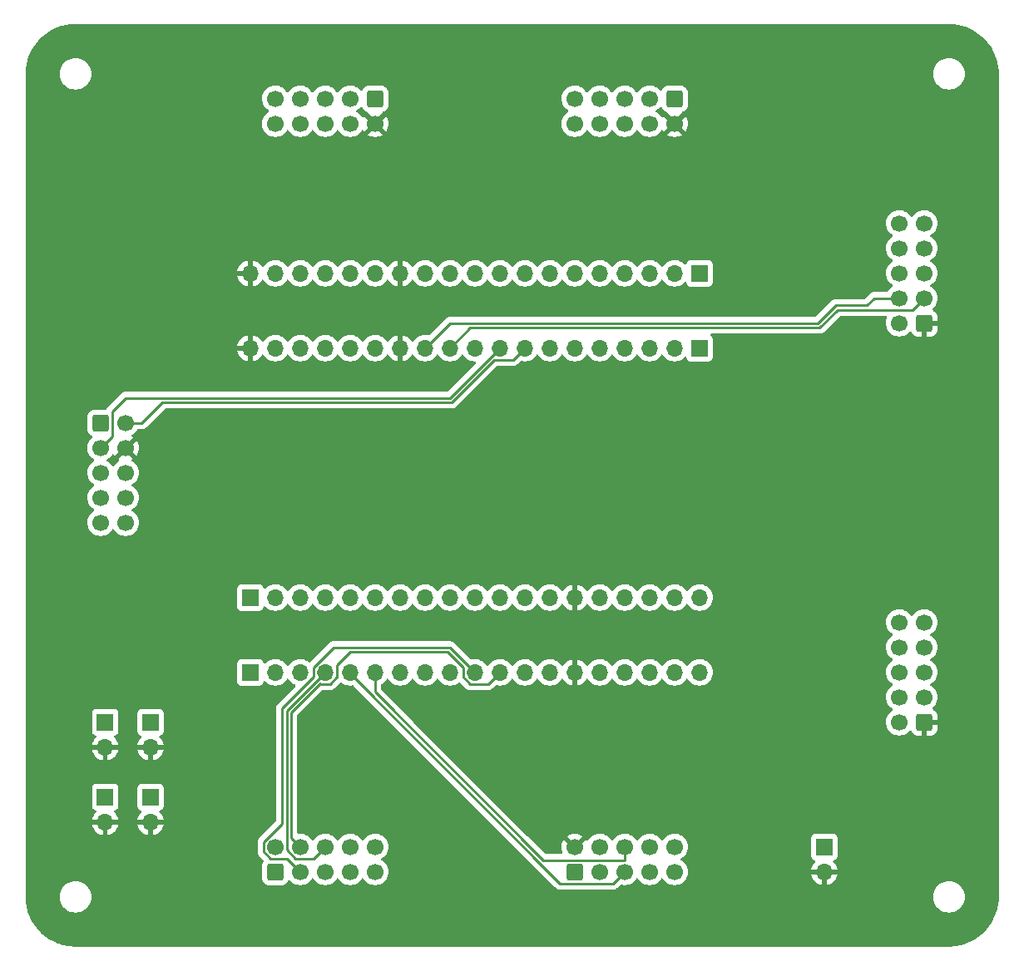
<source format=gbr>
%TF.GenerationSoftware,KiCad,Pcbnew,7.0.1*%
%TF.CreationDate,2023-04-12T13:59:21-04:00*%
%TF.ProjectId,PCB_BioGenius,5043425f-4269-46f4-9765-6e6975732e6b,rev?*%
%TF.SameCoordinates,Original*%
%TF.FileFunction,Copper,L2,Bot*%
%TF.FilePolarity,Positive*%
%FSLAX46Y46*%
G04 Gerber Fmt 4.6, Leading zero omitted, Abs format (unit mm)*
G04 Created by KiCad (PCBNEW 7.0.1) date 2023-04-12 13:59:21*
%MOMM*%
%LPD*%
G01*
G04 APERTURE LIST*
G04 Aperture macros list*
%AMRoundRect*
0 Rectangle with rounded corners*
0 $1 Rounding radius*
0 $2 $3 $4 $5 $6 $7 $8 $9 X,Y pos of 4 corners*
0 Add a 4 corners polygon primitive as box body*
4,1,4,$2,$3,$4,$5,$6,$7,$8,$9,$2,$3,0*
0 Add four circle primitives for the rounded corners*
1,1,$1+$1,$2,$3*
1,1,$1+$1,$4,$5*
1,1,$1+$1,$6,$7*
1,1,$1+$1,$8,$9*
0 Add four rect primitives between the rounded corners*
20,1,$1+$1,$2,$3,$4,$5,0*
20,1,$1+$1,$4,$5,$6,$7,0*
20,1,$1+$1,$6,$7,$8,$9,0*
20,1,$1+$1,$8,$9,$2,$3,0*%
G04 Aperture macros list end*
%TA.AperFunction,ComponentPad*%
%ADD10RoundRect,0.250000X0.600000X0.600000X-0.600000X0.600000X-0.600000X-0.600000X0.600000X-0.600000X0*%
%TD*%
%TA.AperFunction,ComponentPad*%
%ADD11C,1.700000*%
%TD*%
%TA.AperFunction,ComponentPad*%
%ADD12RoundRect,0.250000X-0.600000X0.600000X-0.600000X-0.600000X0.600000X-0.600000X0.600000X0.600000X0*%
%TD*%
%TA.AperFunction,ComponentPad*%
%ADD13R,1.700000X1.700000*%
%TD*%
%TA.AperFunction,ComponentPad*%
%ADD14O,1.700000X1.700000*%
%TD*%
%TA.AperFunction,ComponentPad*%
%ADD15RoundRect,0.250000X-0.600000X-0.600000X0.600000X-0.600000X0.600000X0.600000X-0.600000X0.600000X0*%
%TD*%
%TA.AperFunction,ComponentPad*%
%ADD16RoundRect,0.250000X0.600000X-0.600000X0.600000X0.600000X-0.600000X0.600000X-0.600000X-0.600000X0*%
%TD*%
%TA.AperFunction,Conductor*%
%ADD17C,0.250000*%
%TD*%
G04 APERTURE END LIST*
D10*
%TO.P,J4,1,Pin_1*%
%TO.N,/GND*%
X172720000Y-109220000D03*
D11*
%TO.P,J4,2,Pin_2*%
%TO.N,/G5*%
X170180000Y-109220000D03*
%TO.P,J4,3,Pin_3*%
%TO.N,/G18*%
X172720000Y-106680000D03*
%TO.P,J4,4,Pin_4*%
%TO.N,/G19*%
X170180000Y-106680000D03*
%TO.P,J4,5,Pin_5*%
%TO.N,/A11*%
X172720000Y-104140000D03*
%TO.P,J4,6,Pin_6*%
%TO.N,unconnected-(J4-Pin_6-Pad6)*%
X170180000Y-104140000D03*
%TO.P,J4,7,Pin_7*%
%TO.N,unconnected-(J4-Pin_7-Pad7)*%
X172720000Y-101600000D03*
%TO.P,J4,8,Pin_8*%
%TO.N,unconnected-(J4-Pin_8-Pad8)*%
X170180000Y-101600000D03*
%TO.P,J4,9,Pin_9*%
%TO.N,unconnected-(J4-Pin_9-Pad9)*%
X172720000Y-99060000D03*
%TO.P,J4,10,Pin_10*%
%TO.N,unconnected-(J4-Pin_10-Pad10)*%
X170180000Y-99060000D03*
%TD*%
D12*
%TO.P,J6,1,Pin_1*%
%TO.N,/5V*%
X147320000Y-86360000D03*
D11*
%TO.P,J6,2,Pin_2*%
%TO.N,/GND*%
X147320000Y-88900000D03*
%TO.P,J6,3,Pin_3*%
%TO.N,/G25*%
X144780000Y-86360000D03*
%TO.P,J6,4,Pin_4*%
%TO.N,/G14*%
X144780000Y-88900000D03*
%TO.P,J6,5,Pin_5*%
%TO.N,unconnected-(J6-Pin_5-Pad5)*%
X142240000Y-86360000D03*
%TO.P,J6,6,Pin_6*%
%TO.N,unconnected-(J6-Pin_6-Pad6)*%
X142240000Y-88900000D03*
%TO.P,J6,7,Pin_7*%
%TO.N,unconnected-(J6-Pin_7-Pad7)*%
X139700000Y-86360000D03*
%TO.P,J6,8,Pin_8*%
%TO.N,unconnected-(J6-Pin_8-Pad8)*%
X139700000Y-88900000D03*
%TO.P,J6,9,Pin_9*%
%TO.N,unconnected-(J6-Pin_9-Pad9)*%
X137160000Y-86360000D03*
%TO.P,J6,10,Pin_10*%
%TO.N,unconnected-(J6-Pin_10-Pad10)*%
X137160000Y-88900000D03*
%TD*%
D13*
%TO.P,J15,1,Pin_1*%
%TO.N,/5V*%
X89380000Y-149860000D03*
D14*
%TO.P,J15,2,Pin_2*%
%TO.N,/GND*%
X89380000Y-152400000D03*
%TD*%
D15*
%TO.P,J11,1,Pin_1*%
%TO.N,/5V*%
X88900000Y-119380000D03*
D11*
%TO.P,J11,2,Pin_2*%
%TO.N,/G16*%
X91440000Y-119380000D03*
%TO.P,J11,3,Pin_3*%
%TO.N,/G17*%
X88900000Y-121920000D03*
%TO.P,J11,4,Pin_4*%
%TO.N,/GND*%
X91440000Y-121920000D03*
%TO.P,J11,5,Pin_5*%
%TO.N,unconnected-(J11-Pin_5-Pad5)*%
X88900000Y-124460000D03*
%TO.P,J11,6,Pin_6*%
%TO.N,unconnected-(J11-Pin_6-Pad6)*%
X91440000Y-124460000D03*
%TO.P,J11,7,Pin_7*%
%TO.N,unconnected-(J11-Pin_7-Pad7)*%
X88900000Y-127000000D03*
%TO.P,J11,8,Pin_8*%
%TO.N,unconnected-(J11-Pin_8-Pad8)*%
X91440000Y-127000000D03*
%TO.P,J11,9,Pin_9*%
%TO.N,unconnected-(J11-Pin_9-Pad9)*%
X88900000Y-129540000D03*
%TO.P,J11,10,Pin_10*%
%TO.N,unconnected-(J11-Pin_10-Pad10)*%
X91440000Y-129540000D03*
%TD*%
D16*
%TO.P,J2,1,Pin_1*%
%TO.N,/5V*%
X137160000Y-165100000D03*
D11*
%TO.P,J2,2,Pin_2*%
%TO.N,/GND*%
X137160000Y-162560000D03*
%TO.P,J2,3,Pin_3*%
%TO.N,/G33*%
X139700000Y-165100000D03*
%TO.P,J2,4,Pin_4*%
%TO.N,/G32*%
X139700000Y-162560000D03*
%TO.P,J2,5,Pin_5*%
%TO.N,/G34*%
X142240000Y-165100000D03*
%TO.P,J2,6,Pin_6*%
%TO.N,/G35*%
X142240000Y-162560000D03*
%TO.P,J2,7,Pin_7*%
%TO.N,unconnected-(J2-Pin_7-Pad7)*%
X144780000Y-165100000D03*
%TO.P,J2,8,Pin_8*%
%TO.N,unconnected-(J2-Pin_8-Pad8)*%
X144780000Y-162560000D03*
%TO.P,J2,9,Pin_9*%
%TO.N,unconnected-(J2-Pin_9-Pad9)*%
X147320000Y-165100000D03*
%TO.P,J2,10,Pin_10*%
%TO.N,unconnected-(J2-Pin_10-Pad10)*%
X147320000Y-162560000D03*
%TD*%
D13*
%TO.P,J12,1,Pin_1*%
%TO.N,/5V*%
X162560000Y-162560000D03*
D14*
%TO.P,J12,2,Pin_2*%
%TO.N,/GND*%
X162560000Y-165100000D03*
%TD*%
D12*
%TO.P,J5,1,Pin_1*%
%TO.N,/5V*%
X116840000Y-86360000D03*
D11*
%TO.P,J5,2,Pin_2*%
%TO.N,/GND*%
X116840000Y-88900000D03*
%TO.P,J5,3,Pin_3*%
%TO.N,/G15*%
X114300000Y-86360000D03*
%TO.P,J5,4,Pin_4*%
%TO.N,/G2*%
X114300000Y-88900000D03*
%TO.P,J5,5,Pin_5*%
%TO.N,/G21*%
X111760000Y-86360000D03*
%TO.P,J5,6,Pin_6*%
%TO.N,/G3*%
X111760000Y-88900000D03*
%TO.P,J5,7,Pin_7*%
%TO.N,unconnected-(J5-Pin_7-Pad7)*%
X109220000Y-86360000D03*
%TO.P,J5,8,Pin_8*%
%TO.N,unconnected-(J5-Pin_8-Pad8)*%
X109220000Y-88900000D03*
%TO.P,J5,9,Pin_9*%
%TO.N,unconnected-(J5-Pin_9-Pad9)*%
X106680000Y-86360000D03*
%TO.P,J5,10,Pin_10*%
%TO.N,unconnected-(J5-Pin_10-Pad10)*%
X106680000Y-88900000D03*
%TD*%
D16*
%TO.P,J1,1,Pin_1*%
%TO.N,/5V*%
X106680000Y-165100000D03*
D11*
%TO.P,J1,2,Pin_2*%
%TO.N,/GND*%
X106680000Y-162560000D03*
%TO.P,J1,3,Pin_3*%
%TO.N,/G26*%
X109220000Y-165100000D03*
%TO.P,J1,4,Pin_4*%
%TO.N,/G27*%
X109220000Y-162560000D03*
%TO.P,J1,5,Pin_5*%
%TO.N,/G36*%
X111760000Y-165100000D03*
%TO.P,J1,6,Pin_6*%
%TO.N,/G39*%
X111760000Y-162560000D03*
%TO.P,J1,7,Pin_7*%
%TO.N,unconnected-(J1-Pin_7-Pad7)*%
X114300000Y-165100000D03*
%TO.P,J1,8,Pin_8*%
%TO.N,unconnected-(J1-Pin_8-Pad8)*%
X114300000Y-162560000D03*
%TO.P,J1,9,Pin_9*%
%TO.N,unconnected-(J1-Pin_9-Pad9)*%
X116840000Y-165100000D03*
%TO.P,J1,10,Pin_10*%
%TO.N,unconnected-(J1-Pin_10-Pad10)*%
X116840000Y-162560000D03*
%TD*%
D13*
%TO.P,J9,1,Pin_1*%
%TO.N,/3.3V*%
X104140000Y-137160000D03*
D14*
%TO.P,J9,2,Pin_2*%
%TO.N,/EN*%
X106680000Y-137160000D03*
%TO.P,J9,3,Pin_3*%
%TO.N,/G36*%
X109220000Y-137160000D03*
%TO.P,J9,4,Pin_4*%
%TO.N,/G39*%
X111760000Y-137160000D03*
%TO.P,J9,5,Pin_5*%
%TO.N,/G34*%
X114300000Y-137160000D03*
%TO.P,J9,6,Pin_6*%
%TO.N,/G35*%
X116840000Y-137160000D03*
%TO.P,J9,7,Pin_7*%
%TO.N,/G32*%
X119380000Y-137160000D03*
%TO.P,J9,8,Pin_8*%
%TO.N,/G33*%
X121920000Y-137160000D03*
%TO.P,J9,9,Pin_9*%
%TO.N,/G25*%
X124460000Y-137160000D03*
%TO.P,J9,10,Pin_10*%
%TO.N,/G26*%
X127000000Y-137160000D03*
%TO.P,J9,11,Pin_11*%
%TO.N,/G27*%
X129540000Y-137160000D03*
%TO.P,J9,12,Pin_12*%
%TO.N,/G14*%
X132080000Y-137160000D03*
%TO.P,J9,13,Pin_13*%
%TO.N,/G12*%
X134620000Y-137160000D03*
%TO.P,J9,14,Pin_14*%
%TO.N,/GND*%
X137160000Y-137160000D03*
%TO.P,J9,15,Pin_15*%
%TO.N,/G13*%
X139700000Y-137160000D03*
%TO.P,J9,16,Pin_16*%
%TO.N,/G9*%
X142240000Y-137160000D03*
%TO.P,J9,17,Pin_17*%
%TO.N,/G10*%
X144780000Y-137160000D03*
%TO.P,J9,18,Pin_18*%
%TO.N,/G11*%
X147320000Y-137160000D03*
%TO.P,J9,19,Pin_19*%
%TO.N,/5V*%
X149860000Y-137160000D03*
%TD*%
D10*
%TO.P,J3,1,Pin_1*%
%TO.N,/GND*%
X172720000Y-149860000D03*
D11*
%TO.P,J3,2,Pin_2*%
%TO.N,/G1*%
X170180000Y-149860000D03*
%TO.P,J3,3,Pin_3*%
%TO.N,/G22*%
X172720000Y-147320000D03*
%TO.P,J3,4,Pin_4*%
%TO.N,/G23*%
X170180000Y-147320000D03*
%TO.P,J3,5,Pin_5*%
%TO.N,/A10*%
X172720000Y-144780000D03*
%TO.P,J3,6,Pin_6*%
%TO.N,unconnected-(J3-Pin_6-Pad6)*%
X170180000Y-144780000D03*
%TO.P,J3,7,Pin_7*%
%TO.N,unconnected-(J3-Pin_7-Pad7)*%
X172720000Y-142240000D03*
%TO.P,J3,8,Pin_8*%
%TO.N,unconnected-(J3-Pin_8-Pad8)*%
X170180000Y-142240000D03*
%TO.P,J3,9,Pin_9*%
%TO.N,unconnected-(J3-Pin_9-Pad9)*%
X172720000Y-139700000D03*
%TO.P,J3,10,Pin_10*%
%TO.N,unconnected-(J3-Pin_10-Pad10)*%
X170180000Y-139700000D03*
%TD*%
D13*
%TO.P,J13,1,Pin_1*%
%TO.N,/5V*%
X89380000Y-157480000D03*
D14*
%TO.P,J13,2,Pin_2*%
%TO.N,/GND*%
X89380000Y-160020000D03*
%TD*%
D13*
%TO.P,J7,1,Pin_1*%
%TO.N,/3.3V*%
X104140000Y-144780000D03*
D14*
%TO.P,J7,2,Pin_2*%
%TO.N,/EN*%
X106680000Y-144780000D03*
%TO.P,J7,3,Pin_3*%
%TO.N,/G36*%
X109220000Y-144780000D03*
%TO.P,J7,4,Pin_4*%
%TO.N,/G39*%
X111760000Y-144780000D03*
%TO.P,J7,5,Pin_5*%
%TO.N,/G34*%
X114300000Y-144780000D03*
%TO.P,J7,6,Pin_6*%
%TO.N,/G35*%
X116840000Y-144780000D03*
%TO.P,J7,7,Pin_7*%
%TO.N,/G32*%
X119380000Y-144780000D03*
%TO.P,J7,8,Pin_8*%
%TO.N,/G33*%
X121920000Y-144780000D03*
%TO.P,J7,9,Pin_9*%
%TO.N,/G25*%
X124460000Y-144780000D03*
%TO.P,J7,10,Pin_10*%
%TO.N,/G26*%
X127000000Y-144780000D03*
%TO.P,J7,11,Pin_11*%
%TO.N,/G27*%
X129540000Y-144780000D03*
%TO.P,J7,12,Pin_12*%
%TO.N,/G14*%
X132080000Y-144780000D03*
%TO.P,J7,13,Pin_13*%
%TO.N,/G12*%
X134620000Y-144780000D03*
%TO.P,J7,14,Pin_14*%
%TO.N,/GND*%
X137160000Y-144780000D03*
%TO.P,J7,15,Pin_15*%
%TO.N,/G13*%
X139700000Y-144780000D03*
%TO.P,J7,16,Pin_16*%
%TO.N,/G9*%
X142240000Y-144780000D03*
%TO.P,J7,17,Pin_17*%
%TO.N,/G10*%
X144780000Y-144780000D03*
%TO.P,J7,18,Pin_18*%
%TO.N,/G11*%
X147320000Y-144780000D03*
%TO.P,J7,19,Pin_19*%
%TO.N,/5V*%
X149860000Y-144780000D03*
%TD*%
D13*
%TO.P,J8,1,Pin_1*%
%TO.N,/G6*%
X149860000Y-104140000D03*
D14*
%TO.P,J8,2,Pin_2*%
%TO.N,/G7*%
X147320000Y-104140000D03*
%TO.P,J8,3,Pin_3*%
%TO.N,/G8*%
X144780000Y-104140000D03*
%TO.P,J8,4,Pin_4*%
%TO.N,/G15*%
X142240000Y-104140000D03*
%TO.P,J8,5,Pin_5*%
%TO.N,/G2*%
X139700000Y-104140000D03*
%TO.P,J8,6,Pin_6*%
%TO.N,/A11*%
X137160000Y-104140000D03*
%TO.P,J8,7,Pin_7*%
%TO.N,/A10*%
X134620000Y-104140000D03*
%TO.P,J8,8,Pin_8*%
%TO.N,/G16*%
X132080000Y-104140000D03*
%TO.P,J8,9,Pin_9*%
%TO.N,/G17*%
X129540000Y-104140000D03*
%TO.P,J8,10,Pin_10*%
%TO.N,/G5*%
X127000000Y-104140000D03*
%TO.P,J8,11,Pin_11*%
%TO.N,/G18*%
X124460000Y-104140000D03*
%TO.P,J8,12,Pin_12*%
%TO.N,/G19*%
X121920000Y-104140000D03*
%TO.P,J8,13,Pin_13*%
%TO.N,/GND*%
X119380000Y-104140000D03*
%TO.P,J8,14,Pin_14*%
%TO.N,/G21*%
X116840000Y-104140000D03*
%TO.P,J8,15,Pin_15*%
%TO.N,/G3*%
X114300000Y-104140000D03*
%TO.P,J8,16,Pin_16*%
%TO.N,/G1*%
X111760000Y-104140000D03*
%TO.P,J8,17,Pin_17*%
%TO.N,/G22*%
X109220000Y-104140000D03*
%TO.P,J8,18,Pin_18*%
%TO.N,/G23*%
X106680000Y-104140000D03*
%TO.P,J8,19,Pin_19*%
%TO.N,/GND*%
X104140000Y-104140000D03*
%TD*%
D13*
%TO.P,J16,1,Pin_1*%
%TO.N,/5V*%
X93980000Y-149860000D03*
D14*
%TO.P,J16,2,Pin_2*%
%TO.N,/GND*%
X93980000Y-152400000D03*
%TD*%
D13*
%TO.P,J10,1,Pin_1*%
%TO.N,/G6*%
X149860000Y-111760000D03*
D14*
%TO.P,J10,2,Pin_2*%
%TO.N,/G7*%
X147320000Y-111760000D03*
%TO.P,J10,3,Pin_3*%
%TO.N,/G8*%
X144780000Y-111760000D03*
%TO.P,J10,4,Pin_4*%
%TO.N,/G15*%
X142240000Y-111760000D03*
%TO.P,J10,5,Pin_5*%
%TO.N,/G2*%
X139700000Y-111760000D03*
%TO.P,J10,6,Pin_6*%
%TO.N,/A11*%
X137160000Y-111760000D03*
%TO.P,J10,7,Pin_7*%
%TO.N,/A10*%
X134620000Y-111760000D03*
%TO.P,J10,8,Pin_8*%
%TO.N,/G16*%
X132080000Y-111760000D03*
%TO.P,J10,9,Pin_9*%
%TO.N,/G17*%
X129540000Y-111760000D03*
%TO.P,J10,10,Pin_10*%
%TO.N,/G5*%
X127000000Y-111760000D03*
%TO.P,J10,11,Pin_11*%
%TO.N,/G18*%
X124460000Y-111760000D03*
%TO.P,J10,12,Pin_12*%
%TO.N,/G19*%
X121920000Y-111760000D03*
%TO.P,J10,13,Pin_13*%
%TO.N,/GND*%
X119380000Y-111760000D03*
%TO.P,J10,14,Pin_14*%
%TO.N,/G21*%
X116840000Y-111760000D03*
%TO.P,J10,15,Pin_15*%
%TO.N,/G3*%
X114300000Y-111760000D03*
%TO.P,J10,16,Pin_16*%
%TO.N,/G1*%
X111760000Y-111760000D03*
%TO.P,J10,17,Pin_17*%
%TO.N,/G22*%
X109220000Y-111760000D03*
%TO.P,J10,18,Pin_18*%
%TO.N,/G23*%
X106680000Y-111760000D03*
%TO.P,J10,19,Pin_19*%
%TO.N,/GND*%
X104140000Y-111760000D03*
%TD*%
D13*
%TO.P,J14,1,Pin_1*%
%TO.N,/5V*%
X93980000Y-157480000D03*
D14*
%TO.P,J14,2,Pin_2*%
%TO.N,/GND*%
X93980000Y-160020000D03*
%TD*%
D17*
%TO.N,/G26*%
X112638299Y-142240000D02*
X124460000Y-142240000D01*
X110585000Y-145266701D02*
X110585000Y-144293299D01*
X124460000Y-142240000D02*
X127000000Y-144780000D01*
X107855000Y-163735000D02*
X106193299Y-163735000D01*
X107405000Y-148446701D02*
X110585000Y-145266701D01*
X105505000Y-163046701D02*
X105505000Y-162073299D01*
X106193299Y-163735000D02*
X105505000Y-163046701D01*
X105505000Y-162073299D02*
X107405000Y-160173299D01*
X110585000Y-144293299D02*
X112638299Y-142240000D01*
X109220000Y-165100000D02*
X107855000Y-163735000D01*
X107405000Y-160173299D02*
X107405000Y-148446701D01*
%TO.N,/G27*%
X114300000Y-142690000D02*
X124221701Y-142690000D01*
X124221701Y-142690000D02*
X125825000Y-144293299D01*
X128365000Y-145955000D02*
X129540000Y-144780000D01*
X108305000Y-148871396D02*
X111247348Y-145929048D01*
X112935000Y-144055000D02*
X114300000Y-142690000D01*
X125825000Y-145266701D02*
X126513299Y-145955000D01*
X111247348Y-145929048D02*
X111273299Y-145955000D01*
X112935000Y-145266701D02*
X112935000Y-144055000D01*
X109220000Y-162560000D02*
X108305000Y-161645000D01*
X108305000Y-161645000D02*
X108305000Y-148871396D01*
X111273299Y-145955000D02*
X112246701Y-145955000D01*
X125825000Y-144293299D02*
X125825000Y-145266701D01*
X126513299Y-145955000D02*
X128365000Y-145955000D01*
X112246701Y-145955000D02*
X112935000Y-145266701D01*
%TO.N,/G39*%
X107855000Y-148685000D02*
X111760000Y-144780000D01*
X108733299Y-163735000D02*
X107855000Y-162856701D01*
X111760000Y-162560000D02*
X110585000Y-163735000D01*
X107855000Y-162856701D02*
X107855000Y-148685000D01*
X110585000Y-163735000D02*
X108733299Y-163735000D01*
%TO.N,/G34*%
X135685431Y-166275000D02*
X114300000Y-144889569D01*
X141065000Y-166275000D02*
X135685431Y-166275000D01*
X114300000Y-144889569D02*
X114300000Y-144780000D01*
X142240000Y-165100000D02*
X141065000Y-166275000D01*
%TO.N,/G35*%
X142240000Y-162560000D02*
X142240000Y-163925000D01*
X116840000Y-146793173D02*
X116840000Y-144780000D01*
X142240000Y-163925000D02*
X133971827Y-163925000D01*
X133971827Y-163925000D02*
X116840000Y-146793173D01*
%TO.N,/G18*%
X163925000Y-107855000D02*
X162110000Y-109670000D01*
X126550000Y-109670000D02*
X124460000Y-111760000D01*
X172720000Y-106680000D02*
X171545000Y-107855000D01*
X162110000Y-109670000D02*
X126550000Y-109670000D01*
X171545000Y-107855000D02*
X163925000Y-107855000D01*
%TO.N,/G19*%
X167640000Y-106680000D02*
X166915000Y-107405000D01*
X170180000Y-106680000D02*
X167640000Y-106680000D01*
X163738604Y-107405000D02*
X161923604Y-109220000D01*
X166915000Y-107405000D02*
X163738604Y-107405000D01*
X161923604Y-109220000D02*
X124460000Y-109220000D01*
X124460000Y-109220000D02*
X121920000Y-111760000D01*
%TO.N,/G17*%
X124460000Y-116840000D02*
X91440000Y-116840000D01*
X90075000Y-118205000D02*
X90075000Y-120745000D01*
X129540000Y-111760000D02*
X124460000Y-116840000D01*
X90075000Y-120745000D02*
X88900000Y-121920000D01*
X91440000Y-116840000D02*
X90075000Y-118205000D01*
%TO.N,/G16*%
X95191701Y-117290000D02*
X124646396Y-117290000D01*
X124646396Y-117290000D02*
X129001396Y-112935000D01*
X129001396Y-112935000D02*
X130905000Y-112935000D01*
X93101701Y-119380000D02*
X91440000Y-119380000D01*
X95191701Y-117290000D02*
X93101701Y-119380000D01*
X130905000Y-112935000D02*
X132080000Y-111760000D01*
%TD*%
%TA.AperFunction,Conductor*%
%TO.N,/GND*%
G36*
X175262562Y-78740605D02*
G01*
X175477373Y-78749490D01*
X175680249Y-78758348D01*
X175690120Y-78759177D01*
X175905510Y-78786026D01*
X175905963Y-78786084D01*
X176108504Y-78812749D01*
X176117718Y-78814319D01*
X176329797Y-78858787D01*
X176330827Y-78859009D01*
X176530566Y-78903290D01*
X176539092Y-78905502D01*
X176676957Y-78946546D01*
X176746503Y-78967251D01*
X176748407Y-78967835D01*
X176799925Y-78984078D01*
X176943404Y-79029316D01*
X176951119Y-79032034D01*
X177152754Y-79110712D01*
X177155027Y-79111626D01*
X177343987Y-79189896D01*
X177350965Y-79193043D01*
X177545405Y-79288098D01*
X177548080Y-79289449D01*
X177638300Y-79336415D01*
X177729482Y-79383882D01*
X177735698Y-79387348D01*
X177921533Y-79498081D01*
X177924685Y-79500024D01*
X178097116Y-79609875D01*
X178102545Y-79613538D01*
X178278570Y-79739218D01*
X178282002Y-79741759D01*
X178444219Y-79866232D01*
X178448874Y-79869985D01*
X178613920Y-80009771D01*
X178617552Y-80012972D01*
X178768327Y-80151132D01*
X178772235Y-80154873D01*
X178925125Y-80307763D01*
X178928866Y-80311671D01*
X179067026Y-80462446D01*
X179070227Y-80466078D01*
X179210013Y-80631124D01*
X179213766Y-80635779D01*
X179338239Y-80797996D01*
X179340780Y-80801428D01*
X179466460Y-80977453D01*
X179470123Y-80982882D01*
X179579974Y-81155313D01*
X179581917Y-81158465D01*
X179692650Y-81344300D01*
X179696116Y-81350516D01*
X179790534Y-81531889D01*
X179791946Y-81534686D01*
X179886942Y-81729004D01*
X179890102Y-81736011D01*
X179968351Y-81924920D01*
X179969307Y-81927298D01*
X180047949Y-82128838D01*
X180050693Y-82136627D01*
X180112163Y-82331591D01*
X180112747Y-82333495D01*
X180174494Y-82540898D01*
X180176710Y-82549441D01*
X180220949Y-82748987D01*
X180221249Y-82750380D01*
X180265675Y-82962260D01*
X180267253Y-82971521D01*
X180293887Y-83173829D01*
X180293996Y-83174676D01*
X180320818Y-83389849D01*
X180321652Y-83399778D01*
X180330512Y-83602701D01*
X180330524Y-83602986D01*
X180339394Y-83817438D01*
X180339500Y-83822562D01*
X180339500Y-167637438D01*
X180339394Y-167642562D01*
X180330524Y-167857013D01*
X180330512Y-167857298D01*
X180321652Y-168060220D01*
X180320818Y-168070149D01*
X180293996Y-168285322D01*
X180293887Y-168286169D01*
X180267253Y-168488477D01*
X180265675Y-168497738D01*
X180221249Y-168709618D01*
X180220949Y-168711011D01*
X180176710Y-168910557D01*
X180174494Y-168919100D01*
X180112747Y-169126503D01*
X180112163Y-169128407D01*
X180050693Y-169323371D01*
X180047949Y-169331160D01*
X179969307Y-169532700D01*
X179968351Y-169535078D01*
X179890102Y-169723987D01*
X179886942Y-169730994D01*
X179791946Y-169925312D01*
X179790534Y-169928109D01*
X179696116Y-170109482D01*
X179692650Y-170115698D01*
X179581917Y-170301533D01*
X179579974Y-170304685D01*
X179470123Y-170477116D01*
X179466460Y-170482545D01*
X179340780Y-170658570D01*
X179338239Y-170662002D01*
X179213766Y-170824219D01*
X179210013Y-170828874D01*
X179070227Y-170993920D01*
X179067026Y-170997552D01*
X178928866Y-171148327D01*
X178925125Y-171152235D01*
X178772235Y-171305125D01*
X178768327Y-171308866D01*
X178617552Y-171447026D01*
X178613920Y-171450227D01*
X178448874Y-171590013D01*
X178444219Y-171593766D01*
X178282002Y-171718239D01*
X178278570Y-171720780D01*
X178102545Y-171846460D01*
X178097116Y-171850123D01*
X177924685Y-171959974D01*
X177921533Y-171961917D01*
X177735698Y-172072650D01*
X177729482Y-172076116D01*
X177548109Y-172170534D01*
X177545312Y-172171946D01*
X177350994Y-172266942D01*
X177343987Y-172270102D01*
X177155078Y-172348351D01*
X177152700Y-172349307D01*
X176951160Y-172427949D01*
X176943371Y-172430693D01*
X176748407Y-172492163D01*
X176746503Y-172492747D01*
X176539100Y-172554494D01*
X176530557Y-172556710D01*
X176331011Y-172600949D01*
X176329618Y-172601249D01*
X176117738Y-172645675D01*
X176108477Y-172647253D01*
X175906169Y-172673887D01*
X175905322Y-172673996D01*
X175690149Y-172700818D01*
X175680220Y-172701652D01*
X175477408Y-172710507D01*
X175477124Y-172710519D01*
X175262563Y-172719394D01*
X175257438Y-172719500D01*
X86362562Y-172719500D01*
X86357437Y-172719394D01*
X86142874Y-172710519D01*
X86142590Y-172710507D01*
X85939778Y-172701652D01*
X85929849Y-172700818D01*
X85714676Y-172673996D01*
X85713829Y-172673887D01*
X85511521Y-172647253D01*
X85502260Y-172645675D01*
X85290380Y-172601249D01*
X85288987Y-172600949D01*
X85089441Y-172556710D01*
X85080898Y-172554494D01*
X84873495Y-172492747D01*
X84871591Y-172492163D01*
X84676627Y-172430693D01*
X84668845Y-172427951D01*
X84538255Y-172376995D01*
X84467298Y-172349307D01*
X84464920Y-172348351D01*
X84276011Y-172270102D01*
X84269004Y-172266942D01*
X84074657Y-172171931D01*
X84071889Y-172170534D01*
X83890516Y-172076116D01*
X83884300Y-172072650D01*
X83698465Y-171961917D01*
X83695313Y-171959974D01*
X83522882Y-171850123D01*
X83517453Y-171846460D01*
X83341428Y-171720780D01*
X83337996Y-171718239D01*
X83175779Y-171593766D01*
X83171124Y-171590013D01*
X83006078Y-171450227D01*
X83002446Y-171447026D01*
X82851671Y-171308866D01*
X82847763Y-171305125D01*
X82694873Y-171152235D01*
X82691132Y-171148327D01*
X82552972Y-170997552D01*
X82549771Y-170993920D01*
X82409985Y-170828874D01*
X82406232Y-170824219D01*
X82281759Y-170662002D01*
X82279218Y-170658570D01*
X82153538Y-170482545D01*
X82149875Y-170477116D01*
X82040024Y-170304685D01*
X82038081Y-170301533D01*
X81927348Y-170115698D01*
X81923882Y-170109482D01*
X81829464Y-169928109D01*
X81828098Y-169925404D01*
X81733043Y-169730965D01*
X81729896Y-169723987D01*
X81651626Y-169535027D01*
X81650712Y-169532754D01*
X81572034Y-169331119D01*
X81569316Y-169323404D01*
X81507835Y-169128407D01*
X81507251Y-169126503D01*
X81445504Y-168919100D01*
X81443288Y-168910557D01*
X81399009Y-168710827D01*
X81398787Y-168709797D01*
X81354319Y-168497718D01*
X81352749Y-168488504D01*
X81326084Y-168285963D01*
X81326026Y-168285510D01*
X81299177Y-168070120D01*
X81298348Y-168060249D01*
X81289487Y-167857298D01*
X81280605Y-167642562D01*
X81280552Y-167639999D01*
X84754551Y-167639999D01*
X84774317Y-167891149D01*
X84833126Y-168136110D01*
X84881330Y-168252484D01*
X84929534Y-168368859D01*
X85061164Y-168583659D01*
X85224776Y-168775224D01*
X85416341Y-168938836D01*
X85631141Y-169070466D01*
X85863889Y-169166873D01*
X86108852Y-169225683D01*
X86360000Y-169245449D01*
X86611148Y-169225683D01*
X86856111Y-169166873D01*
X87088859Y-169070466D01*
X87303659Y-168938836D01*
X87495224Y-168775224D01*
X87658836Y-168583659D01*
X87790466Y-168368859D01*
X87886873Y-168136111D01*
X87945683Y-167891148D01*
X87965449Y-167640000D01*
X87965449Y-167639999D01*
X173654551Y-167639999D01*
X173674317Y-167891149D01*
X173733126Y-168136110D01*
X173781330Y-168252484D01*
X173829534Y-168368859D01*
X173961164Y-168583659D01*
X174124776Y-168775224D01*
X174316341Y-168938836D01*
X174531141Y-169070466D01*
X174763889Y-169166873D01*
X175008852Y-169225683D01*
X175260000Y-169245449D01*
X175511148Y-169225683D01*
X175756111Y-169166873D01*
X175988859Y-169070466D01*
X176203659Y-168938836D01*
X176395224Y-168775224D01*
X176558836Y-168583659D01*
X176690466Y-168368859D01*
X176786873Y-168136111D01*
X176845683Y-167891148D01*
X176865449Y-167640000D01*
X176845683Y-167388852D01*
X176786873Y-167143889D01*
X176690466Y-166911141D01*
X176558836Y-166696341D01*
X176395224Y-166504776D01*
X176203659Y-166341164D01*
X175988859Y-166209534D01*
X175872484Y-166161330D01*
X175756110Y-166113126D01*
X175511149Y-166054317D01*
X175335588Y-166040500D01*
X175260000Y-166034551D01*
X175259999Y-166034551D01*
X175008850Y-166054317D01*
X174763889Y-166113126D01*
X174531139Y-166209535D01*
X174316342Y-166341163D01*
X174124776Y-166504776D01*
X173961163Y-166696342D01*
X173829535Y-166911139D01*
X173733126Y-167143889D01*
X173674317Y-167388850D01*
X173654551Y-167639999D01*
X87965449Y-167639999D01*
X87945683Y-167388852D01*
X87886873Y-167143889D01*
X87790466Y-166911141D01*
X87658836Y-166696341D01*
X87495224Y-166504776D01*
X87303659Y-166341164D01*
X87088859Y-166209534D01*
X86972484Y-166161330D01*
X86856110Y-166113126D01*
X86611149Y-166054317D01*
X86435588Y-166040500D01*
X86360000Y-166034551D01*
X86359999Y-166034551D01*
X86108850Y-166054317D01*
X85863889Y-166113126D01*
X85631139Y-166209535D01*
X85416342Y-166341163D01*
X85224776Y-166504776D01*
X85061163Y-166696342D01*
X84929535Y-166911139D01*
X84833126Y-167143889D01*
X84774317Y-167388850D01*
X84754551Y-167639999D01*
X81280552Y-167639999D01*
X81280500Y-167637439D01*
X81280500Y-160270000D01*
X88049364Y-160270000D01*
X88106569Y-160483492D01*
X88206399Y-160697576D01*
X88341893Y-160891081D01*
X88508918Y-161058106D01*
X88702423Y-161193600D01*
X88916507Y-161293430D01*
X89129999Y-161350635D01*
X89130000Y-161350636D01*
X89130000Y-160270000D01*
X89630000Y-160270000D01*
X89630000Y-161350635D01*
X89843492Y-161293430D01*
X90057576Y-161193600D01*
X90251081Y-161058106D01*
X90418106Y-160891081D01*
X90553600Y-160697576D01*
X90653430Y-160483492D01*
X90710636Y-160270000D01*
X92649364Y-160270000D01*
X92706569Y-160483492D01*
X92806399Y-160697576D01*
X92941893Y-160891081D01*
X93108918Y-161058106D01*
X93302423Y-161193600D01*
X93516507Y-161293430D01*
X93729999Y-161350635D01*
X93730000Y-161350636D01*
X93730000Y-160270000D01*
X94230000Y-160270000D01*
X94230000Y-161350635D01*
X94443492Y-161293430D01*
X94657576Y-161193600D01*
X94851081Y-161058106D01*
X95018106Y-160891081D01*
X95153600Y-160697576D01*
X95253430Y-160483492D01*
X95310636Y-160270000D01*
X94230000Y-160270000D01*
X93730000Y-160270000D01*
X92649364Y-160270000D01*
X90710636Y-160270000D01*
X89630000Y-160270000D01*
X89130000Y-160270000D01*
X88049364Y-160270000D01*
X81280500Y-160270000D01*
X81280500Y-158377869D01*
X88029500Y-158377869D01*
X88035909Y-158437483D01*
X88086204Y-158572331D01*
X88172454Y-158687546D01*
X88287669Y-158773796D01*
X88419598Y-158823002D01*
X88469978Y-158857981D01*
X88497431Y-158912825D01*
X88495242Y-158974118D01*
X88463947Y-159026865D01*
X88341888Y-159148924D01*
X88206400Y-159342421D01*
X88106569Y-159556507D01*
X88049364Y-159769999D01*
X88049364Y-159770000D01*
X90710636Y-159770000D01*
X90710635Y-159769999D01*
X90653430Y-159556507D01*
X90553599Y-159342421D01*
X90418109Y-159148921D01*
X90296053Y-159026865D01*
X90264757Y-158974119D01*
X90262568Y-158912826D01*
X90290021Y-158857981D01*
X90340398Y-158823003D01*
X90472331Y-158773796D01*
X90587546Y-158687546D01*
X90673796Y-158572331D01*
X90724091Y-158437483D01*
X90730500Y-158377873D01*
X90730500Y-158377869D01*
X92629500Y-158377869D01*
X92635909Y-158437483D01*
X92686204Y-158572331D01*
X92772454Y-158687546D01*
X92887669Y-158773796D01*
X93019598Y-158823002D01*
X93069978Y-158857981D01*
X93097431Y-158912825D01*
X93095242Y-158974118D01*
X93063947Y-159026865D01*
X92941888Y-159148924D01*
X92806400Y-159342421D01*
X92706569Y-159556507D01*
X92649364Y-159769999D01*
X92649364Y-159770000D01*
X95310636Y-159770000D01*
X95310635Y-159769999D01*
X95253430Y-159556507D01*
X95153599Y-159342421D01*
X95018109Y-159148921D01*
X94896053Y-159026865D01*
X94864757Y-158974119D01*
X94862568Y-158912826D01*
X94890021Y-158857981D01*
X94940398Y-158823003D01*
X95072331Y-158773796D01*
X95187546Y-158687546D01*
X95273796Y-158572331D01*
X95324091Y-158437483D01*
X95330500Y-158377873D01*
X95330499Y-156582128D01*
X95324091Y-156522517D01*
X95273796Y-156387669D01*
X95187546Y-156272454D01*
X95072331Y-156186204D01*
X94937483Y-156135909D01*
X94877873Y-156129500D01*
X94877869Y-156129500D01*
X93082130Y-156129500D01*
X93022515Y-156135909D01*
X92887669Y-156186204D01*
X92772454Y-156272454D01*
X92686204Y-156387668D01*
X92635909Y-156522516D01*
X92629500Y-156582130D01*
X92629500Y-158377869D01*
X90730500Y-158377869D01*
X90730499Y-156582128D01*
X90724091Y-156522517D01*
X90673796Y-156387669D01*
X90587546Y-156272454D01*
X90472331Y-156186204D01*
X90337483Y-156135909D01*
X90277873Y-156129500D01*
X90277869Y-156129500D01*
X88482130Y-156129500D01*
X88422515Y-156135909D01*
X88287669Y-156186204D01*
X88172454Y-156272454D01*
X88086204Y-156387668D01*
X88035909Y-156522516D01*
X88029500Y-156582130D01*
X88029500Y-158377869D01*
X81280500Y-158377869D01*
X81280500Y-152650000D01*
X88049364Y-152650000D01*
X88106569Y-152863492D01*
X88206399Y-153077576D01*
X88341893Y-153271081D01*
X88508918Y-153438106D01*
X88702423Y-153573600D01*
X88916507Y-153673430D01*
X89129999Y-153730635D01*
X89130000Y-153730636D01*
X89130000Y-152650000D01*
X89630000Y-152650000D01*
X89630000Y-153730635D01*
X89843492Y-153673430D01*
X90057576Y-153573600D01*
X90251081Y-153438106D01*
X90418106Y-153271081D01*
X90553600Y-153077576D01*
X90653430Y-152863492D01*
X90710636Y-152650000D01*
X92649364Y-152650000D01*
X92706569Y-152863492D01*
X92806399Y-153077576D01*
X92941893Y-153271081D01*
X93108918Y-153438106D01*
X93302423Y-153573600D01*
X93516507Y-153673430D01*
X93729999Y-153730635D01*
X93730000Y-153730636D01*
X93730000Y-152650000D01*
X94230000Y-152650000D01*
X94230000Y-153730635D01*
X94443492Y-153673430D01*
X94657576Y-153573600D01*
X94851081Y-153438106D01*
X95018106Y-153271081D01*
X95153600Y-153077576D01*
X95253430Y-152863492D01*
X95310636Y-152650000D01*
X94230000Y-152650000D01*
X93730000Y-152650000D01*
X92649364Y-152650000D01*
X90710636Y-152650000D01*
X89630000Y-152650000D01*
X89130000Y-152650000D01*
X88049364Y-152650000D01*
X81280500Y-152650000D01*
X81280500Y-150757869D01*
X88029500Y-150757869D01*
X88031785Y-150779122D01*
X88035909Y-150817483D01*
X88086204Y-150952331D01*
X88172454Y-151067546D01*
X88287669Y-151153796D01*
X88419598Y-151203002D01*
X88469978Y-151237981D01*
X88497431Y-151292825D01*
X88495242Y-151354118D01*
X88463947Y-151406865D01*
X88341888Y-151528924D01*
X88206400Y-151722421D01*
X88106569Y-151936507D01*
X88049364Y-152149999D01*
X88049364Y-152150000D01*
X90710636Y-152150000D01*
X90710635Y-152149999D01*
X90653430Y-151936507D01*
X90553599Y-151722421D01*
X90418109Y-151528921D01*
X90296053Y-151406865D01*
X90264757Y-151354119D01*
X90262568Y-151292826D01*
X90290021Y-151237981D01*
X90340398Y-151203003D01*
X90472331Y-151153796D01*
X90587546Y-151067546D01*
X90673796Y-150952331D01*
X90724091Y-150817483D01*
X90730500Y-150757873D01*
X90730500Y-150757869D01*
X92629500Y-150757869D01*
X92631785Y-150779122D01*
X92635909Y-150817483D01*
X92686204Y-150952331D01*
X92772454Y-151067546D01*
X92887669Y-151153796D01*
X93019598Y-151203002D01*
X93069978Y-151237981D01*
X93097431Y-151292825D01*
X93095242Y-151354118D01*
X93063947Y-151406865D01*
X92941888Y-151528924D01*
X92806400Y-151722421D01*
X92706569Y-151936507D01*
X92649364Y-152149999D01*
X92649364Y-152150000D01*
X95310636Y-152150000D01*
X95310635Y-152149999D01*
X95253430Y-151936507D01*
X95153599Y-151722421D01*
X95018109Y-151528921D01*
X94896053Y-151406865D01*
X94864757Y-151354119D01*
X94862568Y-151292826D01*
X94890021Y-151237981D01*
X94940398Y-151203003D01*
X95072331Y-151153796D01*
X95187546Y-151067546D01*
X95273796Y-150952331D01*
X95324091Y-150817483D01*
X95330500Y-150757873D01*
X95330499Y-148962128D01*
X95324091Y-148902517D01*
X95273796Y-148767669D01*
X95187546Y-148652454D01*
X95072331Y-148566204D01*
X94937483Y-148515909D01*
X94877873Y-148509500D01*
X94877869Y-148509500D01*
X93082130Y-148509500D01*
X93022515Y-148515909D01*
X92887669Y-148566204D01*
X92772454Y-148652454D01*
X92686204Y-148767668D01*
X92635909Y-148902515D01*
X92635909Y-148902517D01*
X92631785Y-148940879D01*
X92629500Y-148962130D01*
X92629500Y-150757869D01*
X90730500Y-150757869D01*
X90730499Y-148962128D01*
X90724091Y-148902517D01*
X90673796Y-148767669D01*
X90587546Y-148652454D01*
X90472331Y-148566204D01*
X90337483Y-148515909D01*
X90277873Y-148509500D01*
X90277869Y-148509500D01*
X88482130Y-148509500D01*
X88422515Y-148515909D01*
X88287669Y-148566204D01*
X88172454Y-148652454D01*
X88086204Y-148767668D01*
X88035909Y-148902515D01*
X88035909Y-148902517D01*
X88031785Y-148940879D01*
X88029500Y-148962130D01*
X88029500Y-150757869D01*
X81280500Y-150757869D01*
X81280500Y-145677869D01*
X102789500Y-145677869D01*
X102795909Y-145737484D01*
X102821056Y-145804906D01*
X102846204Y-145872331D01*
X102932454Y-145987546D01*
X103047669Y-146073796D01*
X103182517Y-146124091D01*
X103242127Y-146130500D01*
X105037872Y-146130499D01*
X105097483Y-146124091D01*
X105232331Y-146073796D01*
X105347546Y-145987546D01*
X105433796Y-145872331D01*
X105482810Y-145740916D01*
X105517789Y-145690537D01*
X105572634Y-145663084D01*
X105633927Y-145665273D01*
X105686673Y-145696569D01*
X105808599Y-145818495D01*
X106002170Y-145954035D01*
X106216337Y-146053903D01*
X106444592Y-146115063D01*
X106680000Y-146135659D01*
X106915408Y-146115063D01*
X107143663Y-146053903D01*
X107357830Y-145954035D01*
X107551401Y-145818495D01*
X107718495Y-145651401D01*
X107848426Y-145465839D01*
X107892743Y-145426976D01*
X107950000Y-145412965D01*
X108007257Y-145426976D01*
X108051573Y-145465839D01*
X108181505Y-145651401D01*
X108348599Y-145818495D01*
X108542170Y-145954035D01*
X108636389Y-145997970D01*
X108702821Y-146028948D01*
X108748792Y-146065844D01*
X108772532Y-146119798D01*
X108768677Y-146178618D01*
X108738097Y-146229011D01*
X107021208Y-147945900D01*
X107005110Y-147958797D01*
X106957096Y-148009926D01*
X106954391Y-148012718D01*
X106934874Y-148032235D01*
X106932415Y-148035406D01*
X106924842Y-148044273D01*
X106894935Y-148076121D01*
X106885285Y-148093675D01*
X106874609Y-148109929D01*
X106862326Y-148125764D01*
X106844975Y-148165859D01*
X106839838Y-148176345D01*
X106818802Y-148214608D01*
X106813821Y-148234010D01*
X106807520Y-148252412D01*
X106799561Y-148270803D01*
X106792728Y-148313943D01*
X106790360Y-148325375D01*
X106779500Y-148367679D01*
X106779500Y-148387717D01*
X106777973Y-148407116D01*
X106774840Y-148426895D01*
X106778950Y-148470376D01*
X106779500Y-148482045D01*
X106779500Y-159862847D01*
X106770061Y-159910300D01*
X106743181Y-159950528D01*
X105121208Y-161572498D01*
X105105110Y-161585395D01*
X105057096Y-161636524D01*
X105054391Y-161639316D01*
X105034874Y-161658833D01*
X105032415Y-161662004D01*
X105024842Y-161670871D01*
X104994935Y-161702719D01*
X104985285Y-161720273D01*
X104974609Y-161736527D01*
X104962326Y-161752362D01*
X104944975Y-161792457D01*
X104939838Y-161802943D01*
X104918802Y-161841206D01*
X104913821Y-161860608D01*
X104907520Y-161879010D01*
X104899561Y-161897401D01*
X104892728Y-161940541D01*
X104890360Y-161951973D01*
X104879500Y-161994277D01*
X104879500Y-162014315D01*
X104877973Y-162033714D01*
X104874840Y-162053493D01*
X104878950Y-162096974D01*
X104879500Y-162108643D01*
X104879500Y-162963957D01*
X104877235Y-162984463D01*
X104879439Y-163054574D01*
X104879500Y-163058469D01*
X104879500Y-163086050D01*
X104880003Y-163090035D01*
X104880918Y-163101668D01*
X104882290Y-163145327D01*
X104887879Y-163164561D01*
X104891825Y-163183617D01*
X104894335Y-163203493D01*
X104910414Y-163244105D01*
X104914197Y-163255152D01*
X104926382Y-163297092D01*
X104936580Y-163314336D01*
X104945136Y-163331801D01*
X104952514Y-163350433D01*
X104952515Y-163350434D01*
X104978180Y-163385760D01*
X104984593Y-163395523D01*
X105006826Y-163433117D01*
X105006829Y-163433120D01*
X105006830Y-163433121D01*
X105020995Y-163447286D01*
X105033627Y-163462076D01*
X105045406Y-163478288D01*
X105079058Y-163506127D01*
X105087699Y-163513990D01*
X105462885Y-163889176D01*
X105492131Y-163935578D01*
X105498499Y-163990057D01*
X105480743Y-164041953D01*
X105395186Y-164180665D01*
X105340000Y-164347202D01*
X105329500Y-164449990D01*
X105329500Y-165750008D01*
X105340000Y-165852796D01*
X105395186Y-166019334D01*
X105487288Y-166168657D01*
X105611342Y-166292711D01*
X105611344Y-166292712D01*
X105760666Y-166384814D01*
X105872016Y-166421712D01*
X105927202Y-166439999D01*
X105937703Y-166441071D01*
X106029991Y-166450500D01*
X107330008Y-166450499D01*
X107432797Y-166439999D01*
X107599334Y-166384814D01*
X107748656Y-166292712D01*
X107872712Y-166168656D01*
X107964814Y-166019334D01*
X107967538Y-166011111D01*
X108005526Y-165955135D01*
X108067244Y-165927427D01*
X108134320Y-165936239D01*
X108171258Y-165966305D01*
X108173834Y-165963730D01*
X108181505Y-165971401D01*
X108348599Y-166138495D01*
X108542170Y-166274035D01*
X108756337Y-166373903D01*
X108968070Y-166430636D01*
X108984592Y-166435063D01*
X109219999Y-166455659D01*
X109219999Y-166455658D01*
X109220000Y-166455659D01*
X109455408Y-166435063D01*
X109683663Y-166373903D01*
X109897830Y-166274035D01*
X110091401Y-166138495D01*
X110258495Y-165971401D01*
X110388426Y-165785839D01*
X110432743Y-165746975D01*
X110490000Y-165732964D01*
X110547257Y-165746975D01*
X110591573Y-165785839D01*
X110721505Y-165971401D01*
X110888599Y-166138495D01*
X111082170Y-166274035D01*
X111296337Y-166373903D01*
X111508070Y-166430636D01*
X111524592Y-166435063D01*
X111759999Y-166455659D01*
X111759999Y-166455658D01*
X111760000Y-166455659D01*
X111995408Y-166435063D01*
X112223663Y-166373903D01*
X112437830Y-166274035D01*
X112631401Y-166138495D01*
X112798495Y-165971401D01*
X112928426Y-165785839D01*
X112972743Y-165746975D01*
X113030000Y-165732964D01*
X113087257Y-165746975D01*
X113131573Y-165785839D01*
X113261505Y-165971401D01*
X113428599Y-166138495D01*
X113622170Y-166274035D01*
X113836337Y-166373903D01*
X114048070Y-166430636D01*
X114064592Y-166435063D01*
X114299999Y-166455659D01*
X114299999Y-166455658D01*
X114300000Y-166455659D01*
X114535408Y-166435063D01*
X114763663Y-166373903D01*
X114977830Y-166274035D01*
X115171401Y-166138495D01*
X115338495Y-165971401D01*
X115468426Y-165785839D01*
X115512743Y-165746975D01*
X115570000Y-165732964D01*
X115627257Y-165746975D01*
X115671573Y-165785839D01*
X115801505Y-165971401D01*
X115968599Y-166138495D01*
X116162170Y-166274035D01*
X116376337Y-166373903D01*
X116588070Y-166430636D01*
X116604592Y-166435063D01*
X116839999Y-166455659D01*
X116839999Y-166455658D01*
X116840000Y-166455659D01*
X117075408Y-166435063D01*
X117303663Y-166373903D01*
X117517830Y-166274035D01*
X117711401Y-166138495D01*
X117878495Y-165971401D01*
X118014035Y-165777830D01*
X118113903Y-165563663D01*
X118175063Y-165335408D01*
X118195659Y-165100000D01*
X118175063Y-164864592D01*
X118113903Y-164636337D01*
X118014035Y-164422171D01*
X117878495Y-164228599D01*
X117711401Y-164061505D01*
X117525839Y-163931573D01*
X117486975Y-163887257D01*
X117472964Y-163830000D01*
X117486975Y-163772743D01*
X117525839Y-163728426D01*
X117711401Y-163598495D01*
X117878495Y-163431401D01*
X118014035Y-163237830D01*
X118113903Y-163023663D01*
X118175063Y-162795408D01*
X118195659Y-162560000D01*
X118175063Y-162324592D01*
X118113903Y-162096337D01*
X118014035Y-161882171D01*
X117878495Y-161688599D01*
X117711401Y-161521505D01*
X117517830Y-161385965D01*
X117303663Y-161286097D01*
X117242502Y-161269709D01*
X117075407Y-161224936D01*
X116840000Y-161204340D01*
X116604592Y-161224936D01*
X116376336Y-161286097D01*
X116162170Y-161385965D01*
X115968598Y-161521505D01*
X115801508Y-161688595D01*
X115671574Y-161874160D01*
X115627255Y-161913026D01*
X115569999Y-161927036D01*
X115512742Y-161913025D01*
X115468426Y-161874161D01*
X115338495Y-161688599D01*
X115171401Y-161521505D01*
X114977830Y-161385965D01*
X114763663Y-161286097D01*
X114702502Y-161269709D01*
X114535407Y-161224936D01*
X114300000Y-161204340D01*
X114064592Y-161224936D01*
X113836336Y-161286097D01*
X113622170Y-161385965D01*
X113428598Y-161521505D01*
X113261508Y-161688595D01*
X113131574Y-161874160D01*
X113087255Y-161913026D01*
X113029999Y-161927036D01*
X112972742Y-161913025D01*
X112928426Y-161874161D01*
X112798495Y-161688599D01*
X112631401Y-161521505D01*
X112437830Y-161385965D01*
X112223663Y-161286097D01*
X112162502Y-161269709D01*
X111995407Y-161224936D01*
X111760000Y-161204340D01*
X111524592Y-161224936D01*
X111296336Y-161286097D01*
X111082170Y-161385965D01*
X110888598Y-161521505D01*
X110721508Y-161688595D01*
X110591574Y-161874160D01*
X110547255Y-161913026D01*
X110489999Y-161927036D01*
X110432742Y-161913025D01*
X110388426Y-161874161D01*
X110258495Y-161688599D01*
X110091401Y-161521505D01*
X109897830Y-161385965D01*
X109683663Y-161286097D01*
X109622502Y-161269709D01*
X109455407Y-161224936D01*
X109220000Y-161204340D01*
X109065308Y-161217875D01*
X108998849Y-161205158D01*
X108948962Y-161159444D01*
X108930500Y-161094347D01*
X108930500Y-149181848D01*
X108939939Y-149134395D01*
X108966819Y-149094167D01*
X111444168Y-146616819D01*
X111484396Y-146589939D01*
X111531849Y-146580500D01*
X112163957Y-146580500D01*
X112184463Y-146582764D01*
X112187366Y-146582672D01*
X112187368Y-146582673D01*
X112254573Y-146580561D01*
X112258469Y-146580500D01*
X112286050Y-146580500D01*
X112286051Y-146580500D01*
X112290020Y-146579998D01*
X112301666Y-146579080D01*
X112345328Y-146577709D01*
X112364560Y-146572120D01*
X112383619Y-146568174D01*
X112390792Y-146567268D01*
X112403493Y-146565664D01*
X112444108Y-146549582D01*
X112455145Y-146545803D01*
X112497091Y-146533618D01*
X112514330Y-146523422D01*
X112531803Y-146514862D01*
X112550433Y-146507486D01*
X112585765Y-146481814D01*
X112595531Y-146475400D01*
X112633119Y-146453171D01*
X112633118Y-146453171D01*
X112633121Y-146453170D01*
X112647286Y-146439004D01*
X112662074Y-146426373D01*
X112678288Y-146414594D01*
X112706139Y-146380926D01*
X112713980Y-146372309D01*
X113260516Y-145825774D01*
X113316104Y-145793680D01*
X113380291Y-145793680D01*
X113417634Y-145815240D01*
X113419713Y-145812272D01*
X113428595Y-145818491D01*
X113428599Y-145818495D01*
X113622170Y-145954035D01*
X113836337Y-146053903D01*
X114064592Y-146115063D01*
X114300000Y-146135659D01*
X114535408Y-146115063D01*
X114544088Y-146112737D01*
X114549456Y-146111299D01*
X114613644Y-146111298D01*
X114669233Y-146143392D01*
X135184628Y-166658787D01*
X135197529Y-166674889D01*
X135199643Y-166676874D01*
X135199645Y-166676877D01*
X135246992Y-166721339D01*
X135248671Y-166722916D01*
X135251466Y-166725625D01*
X135270961Y-166745120D01*
X135274135Y-166747582D01*
X135282999Y-166755153D01*
X135314849Y-166785062D01*
X135325345Y-166790832D01*
X135332405Y-166794714D01*
X135348662Y-166805392D01*
X135364495Y-166817674D01*
X135380616Y-166824649D01*
X135404587Y-166835023D01*
X135415074Y-166840160D01*
X135453339Y-166861197D01*
X135472747Y-166866180D01*
X135491141Y-166872478D01*
X135509536Y-166880438D01*
X135552685Y-166887271D01*
X135564111Y-166889638D01*
X135579653Y-166893629D01*
X135606411Y-166900500D01*
X135606412Y-166900500D01*
X135626447Y-166900500D01*
X135645844Y-166902026D01*
X135665627Y-166905160D01*
X135709105Y-166901050D01*
X135720775Y-166900500D01*
X140982256Y-166900500D01*
X141002762Y-166902764D01*
X141005665Y-166902672D01*
X141005667Y-166902673D01*
X141072872Y-166900561D01*
X141076768Y-166900500D01*
X141104349Y-166900500D01*
X141104350Y-166900500D01*
X141108319Y-166899998D01*
X141119965Y-166899080D01*
X141163627Y-166897709D01*
X141182859Y-166892120D01*
X141201918Y-166888174D01*
X141209091Y-166887268D01*
X141221792Y-166885664D01*
X141262407Y-166869582D01*
X141273444Y-166865803D01*
X141315390Y-166853618D01*
X141332629Y-166843422D01*
X141350102Y-166834862D01*
X141368732Y-166827486D01*
X141404064Y-166801814D01*
X141413830Y-166795400D01*
X141451418Y-166773171D01*
X141451417Y-166773171D01*
X141451420Y-166773170D01*
X141465585Y-166759004D01*
X141480373Y-166746373D01*
X141496587Y-166734594D01*
X141524438Y-166700926D01*
X141532279Y-166692309D01*
X141784353Y-166440235D01*
X141839939Y-166408143D01*
X141904126Y-166408143D01*
X142004592Y-166435063D01*
X142161530Y-166448793D01*
X142239999Y-166455659D01*
X142239999Y-166455658D01*
X142240000Y-166455659D01*
X142475408Y-166435063D01*
X142703663Y-166373903D01*
X142917830Y-166274035D01*
X143111401Y-166138495D01*
X143278495Y-165971401D01*
X143408426Y-165785839D01*
X143452743Y-165746975D01*
X143510000Y-165732964D01*
X143567257Y-165746975D01*
X143611573Y-165785839D01*
X143741505Y-165971401D01*
X143908599Y-166138495D01*
X144102170Y-166274035D01*
X144316337Y-166373903D01*
X144528070Y-166430636D01*
X144544592Y-166435063D01*
X144779999Y-166455659D01*
X144779999Y-166455658D01*
X144780000Y-166455659D01*
X145015408Y-166435063D01*
X145243663Y-166373903D01*
X145457830Y-166274035D01*
X145651401Y-166138495D01*
X145818495Y-165971401D01*
X145948426Y-165785839D01*
X145992743Y-165746975D01*
X146050000Y-165732964D01*
X146107257Y-165746975D01*
X146151573Y-165785839D01*
X146281505Y-165971401D01*
X146448599Y-166138495D01*
X146642170Y-166274035D01*
X146856337Y-166373903D01*
X147068070Y-166430636D01*
X147084592Y-166435063D01*
X147319999Y-166455659D01*
X147319999Y-166455658D01*
X147320000Y-166455659D01*
X147555408Y-166435063D01*
X147783663Y-166373903D01*
X147997830Y-166274035D01*
X148191401Y-166138495D01*
X148358495Y-165971401D01*
X148494035Y-165777830D01*
X148593903Y-165563663D01*
X148651153Y-165350000D01*
X161229364Y-165350000D01*
X161286569Y-165563492D01*
X161386399Y-165777576D01*
X161521893Y-165971081D01*
X161688918Y-166138106D01*
X161882423Y-166273600D01*
X162096507Y-166373430D01*
X162309999Y-166430635D01*
X162310000Y-166430636D01*
X162310000Y-165350000D01*
X162810000Y-165350000D01*
X162810000Y-166430635D01*
X163023492Y-166373430D01*
X163237576Y-166273600D01*
X163431081Y-166138106D01*
X163598106Y-165971081D01*
X163733600Y-165777576D01*
X163833430Y-165563492D01*
X163890636Y-165350000D01*
X162810000Y-165350000D01*
X162310000Y-165350000D01*
X161229364Y-165350000D01*
X148651153Y-165350000D01*
X148655063Y-165335408D01*
X148675659Y-165100000D01*
X148655063Y-164864592D01*
X148593903Y-164636337D01*
X148494035Y-164422171D01*
X148358495Y-164228599D01*
X148191401Y-164061505D01*
X148005839Y-163931573D01*
X147966975Y-163887257D01*
X147952964Y-163830000D01*
X147966975Y-163772743D01*
X148005839Y-163728426D01*
X148191401Y-163598495D01*
X148332027Y-163457869D01*
X161209500Y-163457869D01*
X161215909Y-163517483D01*
X161266204Y-163652331D01*
X161352454Y-163767546D01*
X161467669Y-163853796D01*
X161599598Y-163903002D01*
X161649978Y-163937981D01*
X161677431Y-163992825D01*
X161675242Y-164054118D01*
X161643947Y-164106865D01*
X161521888Y-164228924D01*
X161386400Y-164422421D01*
X161286569Y-164636507D01*
X161229364Y-164849999D01*
X161229364Y-164850000D01*
X163890636Y-164850000D01*
X163890635Y-164849999D01*
X163833430Y-164636507D01*
X163733599Y-164422421D01*
X163598109Y-164228921D01*
X163476053Y-164106865D01*
X163444757Y-164054119D01*
X163442568Y-163992826D01*
X163470021Y-163937981D01*
X163520398Y-163903003D01*
X163652331Y-163853796D01*
X163767546Y-163767546D01*
X163853796Y-163652331D01*
X163904091Y-163517483D01*
X163910500Y-163457873D01*
X163910499Y-161662128D01*
X163904091Y-161602517D01*
X163853796Y-161467669D01*
X163767546Y-161352454D01*
X163652331Y-161266204D01*
X163517483Y-161215909D01*
X163457873Y-161209500D01*
X163457869Y-161209500D01*
X161662130Y-161209500D01*
X161602515Y-161215909D01*
X161467669Y-161266204D01*
X161352454Y-161352454D01*
X161266204Y-161467668D01*
X161215909Y-161602515D01*
X161215909Y-161602517D01*
X161209514Y-161662004D01*
X161209500Y-161662130D01*
X161209500Y-163457869D01*
X148332027Y-163457869D01*
X148358495Y-163431401D01*
X148494035Y-163237830D01*
X148593903Y-163023663D01*
X148655063Y-162795408D01*
X148675659Y-162560000D01*
X148655063Y-162324592D01*
X148593903Y-162096337D01*
X148494035Y-161882171D01*
X148358495Y-161688599D01*
X148191401Y-161521505D01*
X147997830Y-161385965D01*
X147783663Y-161286097D01*
X147722502Y-161269709D01*
X147555407Y-161224936D01*
X147320000Y-161204340D01*
X147084592Y-161224936D01*
X146856336Y-161286097D01*
X146642170Y-161385965D01*
X146448598Y-161521505D01*
X146281505Y-161688598D01*
X146151575Y-161874159D01*
X146107257Y-161913025D01*
X146050000Y-161927036D01*
X145992743Y-161913025D01*
X145948425Y-161874159D01*
X145818494Y-161688598D01*
X145651404Y-161521508D01*
X145651403Y-161521507D01*
X145651401Y-161521505D01*
X145457830Y-161385965D01*
X145243663Y-161286097D01*
X145182502Y-161269709D01*
X145015407Y-161224936D01*
X144780000Y-161204340D01*
X144544592Y-161224936D01*
X144316336Y-161286097D01*
X144102170Y-161385965D01*
X143908598Y-161521505D01*
X143741505Y-161688598D01*
X143611575Y-161874159D01*
X143567257Y-161913025D01*
X143510000Y-161927036D01*
X143452743Y-161913025D01*
X143408425Y-161874159D01*
X143278494Y-161688598D01*
X143111404Y-161521508D01*
X143111403Y-161521507D01*
X143111401Y-161521505D01*
X142917830Y-161385965D01*
X142703663Y-161286097D01*
X142642502Y-161269709D01*
X142475407Y-161224936D01*
X142240000Y-161204340D01*
X142004592Y-161224936D01*
X141776336Y-161286097D01*
X141562170Y-161385965D01*
X141368598Y-161521505D01*
X141201505Y-161688598D01*
X141071575Y-161874159D01*
X141027257Y-161913025D01*
X140970000Y-161927036D01*
X140912743Y-161913025D01*
X140868425Y-161874159D01*
X140738494Y-161688598D01*
X140571404Y-161521508D01*
X140571403Y-161521507D01*
X140571401Y-161521505D01*
X140377830Y-161385965D01*
X140163663Y-161286097D01*
X140102502Y-161269709D01*
X139935407Y-161224936D01*
X139700000Y-161204340D01*
X139464592Y-161224936D01*
X139236336Y-161286097D01*
X139022170Y-161385965D01*
X138828598Y-161521505D01*
X138661508Y-161688595D01*
X138661507Y-161688597D01*
X138661505Y-161688599D01*
X138531575Y-161874160D01*
X138531270Y-161874595D01*
X138486952Y-161913460D01*
X138429695Y-161927471D01*
X138372438Y-161913460D01*
X138328120Y-161874595D01*
X138274925Y-161798626D01*
X138274925Y-161798625D01*
X137247680Y-162825871D01*
X137192093Y-162857965D01*
X137127905Y-162857965D01*
X137072318Y-162825871D01*
X136045072Y-161798625D01*
X135986399Y-161882422D01*
X135886569Y-162096507D01*
X135825430Y-162324681D01*
X135804842Y-162559999D01*
X135825430Y-162795318D01*
X135886569Y-163023492D01*
X135933015Y-163123095D01*
X135944368Y-163183610D01*
X135925214Y-163242125D01*
X135880276Y-163284214D01*
X135820633Y-163299500D01*
X134282279Y-163299500D01*
X134234826Y-163290061D01*
X134194598Y-163263181D01*
X132376489Y-161445072D01*
X136398625Y-161445072D01*
X137160000Y-162206447D01*
X137160001Y-162206447D01*
X137921373Y-161445073D01*
X137921373Y-161445072D01*
X137837580Y-161386400D01*
X137623492Y-161286569D01*
X137395318Y-161225430D01*
X137160000Y-161204842D01*
X136924681Y-161225430D01*
X136696507Y-161286569D01*
X136482422Y-161386399D01*
X136398625Y-161445072D01*
X132376489Y-161445072D01*
X120791418Y-149860000D01*
X168824340Y-149860000D01*
X168844936Y-150095407D01*
X168889709Y-150262502D01*
X168906097Y-150323663D01*
X169005965Y-150537830D01*
X169141505Y-150731401D01*
X169308599Y-150898495D01*
X169502170Y-151034035D01*
X169716337Y-151133903D01*
X169944592Y-151195063D01*
X170180000Y-151215659D01*
X170415408Y-151195063D01*
X170643663Y-151133903D01*
X170857830Y-151034035D01*
X171051401Y-150898495D01*
X171218495Y-150731401D01*
X171218495Y-150731400D01*
X171226166Y-150723730D01*
X171228628Y-150726192D01*
X171265967Y-150695758D01*
X171333061Y-150686909D01*
X171394808Y-150714606D01*
X171432818Y-150770598D01*
X171435643Y-150779123D01*
X171527683Y-150928345D01*
X171651654Y-151052316D01*
X171800877Y-151144357D01*
X171967303Y-151199506D01*
X172070021Y-151210000D01*
X172470000Y-151210000D01*
X172470000Y-150110000D01*
X172970000Y-150110000D01*
X172970000Y-151209999D01*
X173369979Y-151209999D01*
X173472695Y-151199506D01*
X173639122Y-151144357D01*
X173788345Y-151052316D01*
X173912316Y-150928345D01*
X174004357Y-150779122D01*
X174059506Y-150612696D01*
X174070000Y-150509979D01*
X174070000Y-150110000D01*
X172970000Y-150110000D01*
X172470000Y-150110000D01*
X172470000Y-149734000D01*
X172486613Y-149672000D01*
X172532000Y-149626613D01*
X172594000Y-149610000D01*
X174069999Y-149610000D01*
X174069999Y-149210021D01*
X174059506Y-149107304D01*
X174004357Y-148940877D01*
X173912316Y-148791654D01*
X173788345Y-148667683D01*
X173639123Y-148575643D01*
X173630598Y-148572818D01*
X173574606Y-148534808D01*
X173546909Y-148473061D01*
X173555758Y-148405967D01*
X173586192Y-148368628D01*
X173583730Y-148366166D01*
X173635953Y-148313943D01*
X173758495Y-148191401D01*
X173894035Y-147997830D01*
X173993903Y-147783663D01*
X174055063Y-147555408D01*
X174075659Y-147320000D01*
X174055063Y-147084592D01*
X173993903Y-146856337D01*
X173894035Y-146642171D01*
X173758495Y-146448599D01*
X173591401Y-146281505D01*
X173405839Y-146151573D01*
X173366976Y-146107257D01*
X173352965Y-146050000D01*
X173366976Y-145992743D01*
X173405839Y-145948426D01*
X173591401Y-145818495D01*
X173758495Y-145651401D01*
X173894035Y-145457830D01*
X173993903Y-145243663D01*
X174055063Y-145015408D01*
X174075659Y-144780000D01*
X174055063Y-144544592D01*
X173993903Y-144316337D01*
X173894035Y-144102171D01*
X173758495Y-143908599D01*
X173591401Y-143741505D01*
X173405839Y-143611573D01*
X173366975Y-143567257D01*
X173352964Y-143510000D01*
X173366975Y-143452743D01*
X173405839Y-143408426D01*
X173591401Y-143278495D01*
X173758495Y-143111401D01*
X173894035Y-142917830D01*
X173993903Y-142703663D01*
X174055063Y-142475408D01*
X174075659Y-142240000D01*
X174055063Y-142004592D01*
X173993903Y-141776337D01*
X173894035Y-141562171D01*
X173758495Y-141368599D01*
X173591401Y-141201505D01*
X173405839Y-141071573D01*
X173366975Y-141027257D01*
X173352964Y-140970000D01*
X173366975Y-140912743D01*
X173405839Y-140868426D01*
X173591401Y-140738495D01*
X173758495Y-140571401D01*
X173894035Y-140377830D01*
X173993903Y-140163663D01*
X174055063Y-139935408D01*
X174075659Y-139700000D01*
X174055063Y-139464592D01*
X173993903Y-139236337D01*
X173894035Y-139022171D01*
X173758495Y-138828599D01*
X173591401Y-138661505D01*
X173397830Y-138525965D01*
X173183663Y-138426097D01*
X173122501Y-138409709D01*
X172955407Y-138364936D01*
X172720000Y-138344340D01*
X172484592Y-138364936D01*
X172256336Y-138426097D01*
X172042170Y-138525965D01*
X171848598Y-138661505D01*
X171681505Y-138828598D01*
X171551575Y-139014159D01*
X171507257Y-139053025D01*
X171450000Y-139067036D01*
X171392743Y-139053025D01*
X171348425Y-139014159D01*
X171218494Y-138828598D01*
X171051404Y-138661508D01*
X171051401Y-138661505D01*
X170857830Y-138525965D01*
X170643663Y-138426097D01*
X170582501Y-138409709D01*
X170415407Y-138364936D01*
X170180000Y-138344340D01*
X169944592Y-138364936D01*
X169716336Y-138426097D01*
X169502170Y-138525965D01*
X169308598Y-138661505D01*
X169141505Y-138828598D01*
X169005965Y-139022170D01*
X168906097Y-139236336D01*
X168844936Y-139464592D01*
X168824340Y-139700000D01*
X168844936Y-139935407D01*
X168889709Y-140102502D01*
X168906097Y-140163663D01*
X169005965Y-140377830D01*
X169141505Y-140571401D01*
X169308599Y-140738495D01*
X169494160Y-140868426D01*
X169533024Y-140912743D01*
X169547035Y-140970000D01*
X169533024Y-141027257D01*
X169494159Y-141071575D01*
X169308595Y-141201508D01*
X169141505Y-141368598D01*
X169005965Y-141562170D01*
X168906097Y-141776336D01*
X168844936Y-142004592D01*
X168824340Y-142239999D01*
X168844936Y-142475407D01*
X168889709Y-142642501D01*
X168906097Y-142703663D01*
X169005965Y-142917830D01*
X169141505Y-143111401D01*
X169308599Y-143278495D01*
X169494160Y-143408426D01*
X169533024Y-143452743D01*
X169547035Y-143510000D01*
X169533024Y-143567257D01*
X169494158Y-143611575D01*
X169318998Y-143734224D01*
X169308595Y-143741508D01*
X169141505Y-143908598D01*
X169005965Y-144102170D01*
X168906097Y-144316336D01*
X168844936Y-144544592D01*
X168824340Y-144780000D01*
X168844936Y-145015407D01*
X168889709Y-145182502D01*
X168906097Y-145243663D01*
X169005965Y-145457830D01*
X169141505Y-145651401D01*
X169308599Y-145818495D01*
X169494160Y-145948426D01*
X169533024Y-145992743D01*
X169547035Y-146050000D01*
X169533024Y-146107257D01*
X169494158Y-146151575D01*
X169455538Y-146178618D01*
X169308595Y-146281508D01*
X169141505Y-146448598D01*
X169005965Y-146642170D01*
X168906097Y-146856336D01*
X168844936Y-147084592D01*
X168824340Y-147319999D01*
X168844936Y-147555407D01*
X168889709Y-147722501D01*
X168906097Y-147783663D01*
X169005965Y-147997830D01*
X169141505Y-148191401D01*
X169308599Y-148358495D01*
X169494160Y-148488426D01*
X169533024Y-148532743D01*
X169547035Y-148590000D01*
X169533024Y-148647257D01*
X169494159Y-148691575D01*
X169308595Y-148821508D01*
X169141505Y-148988598D01*
X169005965Y-149182170D01*
X168906097Y-149396336D01*
X168844936Y-149624592D01*
X168824340Y-149860000D01*
X120791418Y-149860000D01*
X117501819Y-146570401D01*
X117474939Y-146530173D01*
X117465500Y-146482720D01*
X117465500Y-146055227D01*
X117479511Y-145997970D01*
X117518374Y-145953653D01*
X117711401Y-145818495D01*
X117878495Y-145651401D01*
X118008426Y-145465839D01*
X118052743Y-145426976D01*
X118110000Y-145412965D01*
X118167257Y-145426976D01*
X118211573Y-145465839D01*
X118341505Y-145651401D01*
X118508599Y-145818495D01*
X118702170Y-145954035D01*
X118916337Y-146053903D01*
X119144592Y-146115063D01*
X119380000Y-146135659D01*
X119615408Y-146115063D01*
X119843663Y-146053903D01*
X120057830Y-145954035D01*
X120251401Y-145818495D01*
X120418495Y-145651401D01*
X120548426Y-145465839D01*
X120592743Y-145426976D01*
X120650000Y-145412965D01*
X120707257Y-145426976D01*
X120751573Y-145465839D01*
X120881505Y-145651401D01*
X121048599Y-145818495D01*
X121242170Y-145954035D01*
X121456337Y-146053903D01*
X121684592Y-146115063D01*
X121920000Y-146135659D01*
X122155408Y-146115063D01*
X122383663Y-146053903D01*
X122597830Y-145954035D01*
X122791401Y-145818495D01*
X122958495Y-145651401D01*
X123088426Y-145465839D01*
X123132743Y-145426976D01*
X123190000Y-145412965D01*
X123247257Y-145426976D01*
X123291573Y-145465839D01*
X123421505Y-145651401D01*
X123588599Y-145818495D01*
X123782170Y-145954035D01*
X123996337Y-146053903D01*
X124224592Y-146115063D01*
X124460000Y-146135659D01*
X124695408Y-146115063D01*
X124923663Y-146053903D01*
X125137830Y-145954035D01*
X125331401Y-145818495D01*
X125331404Y-145818491D01*
X125340287Y-145812272D01*
X125342376Y-145815255D01*
X125379606Y-145793708D01*
X125443845Y-145793667D01*
X125499483Y-145825774D01*
X126012496Y-146338787D01*
X126025397Y-146354889D01*
X126027511Y-146356874D01*
X126027513Y-146356877D01*
X126074860Y-146401339D01*
X126076539Y-146402916D01*
X126079334Y-146405625D01*
X126098829Y-146425120D01*
X126102003Y-146427582D01*
X126110867Y-146435153D01*
X126142717Y-146465062D01*
X126160100Y-146474618D01*
X126160269Y-146474711D01*
X126176537Y-146485397D01*
X126192363Y-146497673D01*
X126232447Y-146515018D01*
X126242927Y-146520152D01*
X126281207Y-146541197D01*
X126286053Y-146542441D01*
X126300612Y-146546180D01*
X126319015Y-146552480D01*
X126337404Y-146560438D01*
X126380553Y-146567271D01*
X126391979Y-146569638D01*
X126407521Y-146573629D01*
X126434279Y-146580500D01*
X126434280Y-146580500D01*
X126454315Y-146580500D01*
X126473712Y-146582026D01*
X126493495Y-146585160D01*
X126536973Y-146581050D01*
X126548643Y-146580500D01*
X128282256Y-146580500D01*
X128302762Y-146582764D01*
X128305665Y-146582672D01*
X128305667Y-146582673D01*
X128372872Y-146580561D01*
X128376768Y-146580500D01*
X128404349Y-146580500D01*
X128404350Y-146580500D01*
X128408319Y-146579998D01*
X128419965Y-146579080D01*
X128463627Y-146577709D01*
X128482859Y-146572120D01*
X128501918Y-146568174D01*
X128509091Y-146567268D01*
X128521792Y-146565664D01*
X128562407Y-146549582D01*
X128573444Y-146545803D01*
X128615390Y-146533618D01*
X128632629Y-146523422D01*
X128650102Y-146514862D01*
X128668732Y-146507486D01*
X128704064Y-146481814D01*
X128713830Y-146475400D01*
X128751418Y-146453171D01*
X128751417Y-146453171D01*
X128751420Y-146453170D01*
X128765585Y-146439004D01*
X128780373Y-146426373D01*
X128796587Y-146414594D01*
X128824438Y-146380926D01*
X128832279Y-146372309D01*
X129084353Y-146120235D01*
X129139939Y-146088143D01*
X129204126Y-146088143D01*
X129304592Y-146115063D01*
X129540000Y-146135659D01*
X129775408Y-146115063D01*
X130003663Y-146053903D01*
X130217830Y-145954035D01*
X130411401Y-145818495D01*
X130578495Y-145651401D01*
X130708426Y-145465839D01*
X130752743Y-145426976D01*
X130810000Y-145412965D01*
X130867257Y-145426976D01*
X130911573Y-145465839D01*
X131041505Y-145651401D01*
X131208599Y-145818495D01*
X131402170Y-145954035D01*
X131616337Y-146053903D01*
X131844592Y-146115063D01*
X132080000Y-146135659D01*
X132315408Y-146115063D01*
X132543663Y-146053903D01*
X132757830Y-145954035D01*
X132951401Y-145818495D01*
X133118495Y-145651401D01*
X133248426Y-145465839D01*
X133292743Y-145426976D01*
X133350000Y-145412965D01*
X133407257Y-145426976D01*
X133451573Y-145465839D01*
X133581505Y-145651401D01*
X133748599Y-145818495D01*
X133942170Y-145954035D01*
X134156337Y-146053903D01*
X134384592Y-146115063D01*
X134620000Y-146135659D01*
X134855408Y-146115063D01*
X135083663Y-146053903D01*
X135297830Y-145954035D01*
X135491401Y-145818495D01*
X135658495Y-145651401D01*
X135788732Y-145465402D01*
X135833048Y-145426539D01*
X135890305Y-145412528D01*
X135947562Y-145426539D01*
X135991880Y-145465404D01*
X136121893Y-145651081D01*
X136288918Y-145818106D01*
X136482423Y-145953600D01*
X136696507Y-146053430D01*
X136909999Y-146110635D01*
X136910000Y-146110636D01*
X136910000Y-146110635D01*
X137410000Y-146110635D01*
X137623492Y-146053430D01*
X137837576Y-145953600D01*
X138031081Y-145818106D01*
X138198109Y-145651078D01*
X138328119Y-145465405D01*
X138372437Y-145426539D01*
X138429694Y-145412528D01*
X138486951Y-145426539D01*
X138531267Y-145465402D01*
X138661505Y-145651401D01*
X138828599Y-145818495D01*
X139022170Y-145954035D01*
X139236337Y-146053903D01*
X139464592Y-146115063D01*
X139700000Y-146135659D01*
X139935408Y-146115063D01*
X140163663Y-146053903D01*
X140377830Y-145954035D01*
X140571401Y-145818495D01*
X140738495Y-145651401D01*
X140868426Y-145465839D01*
X140912743Y-145426975D01*
X140970000Y-145412964D01*
X141027257Y-145426975D01*
X141071573Y-145465839D01*
X141201505Y-145651401D01*
X141368599Y-145818495D01*
X141562170Y-145954035D01*
X141776337Y-146053903D01*
X142004592Y-146115063D01*
X142240000Y-146135659D01*
X142475408Y-146115063D01*
X142703663Y-146053903D01*
X142917830Y-145954035D01*
X143111401Y-145818495D01*
X143278495Y-145651401D01*
X143408426Y-145465839D01*
X143452743Y-145426975D01*
X143510000Y-145412964D01*
X143567257Y-145426975D01*
X143611573Y-145465839D01*
X143741505Y-145651401D01*
X143908599Y-145818495D01*
X144102170Y-145954035D01*
X144316337Y-146053903D01*
X144544592Y-146115063D01*
X144780000Y-146135659D01*
X145015408Y-146115063D01*
X145243663Y-146053903D01*
X145457830Y-145954035D01*
X145651401Y-145818495D01*
X145818495Y-145651401D01*
X145948426Y-145465839D01*
X145992743Y-145426975D01*
X146050000Y-145412964D01*
X146107257Y-145426975D01*
X146151573Y-145465839D01*
X146281505Y-145651401D01*
X146448599Y-145818495D01*
X146642170Y-145954035D01*
X146856337Y-146053903D01*
X147084592Y-146115063D01*
X147320000Y-146135659D01*
X147555408Y-146115063D01*
X147783663Y-146053903D01*
X147997830Y-145954035D01*
X148191401Y-145818495D01*
X148358495Y-145651401D01*
X148488426Y-145465839D01*
X148532743Y-145426975D01*
X148590000Y-145412964D01*
X148647257Y-145426975D01*
X148691573Y-145465839D01*
X148821505Y-145651401D01*
X148988599Y-145818495D01*
X149182170Y-145954035D01*
X149396337Y-146053903D01*
X149624592Y-146115063D01*
X149860000Y-146135659D01*
X150095408Y-146115063D01*
X150323663Y-146053903D01*
X150537830Y-145954035D01*
X150731401Y-145818495D01*
X150898495Y-145651401D01*
X151034035Y-145457830D01*
X151133903Y-145243663D01*
X151195063Y-145015408D01*
X151215659Y-144780000D01*
X151195063Y-144544592D01*
X151133903Y-144316337D01*
X151034035Y-144102171D01*
X150898495Y-143908599D01*
X150731401Y-143741505D01*
X150537830Y-143605965D01*
X150323663Y-143506097D01*
X150262501Y-143489709D01*
X150095407Y-143444936D01*
X149860000Y-143424340D01*
X149624592Y-143444936D01*
X149396336Y-143506097D01*
X149182170Y-143605965D01*
X148988598Y-143741505D01*
X148821505Y-143908598D01*
X148691575Y-144094159D01*
X148647257Y-144133025D01*
X148590000Y-144147036D01*
X148532743Y-144133025D01*
X148488425Y-144094159D01*
X148358494Y-143908598D01*
X148191404Y-143741508D01*
X148191401Y-143741505D01*
X147997830Y-143605965D01*
X147783663Y-143506097D01*
X147722501Y-143489709D01*
X147555407Y-143444936D01*
X147320000Y-143424340D01*
X147084592Y-143444936D01*
X146856336Y-143506097D01*
X146642170Y-143605965D01*
X146448598Y-143741505D01*
X146281505Y-143908598D01*
X146151575Y-144094159D01*
X146107257Y-144133025D01*
X146050000Y-144147036D01*
X145992743Y-144133025D01*
X145948425Y-144094159D01*
X145818494Y-143908598D01*
X145651404Y-143741508D01*
X145651401Y-143741505D01*
X145457830Y-143605965D01*
X145243663Y-143506097D01*
X145182501Y-143489709D01*
X145015407Y-143444936D01*
X144780000Y-143424340D01*
X144544592Y-143444936D01*
X144316336Y-143506097D01*
X144102170Y-143605965D01*
X143908598Y-143741505D01*
X143741505Y-143908598D01*
X143611575Y-144094159D01*
X143567257Y-144133025D01*
X143510000Y-144147036D01*
X143452743Y-144133025D01*
X143408425Y-144094159D01*
X143278494Y-143908598D01*
X143111404Y-143741508D01*
X143111401Y-143741505D01*
X142917830Y-143605965D01*
X142703663Y-143506097D01*
X142642501Y-143489709D01*
X142475407Y-143444936D01*
X142240000Y-143424340D01*
X142004592Y-143444936D01*
X141776336Y-143506097D01*
X141562170Y-143605965D01*
X141368598Y-143741505D01*
X141201505Y-143908598D01*
X141071575Y-144094159D01*
X141027257Y-144133025D01*
X140970000Y-144147036D01*
X140912743Y-144133025D01*
X140868425Y-144094159D01*
X140738494Y-143908598D01*
X140571404Y-143741508D01*
X140571401Y-143741505D01*
X140377830Y-143605965D01*
X140163663Y-143506097D01*
X140102501Y-143489709D01*
X139935407Y-143444936D01*
X139700000Y-143424340D01*
X139464592Y-143444936D01*
X139236336Y-143506097D01*
X139022170Y-143605965D01*
X138828598Y-143741505D01*
X138661508Y-143908595D01*
X138531269Y-144094596D01*
X138486951Y-144133461D01*
X138429694Y-144147472D01*
X138372437Y-144133461D01*
X138328119Y-144094595D01*
X138198109Y-143908921D01*
X138031081Y-143741893D01*
X137837576Y-143606399D01*
X137623492Y-143506569D01*
X137410000Y-143449364D01*
X137410000Y-146110635D01*
X136910000Y-146110635D01*
X136910000Y-143449364D01*
X136909999Y-143449364D01*
X136696507Y-143506569D01*
X136482421Y-143606400D01*
X136288921Y-143741890D01*
X136121893Y-143908918D01*
X135991880Y-144094596D01*
X135947562Y-144133461D01*
X135890305Y-144147472D01*
X135833048Y-144133461D01*
X135788730Y-144094595D01*
X135658495Y-143908599D01*
X135491401Y-143741505D01*
X135297830Y-143605965D01*
X135083663Y-143506097D01*
X135022501Y-143489709D01*
X134855407Y-143444936D01*
X134620000Y-143424340D01*
X134384592Y-143444936D01*
X134156336Y-143506097D01*
X133942170Y-143605965D01*
X133748598Y-143741505D01*
X133581508Y-143908595D01*
X133451574Y-144094160D01*
X133407255Y-144133026D01*
X133349999Y-144147036D01*
X133292742Y-144133025D01*
X133248426Y-144094161D01*
X133118495Y-143908599D01*
X132951401Y-143741505D01*
X132757830Y-143605965D01*
X132543663Y-143506097D01*
X132482501Y-143489709D01*
X132315407Y-143444936D01*
X132080000Y-143424340D01*
X131844592Y-143444936D01*
X131616336Y-143506097D01*
X131402170Y-143605965D01*
X131208598Y-143741505D01*
X131041508Y-143908595D01*
X130911574Y-144094160D01*
X130867255Y-144133026D01*
X130809999Y-144147036D01*
X130752742Y-144133025D01*
X130708426Y-144094161D01*
X130578495Y-143908599D01*
X130411401Y-143741505D01*
X130217830Y-143605965D01*
X130003663Y-143506097D01*
X129942501Y-143489709D01*
X129775407Y-143444936D01*
X129540000Y-143424340D01*
X129304592Y-143444936D01*
X129076336Y-143506097D01*
X128862170Y-143605965D01*
X128668598Y-143741505D01*
X128501508Y-143908595D01*
X128371574Y-144094160D01*
X128327255Y-144133026D01*
X128269999Y-144147036D01*
X128212742Y-144133025D01*
X128168426Y-144094161D01*
X128038495Y-143908599D01*
X127871401Y-143741505D01*
X127677830Y-143605965D01*
X127463663Y-143506097D01*
X127402501Y-143489709D01*
X127235407Y-143444936D01*
X127000000Y-143424340D01*
X126764591Y-143444936D01*
X126664125Y-143471855D01*
X126599939Y-143471855D01*
X126544352Y-143439761D01*
X124960802Y-141856211D01*
X124947906Y-141840113D01*
X124896775Y-141792098D01*
X124893978Y-141789387D01*
X124874470Y-141769879D01*
X124871290Y-141767412D01*
X124862424Y-141759839D01*
X124830582Y-141729938D01*
X124813024Y-141720285D01*
X124796764Y-141709604D01*
X124780936Y-141697327D01*
X124740851Y-141679980D01*
X124730361Y-141674841D01*
X124692091Y-141653802D01*
X124672691Y-141648821D01*
X124654284Y-141642519D01*
X124635897Y-141634562D01*
X124592758Y-141627729D01*
X124581324Y-141625361D01*
X124539019Y-141614500D01*
X124518984Y-141614500D01*
X124499586Y-141612973D01*
X124492162Y-141611797D01*
X124479805Y-141609840D01*
X124479804Y-141609840D01*
X124453484Y-141612328D01*
X124436325Y-141613950D01*
X124424656Y-141614500D01*
X112721039Y-141614500D01*
X112700535Y-141612236D01*
X112630443Y-141614439D01*
X112626549Y-141614500D01*
X112598947Y-141614500D01*
X112594952Y-141615004D01*
X112583328Y-141615918D01*
X112539671Y-141617290D01*
X112520434Y-141622879D01*
X112501393Y-141626822D01*
X112481507Y-141629335D01*
X112440881Y-141645419D01*
X112429836Y-141649200D01*
X112387912Y-141661381D01*
X112370664Y-141671581D01*
X112353202Y-141680135D01*
X112341214Y-141684881D01*
X112334564Y-141687515D01*
X112299225Y-141713189D01*
X112289467Y-141719599D01*
X112251878Y-141741829D01*
X112237709Y-141755998D01*
X112222921Y-141768628D01*
X112206712Y-141780405D01*
X112178871Y-141814058D01*
X112171010Y-141822696D01*
X110259482Y-143734224D01*
X110203895Y-143766318D01*
X110139707Y-143766318D01*
X110102366Y-143744758D01*
X110100287Y-143747728D01*
X110091404Y-143741508D01*
X110091401Y-143741505D01*
X109897830Y-143605965D01*
X109683663Y-143506097D01*
X109622501Y-143489709D01*
X109455407Y-143444936D01*
X109220000Y-143424340D01*
X108984592Y-143444936D01*
X108756336Y-143506097D01*
X108542170Y-143605965D01*
X108348598Y-143741505D01*
X108181508Y-143908595D01*
X108051574Y-144094160D01*
X108007255Y-144133026D01*
X107949999Y-144147036D01*
X107892742Y-144133025D01*
X107848426Y-144094161D01*
X107718495Y-143908599D01*
X107551401Y-143741505D01*
X107357830Y-143605965D01*
X107143663Y-143506097D01*
X107082501Y-143489709D01*
X106915407Y-143444936D01*
X106680000Y-143424340D01*
X106444592Y-143444936D01*
X106216336Y-143506097D01*
X106002170Y-143605965D01*
X105808601Y-143741503D01*
X105686673Y-143863431D01*
X105633926Y-143894726D01*
X105572634Y-143896915D01*
X105517789Y-143869462D01*
X105482810Y-143819082D01*
X105463130Y-143766318D01*
X105433796Y-143687669D01*
X105347546Y-143572454D01*
X105232331Y-143486204D01*
X105097483Y-143435909D01*
X105037873Y-143429500D01*
X105037869Y-143429500D01*
X103242130Y-143429500D01*
X103182515Y-143435909D01*
X103047669Y-143486204D01*
X102932454Y-143572454D01*
X102846204Y-143687668D01*
X102795909Y-143822516D01*
X102789500Y-143882130D01*
X102789500Y-145677869D01*
X81280500Y-145677869D01*
X81280500Y-138057869D01*
X102789500Y-138057869D01*
X102795909Y-138117484D01*
X102821056Y-138184907D01*
X102846204Y-138252331D01*
X102932454Y-138367546D01*
X103047669Y-138453796D01*
X103182517Y-138504091D01*
X103242127Y-138510500D01*
X105037872Y-138510499D01*
X105097483Y-138504091D01*
X105232331Y-138453796D01*
X105347546Y-138367546D01*
X105433796Y-138252331D01*
X105482810Y-138120916D01*
X105517789Y-138070537D01*
X105572634Y-138043084D01*
X105633927Y-138045273D01*
X105686673Y-138076569D01*
X105808599Y-138198495D01*
X106002170Y-138334035D01*
X106216337Y-138433903D01*
X106444592Y-138495063D01*
X106680000Y-138515659D01*
X106915408Y-138495063D01*
X107143663Y-138433903D01*
X107357830Y-138334035D01*
X107551401Y-138198495D01*
X107718495Y-138031401D01*
X107848426Y-137845839D01*
X107892743Y-137806975D01*
X107950000Y-137792964D01*
X108007257Y-137806975D01*
X108051573Y-137845839D01*
X108181505Y-138031401D01*
X108348599Y-138198495D01*
X108542170Y-138334035D01*
X108756337Y-138433903D01*
X108984592Y-138495063D01*
X109220000Y-138515659D01*
X109455408Y-138495063D01*
X109683663Y-138433903D01*
X109897830Y-138334035D01*
X110091401Y-138198495D01*
X110258495Y-138031401D01*
X110388426Y-137845839D01*
X110432743Y-137806975D01*
X110490000Y-137792964D01*
X110547257Y-137806975D01*
X110591573Y-137845839D01*
X110721505Y-138031401D01*
X110888599Y-138198495D01*
X111082170Y-138334035D01*
X111296337Y-138433903D01*
X111524592Y-138495063D01*
X111760000Y-138515659D01*
X111995408Y-138495063D01*
X112223663Y-138433903D01*
X112437830Y-138334035D01*
X112631401Y-138198495D01*
X112798495Y-138031401D01*
X112928426Y-137845839D01*
X112972743Y-137806975D01*
X113030000Y-137792964D01*
X113087257Y-137806975D01*
X113131573Y-137845839D01*
X113261505Y-138031401D01*
X113428599Y-138198495D01*
X113622170Y-138334035D01*
X113836337Y-138433903D01*
X114064592Y-138495063D01*
X114300000Y-138515659D01*
X114535408Y-138495063D01*
X114763663Y-138433903D01*
X114977830Y-138334035D01*
X115171401Y-138198495D01*
X115338495Y-138031401D01*
X115468426Y-137845839D01*
X115512743Y-137806975D01*
X115570000Y-137792964D01*
X115627257Y-137806975D01*
X115671573Y-137845839D01*
X115801505Y-138031401D01*
X115968599Y-138198495D01*
X116162170Y-138334035D01*
X116376337Y-138433903D01*
X116604592Y-138495063D01*
X116840000Y-138515659D01*
X117075408Y-138495063D01*
X117303663Y-138433903D01*
X117517830Y-138334035D01*
X117711401Y-138198495D01*
X117878495Y-138031401D01*
X118008426Y-137845839D01*
X118052743Y-137806975D01*
X118110000Y-137792964D01*
X118167257Y-137806975D01*
X118211573Y-137845839D01*
X118341505Y-138031401D01*
X118508599Y-138198495D01*
X118702170Y-138334035D01*
X118916337Y-138433903D01*
X119144592Y-138495063D01*
X119380000Y-138515659D01*
X119615408Y-138495063D01*
X119843663Y-138433903D01*
X120057830Y-138334035D01*
X120251401Y-138198495D01*
X120418495Y-138031401D01*
X120548426Y-137845839D01*
X120592743Y-137806975D01*
X120650000Y-137792964D01*
X120707257Y-137806975D01*
X120751573Y-137845839D01*
X120881505Y-138031401D01*
X121048599Y-138198495D01*
X121242170Y-138334035D01*
X121456337Y-138433903D01*
X121684592Y-138495063D01*
X121920000Y-138515659D01*
X122155408Y-138495063D01*
X122383663Y-138433903D01*
X122597830Y-138334035D01*
X122791401Y-138198495D01*
X122958495Y-138031401D01*
X123088426Y-137845839D01*
X123132743Y-137806975D01*
X123190000Y-137792964D01*
X123247257Y-137806975D01*
X123291573Y-137845839D01*
X123421505Y-138031401D01*
X123588599Y-138198495D01*
X123782170Y-138334035D01*
X123996337Y-138433903D01*
X124224592Y-138495063D01*
X124460000Y-138515659D01*
X124695408Y-138495063D01*
X124923663Y-138433903D01*
X125137830Y-138334035D01*
X125331401Y-138198495D01*
X125498495Y-138031401D01*
X125628426Y-137845839D01*
X125672743Y-137806975D01*
X125730000Y-137792964D01*
X125787257Y-137806975D01*
X125831573Y-137845839D01*
X125961505Y-138031401D01*
X126128599Y-138198495D01*
X126322170Y-138334035D01*
X126536337Y-138433903D01*
X126764592Y-138495063D01*
X127000000Y-138515659D01*
X127235408Y-138495063D01*
X127463663Y-138433903D01*
X127677830Y-138334035D01*
X127871401Y-138198495D01*
X128038495Y-138031401D01*
X128168426Y-137845839D01*
X128212743Y-137806975D01*
X128270000Y-137792964D01*
X128327257Y-137806975D01*
X128371573Y-137845839D01*
X128501505Y-138031401D01*
X128668599Y-138198495D01*
X128862170Y-138334035D01*
X129076337Y-138433903D01*
X129304592Y-138495063D01*
X129540000Y-138515659D01*
X129775408Y-138495063D01*
X130003663Y-138433903D01*
X130217830Y-138334035D01*
X130411401Y-138198495D01*
X130578495Y-138031401D01*
X130708426Y-137845839D01*
X130752743Y-137806975D01*
X130810000Y-137792964D01*
X130867257Y-137806975D01*
X130911573Y-137845839D01*
X131041505Y-138031401D01*
X131208599Y-138198495D01*
X131402170Y-138334035D01*
X131616337Y-138433903D01*
X131844592Y-138495063D01*
X132080000Y-138515659D01*
X132315408Y-138495063D01*
X132543663Y-138433903D01*
X132757830Y-138334035D01*
X132951401Y-138198495D01*
X133118495Y-138031401D01*
X133248426Y-137845839D01*
X133292743Y-137806975D01*
X133350000Y-137792964D01*
X133407257Y-137806975D01*
X133451573Y-137845839D01*
X133581505Y-138031401D01*
X133748599Y-138198495D01*
X133942170Y-138334035D01*
X134156337Y-138433903D01*
X134384592Y-138495063D01*
X134620000Y-138515659D01*
X134855408Y-138495063D01*
X135083663Y-138433903D01*
X135297830Y-138334035D01*
X135491401Y-138198495D01*
X135658495Y-138031401D01*
X135788732Y-137845402D01*
X135833048Y-137806539D01*
X135890305Y-137792528D01*
X135947562Y-137806539D01*
X135991880Y-137845404D01*
X136121893Y-138031081D01*
X136288918Y-138198106D01*
X136482423Y-138333600D01*
X136696507Y-138433430D01*
X136909999Y-138490635D01*
X136910000Y-138490636D01*
X136910000Y-138490635D01*
X137410000Y-138490635D01*
X137623492Y-138433430D01*
X137837576Y-138333600D01*
X138031081Y-138198106D01*
X138198109Y-138031078D01*
X138328119Y-137845405D01*
X138372437Y-137806539D01*
X138429694Y-137792528D01*
X138486951Y-137806539D01*
X138531267Y-137845402D01*
X138661505Y-138031401D01*
X138828599Y-138198495D01*
X139022170Y-138334035D01*
X139236337Y-138433903D01*
X139464592Y-138495063D01*
X139700000Y-138515659D01*
X139935408Y-138495063D01*
X140163663Y-138433903D01*
X140377830Y-138334035D01*
X140571401Y-138198495D01*
X140738495Y-138031401D01*
X140868426Y-137845839D01*
X140912743Y-137806975D01*
X140970000Y-137792964D01*
X141027257Y-137806975D01*
X141071573Y-137845839D01*
X141201505Y-138031401D01*
X141368599Y-138198495D01*
X141562170Y-138334035D01*
X141776337Y-138433903D01*
X142004592Y-138495063D01*
X142240000Y-138515659D01*
X142475408Y-138495063D01*
X142703663Y-138433903D01*
X142917830Y-138334035D01*
X143111401Y-138198495D01*
X143278495Y-138031401D01*
X143408426Y-137845839D01*
X143452743Y-137806975D01*
X143510000Y-137792964D01*
X143567257Y-137806975D01*
X143611573Y-137845839D01*
X143741505Y-138031401D01*
X143908599Y-138198495D01*
X144102170Y-138334035D01*
X144316337Y-138433903D01*
X144544592Y-138495063D01*
X144780000Y-138515659D01*
X145015408Y-138495063D01*
X145243663Y-138433903D01*
X145457830Y-138334035D01*
X145651401Y-138198495D01*
X145818495Y-138031401D01*
X145948426Y-137845839D01*
X145992743Y-137806975D01*
X146050000Y-137792964D01*
X146107257Y-137806975D01*
X146151573Y-137845839D01*
X146281505Y-138031401D01*
X146448599Y-138198495D01*
X146642170Y-138334035D01*
X146856337Y-138433903D01*
X147084592Y-138495063D01*
X147320000Y-138515659D01*
X147555408Y-138495063D01*
X147783663Y-138433903D01*
X147997830Y-138334035D01*
X148191401Y-138198495D01*
X148358495Y-138031401D01*
X148488426Y-137845839D01*
X148532743Y-137806975D01*
X148590000Y-137792964D01*
X148647257Y-137806975D01*
X148691573Y-137845839D01*
X148821505Y-138031401D01*
X148988599Y-138198495D01*
X149182170Y-138334035D01*
X149396337Y-138433903D01*
X149624592Y-138495063D01*
X149860000Y-138515659D01*
X150095408Y-138495063D01*
X150323663Y-138433903D01*
X150537830Y-138334035D01*
X150731401Y-138198495D01*
X150898495Y-138031401D01*
X151034035Y-137837830D01*
X151133903Y-137623663D01*
X151195063Y-137395408D01*
X151215659Y-137160000D01*
X151195063Y-136924592D01*
X151133903Y-136696337D01*
X151034035Y-136482171D01*
X150898495Y-136288599D01*
X150731401Y-136121505D01*
X150537830Y-135985965D01*
X150323663Y-135886097D01*
X150262502Y-135869709D01*
X150095407Y-135824936D01*
X149860000Y-135804340D01*
X149624592Y-135824936D01*
X149396336Y-135886097D01*
X149182170Y-135985965D01*
X148988598Y-136121505D01*
X148821505Y-136288598D01*
X148691575Y-136474159D01*
X148647257Y-136513025D01*
X148590000Y-136527036D01*
X148532743Y-136513025D01*
X148488425Y-136474159D01*
X148358494Y-136288598D01*
X148191404Y-136121508D01*
X148191401Y-136121505D01*
X147997830Y-135985965D01*
X147783663Y-135886097D01*
X147722502Y-135869709D01*
X147555407Y-135824936D01*
X147320000Y-135804340D01*
X147084592Y-135824936D01*
X146856336Y-135886097D01*
X146642170Y-135985965D01*
X146448598Y-136121505D01*
X146281505Y-136288598D01*
X146151575Y-136474159D01*
X146107257Y-136513025D01*
X146050000Y-136527036D01*
X145992743Y-136513025D01*
X145948425Y-136474159D01*
X145818494Y-136288598D01*
X145651404Y-136121508D01*
X145651401Y-136121505D01*
X145457830Y-135985965D01*
X145243663Y-135886097D01*
X145182502Y-135869709D01*
X145015407Y-135824936D01*
X144780000Y-135804340D01*
X144544592Y-135824936D01*
X144316336Y-135886097D01*
X144102170Y-135985965D01*
X143908598Y-136121505D01*
X143741505Y-136288598D01*
X143611575Y-136474159D01*
X143567257Y-136513025D01*
X143510000Y-136527036D01*
X143452743Y-136513025D01*
X143408425Y-136474159D01*
X143278494Y-136288598D01*
X143111404Y-136121508D01*
X143111401Y-136121505D01*
X142917830Y-135985965D01*
X142703663Y-135886097D01*
X142642502Y-135869709D01*
X142475407Y-135824936D01*
X142240000Y-135804340D01*
X142004592Y-135824936D01*
X141776336Y-135886097D01*
X141562170Y-135985965D01*
X141368598Y-136121505D01*
X141201505Y-136288598D01*
X141071575Y-136474159D01*
X141027257Y-136513025D01*
X140970000Y-136527036D01*
X140912743Y-136513025D01*
X140868425Y-136474159D01*
X140738494Y-136288598D01*
X140571404Y-136121508D01*
X140571401Y-136121505D01*
X140377830Y-135985965D01*
X140163663Y-135886097D01*
X140102502Y-135869709D01*
X139935407Y-135824936D01*
X139700000Y-135804340D01*
X139464592Y-135824936D01*
X139236336Y-135886097D01*
X139022170Y-135985965D01*
X138828598Y-136121505D01*
X138661508Y-136288595D01*
X138531269Y-136474596D01*
X138486951Y-136513461D01*
X138429694Y-136527472D01*
X138372437Y-136513461D01*
X138328119Y-136474595D01*
X138198109Y-136288921D01*
X138031081Y-136121893D01*
X137837576Y-135986399D01*
X137623492Y-135886569D01*
X137410000Y-135829364D01*
X137410000Y-138490635D01*
X136910000Y-138490635D01*
X136910000Y-135829364D01*
X136909999Y-135829364D01*
X136696507Y-135886569D01*
X136482421Y-135986400D01*
X136288921Y-136121890D01*
X136121893Y-136288918D01*
X135991880Y-136474596D01*
X135947562Y-136513461D01*
X135890305Y-136527472D01*
X135833048Y-136513461D01*
X135788730Y-136474595D01*
X135658494Y-136288598D01*
X135491404Y-136121508D01*
X135491401Y-136121505D01*
X135297830Y-135985965D01*
X135083663Y-135886097D01*
X135022502Y-135869709D01*
X134855407Y-135824936D01*
X134620000Y-135804340D01*
X134384592Y-135824936D01*
X134156336Y-135886097D01*
X133942170Y-135985965D01*
X133748598Y-136121505D01*
X133581505Y-136288598D01*
X133451575Y-136474159D01*
X133407257Y-136513025D01*
X133350000Y-136527036D01*
X133292743Y-136513025D01*
X133248425Y-136474159D01*
X133118494Y-136288598D01*
X132951404Y-136121508D01*
X132951401Y-136121505D01*
X132757830Y-135985965D01*
X132543663Y-135886097D01*
X132482502Y-135869709D01*
X132315407Y-135824936D01*
X132080000Y-135804340D01*
X131844592Y-135824936D01*
X131616336Y-135886097D01*
X131402170Y-135985965D01*
X131208598Y-136121505D01*
X131041505Y-136288598D01*
X130911575Y-136474159D01*
X130867257Y-136513025D01*
X130810000Y-136527036D01*
X130752743Y-136513025D01*
X130708425Y-136474159D01*
X130578494Y-136288598D01*
X130411404Y-136121508D01*
X130411401Y-136121505D01*
X130217830Y-135985965D01*
X130003663Y-135886097D01*
X129942502Y-135869709D01*
X129775407Y-135824936D01*
X129540000Y-135804340D01*
X129304592Y-135824936D01*
X129076336Y-135886097D01*
X128862170Y-135985965D01*
X128668598Y-136121505D01*
X128501505Y-136288598D01*
X128371575Y-136474159D01*
X128327257Y-136513025D01*
X128270000Y-136527036D01*
X128212743Y-136513025D01*
X128168425Y-136474159D01*
X128038494Y-136288598D01*
X127871404Y-136121508D01*
X127871401Y-136121505D01*
X127677830Y-135985965D01*
X127463663Y-135886097D01*
X127402502Y-135869709D01*
X127235407Y-135824936D01*
X127000000Y-135804340D01*
X126764592Y-135824936D01*
X126536336Y-135886097D01*
X126322170Y-135985965D01*
X126128598Y-136121505D01*
X125961505Y-136288598D01*
X125831575Y-136474159D01*
X125787257Y-136513025D01*
X125730000Y-136527036D01*
X125672743Y-136513025D01*
X125628425Y-136474159D01*
X125498494Y-136288598D01*
X125331404Y-136121508D01*
X125331401Y-136121505D01*
X125137830Y-135985965D01*
X124923663Y-135886097D01*
X124862502Y-135869709D01*
X124695407Y-135824936D01*
X124460000Y-135804340D01*
X124224592Y-135824936D01*
X123996336Y-135886097D01*
X123782170Y-135985965D01*
X123588598Y-136121505D01*
X123421505Y-136288598D01*
X123291575Y-136474159D01*
X123247257Y-136513025D01*
X123190000Y-136527036D01*
X123132743Y-136513025D01*
X123088425Y-136474159D01*
X122958494Y-136288598D01*
X122791404Y-136121508D01*
X122791401Y-136121505D01*
X122597830Y-135985965D01*
X122383663Y-135886097D01*
X122322502Y-135869709D01*
X122155407Y-135824936D01*
X121920000Y-135804340D01*
X121684592Y-135824936D01*
X121456336Y-135886097D01*
X121242170Y-135985965D01*
X121048598Y-136121505D01*
X120881505Y-136288598D01*
X120751575Y-136474159D01*
X120707257Y-136513025D01*
X120650000Y-136527036D01*
X120592743Y-136513025D01*
X120548425Y-136474159D01*
X120418494Y-136288598D01*
X120251404Y-136121508D01*
X120251401Y-136121505D01*
X120057830Y-135985965D01*
X119843663Y-135886097D01*
X119782502Y-135869709D01*
X119615407Y-135824936D01*
X119380000Y-135804340D01*
X119144592Y-135824936D01*
X118916336Y-135886097D01*
X118702170Y-135985965D01*
X118508598Y-136121505D01*
X118341505Y-136288598D01*
X118211575Y-136474159D01*
X118167257Y-136513025D01*
X118110000Y-136527036D01*
X118052743Y-136513025D01*
X118008425Y-136474159D01*
X117878494Y-136288598D01*
X117711404Y-136121508D01*
X117711401Y-136121505D01*
X117517830Y-135985965D01*
X117303663Y-135886097D01*
X117242502Y-135869709D01*
X117075407Y-135824936D01*
X116840000Y-135804340D01*
X116604592Y-135824936D01*
X116376336Y-135886097D01*
X116162170Y-135985965D01*
X115968598Y-136121505D01*
X115801505Y-136288598D01*
X115671575Y-136474159D01*
X115627257Y-136513025D01*
X115570000Y-136527036D01*
X115512743Y-136513025D01*
X115468425Y-136474159D01*
X115338494Y-136288598D01*
X115171404Y-136121508D01*
X115171401Y-136121505D01*
X114977830Y-135985965D01*
X114763663Y-135886097D01*
X114702502Y-135869709D01*
X114535407Y-135824936D01*
X114300000Y-135804340D01*
X114064592Y-135824936D01*
X113836336Y-135886097D01*
X113622170Y-135985965D01*
X113428598Y-136121505D01*
X113261505Y-136288598D01*
X113131575Y-136474159D01*
X113087257Y-136513025D01*
X113030000Y-136527036D01*
X112972743Y-136513025D01*
X112928425Y-136474159D01*
X112798494Y-136288598D01*
X112631404Y-136121508D01*
X112631401Y-136121505D01*
X112437830Y-135985965D01*
X112223663Y-135886097D01*
X112162502Y-135869709D01*
X111995407Y-135824936D01*
X111760000Y-135804340D01*
X111524592Y-135824936D01*
X111296336Y-135886097D01*
X111082170Y-135985965D01*
X110888598Y-136121505D01*
X110721505Y-136288598D01*
X110591575Y-136474159D01*
X110547257Y-136513025D01*
X110490000Y-136527036D01*
X110432743Y-136513025D01*
X110388425Y-136474159D01*
X110258494Y-136288598D01*
X110091404Y-136121508D01*
X110091401Y-136121505D01*
X109897830Y-135985965D01*
X109683663Y-135886097D01*
X109622502Y-135869709D01*
X109455407Y-135824936D01*
X109220000Y-135804340D01*
X108984592Y-135824936D01*
X108756336Y-135886097D01*
X108542170Y-135985965D01*
X108348598Y-136121505D01*
X108181505Y-136288598D01*
X108051575Y-136474159D01*
X108007257Y-136513025D01*
X107950000Y-136527036D01*
X107892743Y-136513025D01*
X107848425Y-136474159D01*
X107718494Y-136288598D01*
X107551404Y-136121508D01*
X107551401Y-136121505D01*
X107357830Y-135985965D01*
X107143663Y-135886097D01*
X107082502Y-135869709D01*
X106915407Y-135824936D01*
X106680000Y-135804340D01*
X106444592Y-135824936D01*
X106216336Y-135886097D01*
X106002170Y-135985965D01*
X105808601Y-136121503D01*
X105686673Y-136243431D01*
X105633926Y-136274726D01*
X105572634Y-136276915D01*
X105517789Y-136249462D01*
X105482810Y-136199082D01*
X105454019Y-136121890D01*
X105433796Y-136067669D01*
X105347546Y-135952454D01*
X105232331Y-135866204D01*
X105097483Y-135815909D01*
X105037873Y-135809500D01*
X105037869Y-135809500D01*
X103242130Y-135809500D01*
X103182515Y-135815909D01*
X103047669Y-135866204D01*
X102932454Y-135952454D01*
X102846204Y-136067668D01*
X102795909Y-136202516D01*
X102789500Y-136262130D01*
X102789500Y-138057869D01*
X81280500Y-138057869D01*
X81280500Y-129540000D01*
X87544340Y-129540000D01*
X87564936Y-129775407D01*
X87609709Y-129942501D01*
X87626097Y-130003663D01*
X87725965Y-130217830D01*
X87861505Y-130411401D01*
X88028599Y-130578495D01*
X88222170Y-130714035D01*
X88436337Y-130813903D01*
X88664592Y-130875063D01*
X88900000Y-130895659D01*
X89135408Y-130875063D01*
X89363663Y-130813903D01*
X89577830Y-130714035D01*
X89771401Y-130578495D01*
X89938495Y-130411401D01*
X90068426Y-130225839D01*
X90112743Y-130186975D01*
X90170000Y-130172964D01*
X90227257Y-130186975D01*
X90271573Y-130225839D01*
X90401505Y-130411401D01*
X90568599Y-130578495D01*
X90762170Y-130714035D01*
X90976337Y-130813903D01*
X91204592Y-130875063D01*
X91440000Y-130895659D01*
X91675408Y-130875063D01*
X91903663Y-130813903D01*
X92117830Y-130714035D01*
X92311401Y-130578495D01*
X92478495Y-130411401D01*
X92614035Y-130217830D01*
X92713903Y-130003663D01*
X92775063Y-129775408D01*
X92795659Y-129540000D01*
X92775063Y-129304592D01*
X92713903Y-129076337D01*
X92614035Y-128862171D01*
X92478495Y-128668599D01*
X92311401Y-128501505D01*
X92125839Y-128371573D01*
X92086976Y-128327257D01*
X92072965Y-128270000D01*
X92086976Y-128212743D01*
X92125839Y-128168426D01*
X92311401Y-128038495D01*
X92478495Y-127871401D01*
X92614035Y-127677830D01*
X92713903Y-127463663D01*
X92775063Y-127235408D01*
X92795659Y-127000000D01*
X92775063Y-126764592D01*
X92713903Y-126536337D01*
X92614035Y-126322171D01*
X92478495Y-126128599D01*
X92311401Y-125961505D01*
X92125839Y-125831573D01*
X92086975Y-125787257D01*
X92072964Y-125730000D01*
X92086975Y-125672743D01*
X92125839Y-125628426D01*
X92311401Y-125498495D01*
X92478495Y-125331401D01*
X92614035Y-125137830D01*
X92713903Y-124923663D01*
X92775063Y-124695408D01*
X92795659Y-124460000D01*
X92775063Y-124224592D01*
X92713903Y-123996337D01*
X92614035Y-123782171D01*
X92478495Y-123588599D01*
X92311401Y-123421505D01*
X92125402Y-123291267D01*
X92086539Y-123246951D01*
X92072528Y-123189694D01*
X92086539Y-123132437D01*
X92125405Y-123088119D01*
X92201373Y-123034925D01*
X91440000Y-122273553D01*
X90678625Y-123034925D01*
X90754594Y-123088119D01*
X90793460Y-123132437D01*
X90807471Y-123189694D01*
X90793461Y-123246950D01*
X90754595Y-123291269D01*
X90568595Y-123421508D01*
X90401508Y-123588595D01*
X90271574Y-123774160D01*
X90227255Y-123813026D01*
X90169999Y-123827036D01*
X90112742Y-123813025D01*
X90068426Y-123774161D01*
X89938495Y-123588599D01*
X89771401Y-123421505D01*
X89585839Y-123291573D01*
X89546975Y-123247257D01*
X89532964Y-123190000D01*
X89546975Y-123132743D01*
X89585839Y-123088426D01*
X89771401Y-122958495D01*
X89938495Y-122791401D01*
X90068732Y-122605402D01*
X90113048Y-122566539D01*
X90170305Y-122552528D01*
X90227562Y-122566539D01*
X90271880Y-122605405D01*
X90325073Y-122681373D01*
X91086445Y-121920001D01*
X91793553Y-121920001D01*
X92554925Y-122681373D01*
X92613600Y-122597576D01*
X92713430Y-122383492D01*
X92774569Y-122155318D01*
X92795157Y-121919999D01*
X92774569Y-121684681D01*
X92713430Y-121456507D01*
X92613599Y-121242421D01*
X92554926Y-121158626D01*
X92554925Y-121158625D01*
X91793553Y-121920000D01*
X91793553Y-121920001D01*
X91086445Y-121920001D01*
X92201373Y-120805073D01*
X92201373Y-120805072D01*
X92125405Y-120751880D01*
X92086539Y-120707562D01*
X92072528Y-120650305D01*
X92086539Y-120593048D01*
X92125402Y-120548732D01*
X92311401Y-120418495D01*
X92478495Y-120251401D01*
X92613653Y-120058374D01*
X92657970Y-120019511D01*
X92715227Y-120005500D01*
X93018957Y-120005500D01*
X93039463Y-120007764D01*
X93042366Y-120007672D01*
X93042368Y-120007673D01*
X93109573Y-120005561D01*
X93113469Y-120005500D01*
X93141050Y-120005500D01*
X93141051Y-120005500D01*
X93145020Y-120004998D01*
X93156666Y-120004080D01*
X93200328Y-120002709D01*
X93219560Y-119997120D01*
X93238619Y-119993174D01*
X93244897Y-119992381D01*
X93258493Y-119990664D01*
X93299108Y-119974582D01*
X93310145Y-119970803D01*
X93352091Y-119958618D01*
X93369330Y-119948422D01*
X93386803Y-119939862D01*
X93405433Y-119932486D01*
X93440765Y-119906814D01*
X93450531Y-119900400D01*
X93488119Y-119878171D01*
X93488118Y-119878171D01*
X93488121Y-119878170D01*
X93502286Y-119864004D01*
X93517074Y-119851373D01*
X93533288Y-119839594D01*
X93561139Y-119805926D01*
X93568980Y-119797309D01*
X95414472Y-117951819D01*
X95454701Y-117924939D01*
X95502154Y-117915500D01*
X124563652Y-117915500D01*
X124584158Y-117917764D01*
X124587061Y-117917672D01*
X124587063Y-117917673D01*
X124654268Y-117915561D01*
X124658164Y-117915500D01*
X124685745Y-117915500D01*
X124685746Y-117915500D01*
X124689715Y-117914998D01*
X124701361Y-117914080D01*
X124745023Y-117912709D01*
X124764255Y-117907120D01*
X124783314Y-117903174D01*
X124789592Y-117902381D01*
X124803188Y-117900664D01*
X124843803Y-117884582D01*
X124854840Y-117880803D01*
X124896786Y-117868618D01*
X124914025Y-117858422D01*
X124931498Y-117849862D01*
X124950128Y-117842486D01*
X124985460Y-117816814D01*
X124995226Y-117810400D01*
X125015654Y-117798319D01*
X125032816Y-117788170D01*
X125046981Y-117774004D01*
X125061769Y-117761373D01*
X125077983Y-117749594D01*
X125105834Y-117715926D01*
X125113675Y-117707309D01*
X129224167Y-113596819D01*
X129264396Y-113569939D01*
X129311849Y-113560500D01*
X130822256Y-113560500D01*
X130842762Y-113562764D01*
X130845665Y-113562672D01*
X130845667Y-113562673D01*
X130912872Y-113560561D01*
X130916768Y-113560500D01*
X130944349Y-113560500D01*
X130944350Y-113560500D01*
X130948319Y-113559998D01*
X130959965Y-113559080D01*
X131003627Y-113557709D01*
X131022859Y-113552120D01*
X131041918Y-113548174D01*
X131048196Y-113547381D01*
X131061792Y-113545664D01*
X131102407Y-113529582D01*
X131113444Y-113525803D01*
X131155390Y-113513618D01*
X131172629Y-113503422D01*
X131190102Y-113494862D01*
X131208732Y-113487486D01*
X131244064Y-113461814D01*
X131253830Y-113455400D01*
X131291418Y-113433171D01*
X131291417Y-113433171D01*
X131291420Y-113433170D01*
X131305585Y-113419004D01*
X131320373Y-113406373D01*
X131336587Y-113394594D01*
X131364438Y-113360926D01*
X131372279Y-113352309D01*
X131624353Y-113100235D01*
X131679939Y-113068143D01*
X131744126Y-113068143D01*
X131844592Y-113095063D01*
X132080000Y-113115659D01*
X132315408Y-113095063D01*
X132543663Y-113033903D01*
X132757830Y-112934035D01*
X132951401Y-112798495D01*
X133118495Y-112631401D01*
X133248426Y-112445839D01*
X133292743Y-112406975D01*
X133350000Y-112392964D01*
X133407257Y-112406975D01*
X133451573Y-112445839D01*
X133581505Y-112631401D01*
X133748599Y-112798495D01*
X133942170Y-112934035D01*
X134156337Y-113033903D01*
X134384592Y-113095063D01*
X134620000Y-113115659D01*
X134855408Y-113095063D01*
X135083663Y-113033903D01*
X135297830Y-112934035D01*
X135491401Y-112798495D01*
X135658495Y-112631401D01*
X135788426Y-112445839D01*
X135832743Y-112406975D01*
X135890000Y-112392964D01*
X135947257Y-112406975D01*
X135991573Y-112445839D01*
X136121505Y-112631401D01*
X136288599Y-112798495D01*
X136482170Y-112934035D01*
X136696337Y-113033903D01*
X136924592Y-113095063D01*
X137160000Y-113115659D01*
X137395408Y-113095063D01*
X137623663Y-113033903D01*
X137837830Y-112934035D01*
X138031401Y-112798495D01*
X138198495Y-112631401D01*
X138328426Y-112445839D01*
X138372743Y-112406975D01*
X138430000Y-112392964D01*
X138487257Y-112406975D01*
X138531573Y-112445839D01*
X138661505Y-112631401D01*
X138828599Y-112798495D01*
X139022170Y-112934035D01*
X139236337Y-113033903D01*
X139464592Y-113095063D01*
X139700000Y-113115659D01*
X139935408Y-113095063D01*
X140163663Y-113033903D01*
X140377830Y-112934035D01*
X140571401Y-112798495D01*
X140738495Y-112631401D01*
X140868426Y-112445839D01*
X140912743Y-112406975D01*
X140970000Y-112392964D01*
X141027257Y-112406975D01*
X141071573Y-112445839D01*
X141201505Y-112631401D01*
X141368599Y-112798495D01*
X141562170Y-112934035D01*
X141776337Y-113033903D01*
X142004592Y-113095063D01*
X142240000Y-113115659D01*
X142475408Y-113095063D01*
X142703663Y-113033903D01*
X142917830Y-112934035D01*
X143111401Y-112798495D01*
X143278495Y-112631401D01*
X143408426Y-112445839D01*
X143452743Y-112406975D01*
X143510000Y-112392964D01*
X143567257Y-112406975D01*
X143611573Y-112445839D01*
X143741505Y-112631401D01*
X143908599Y-112798495D01*
X144102170Y-112934035D01*
X144316337Y-113033903D01*
X144544592Y-113095063D01*
X144780000Y-113115659D01*
X145015408Y-113095063D01*
X145243663Y-113033903D01*
X145457830Y-112934035D01*
X145651401Y-112798495D01*
X145818495Y-112631401D01*
X145948426Y-112445839D01*
X145992743Y-112406975D01*
X146050000Y-112392964D01*
X146107257Y-112406975D01*
X146151573Y-112445839D01*
X146281505Y-112631401D01*
X146448599Y-112798495D01*
X146642170Y-112934035D01*
X146856337Y-113033903D01*
X147084592Y-113095063D01*
X147320000Y-113115659D01*
X147555408Y-113095063D01*
X147783663Y-113033903D01*
X147997830Y-112934035D01*
X148191401Y-112798495D01*
X148313329Y-112676566D01*
X148366072Y-112645273D01*
X148427365Y-112643084D01*
X148482209Y-112670537D01*
X148517189Y-112720916D01*
X148566204Y-112852331D01*
X148652454Y-112967546D01*
X148767669Y-113053796D01*
X148902517Y-113104091D01*
X148962127Y-113110500D01*
X150757872Y-113110499D01*
X150817483Y-113104091D01*
X150952331Y-113053796D01*
X151067546Y-112967546D01*
X151153796Y-112852331D01*
X151204091Y-112717483D01*
X151210500Y-112657873D01*
X151210499Y-110862128D01*
X151204091Y-110802517D01*
X151153796Y-110667669D01*
X151067546Y-110552454D01*
X151040065Y-110531882D01*
X151022546Y-110518767D01*
X150984062Y-110471011D01*
X150973173Y-110410654D01*
X150992542Y-110352460D01*
X151037430Y-110310668D01*
X151096857Y-110295500D01*
X162027256Y-110295500D01*
X162047762Y-110297764D01*
X162050665Y-110297672D01*
X162050667Y-110297673D01*
X162117872Y-110295561D01*
X162121768Y-110295500D01*
X162149349Y-110295500D01*
X162149350Y-110295500D01*
X162153319Y-110294998D01*
X162164965Y-110294080D01*
X162208627Y-110292709D01*
X162227859Y-110287120D01*
X162246918Y-110283174D01*
X162253196Y-110282381D01*
X162266792Y-110280664D01*
X162307407Y-110264582D01*
X162318444Y-110260803D01*
X162360390Y-110248618D01*
X162377629Y-110238422D01*
X162395102Y-110229862D01*
X162413732Y-110222486D01*
X162449064Y-110196814D01*
X162458830Y-110190400D01*
X162496418Y-110168171D01*
X162496417Y-110168171D01*
X162496420Y-110168170D01*
X162510585Y-110154004D01*
X162525373Y-110141373D01*
X162541587Y-110129594D01*
X162569438Y-110095926D01*
X162577279Y-110087309D01*
X164147770Y-108516819D01*
X164187999Y-108489939D01*
X164235452Y-108480500D01*
X168840081Y-108480500D01*
X168899724Y-108495786D01*
X168944662Y-108537875D01*
X168963816Y-108596390D01*
X168952463Y-108656905D01*
X168906097Y-108756336D01*
X168844936Y-108984592D01*
X168824340Y-109219999D01*
X168844936Y-109455407D01*
X168889709Y-109622501D01*
X168906097Y-109683663D01*
X169005965Y-109897830D01*
X169141505Y-110091401D01*
X169308599Y-110258495D01*
X169502170Y-110394035D01*
X169716337Y-110493903D01*
X169944592Y-110555063D01*
X170180000Y-110575659D01*
X170415408Y-110555063D01*
X170643663Y-110493903D01*
X170857830Y-110394035D01*
X171051401Y-110258495D01*
X171218495Y-110091401D01*
X171218495Y-110091400D01*
X171226166Y-110083730D01*
X171228628Y-110086192D01*
X171265967Y-110055758D01*
X171333061Y-110046909D01*
X171394808Y-110074606D01*
X171432818Y-110130598D01*
X171435643Y-110139123D01*
X171527683Y-110288345D01*
X171651654Y-110412316D01*
X171800877Y-110504357D01*
X171967303Y-110559506D01*
X172070021Y-110570000D01*
X172470000Y-110570000D01*
X172470000Y-109470000D01*
X172970000Y-109470000D01*
X172970000Y-110569999D01*
X173369979Y-110569999D01*
X173472695Y-110559506D01*
X173639122Y-110504357D01*
X173788345Y-110412316D01*
X173912316Y-110288345D01*
X174004357Y-110139122D01*
X174059506Y-109972696D01*
X174070000Y-109869979D01*
X174070000Y-109470000D01*
X172970000Y-109470000D01*
X172470000Y-109470000D01*
X172470000Y-109094000D01*
X172486613Y-109032000D01*
X172532000Y-108986613D01*
X172594000Y-108970000D01*
X174069999Y-108970000D01*
X174069999Y-108570021D01*
X174059506Y-108467304D01*
X174004357Y-108300877D01*
X173912316Y-108151654D01*
X173788345Y-108027683D01*
X173639123Y-107935643D01*
X173630598Y-107932818D01*
X173574606Y-107894808D01*
X173546909Y-107833061D01*
X173555758Y-107765967D01*
X173586192Y-107728628D01*
X173583730Y-107726166D01*
X173591401Y-107718495D01*
X173758495Y-107551401D01*
X173894035Y-107357830D01*
X173993903Y-107143663D01*
X174055063Y-106915408D01*
X174075659Y-106680000D01*
X174055063Y-106444592D01*
X173993903Y-106216337D01*
X173894035Y-106002171D01*
X173758495Y-105808599D01*
X173591401Y-105641505D01*
X173405839Y-105511573D01*
X173366975Y-105467257D01*
X173352964Y-105410000D01*
X173366975Y-105352743D01*
X173405839Y-105308426D01*
X173591401Y-105178495D01*
X173758495Y-105011401D01*
X173894035Y-104817830D01*
X173993903Y-104603663D01*
X174055063Y-104375408D01*
X174075659Y-104140000D01*
X174055063Y-103904592D01*
X173993903Y-103676337D01*
X173894035Y-103462171D01*
X173758495Y-103268599D01*
X173591401Y-103101505D01*
X173405839Y-102971573D01*
X173366974Y-102927255D01*
X173352964Y-102869999D01*
X173366975Y-102812742D01*
X173405837Y-102768428D01*
X173591401Y-102638495D01*
X173758495Y-102471401D01*
X173894035Y-102277830D01*
X173993903Y-102063663D01*
X174055063Y-101835408D01*
X174075659Y-101600000D01*
X174055063Y-101364592D01*
X173993903Y-101136337D01*
X173894035Y-100922171D01*
X173758495Y-100728599D01*
X173591401Y-100561505D01*
X173405839Y-100431573D01*
X173366974Y-100387255D01*
X173352964Y-100329999D01*
X173366975Y-100272742D01*
X173405837Y-100228428D01*
X173591401Y-100098495D01*
X173758495Y-99931401D01*
X173894035Y-99737830D01*
X173993903Y-99523663D01*
X174055063Y-99295408D01*
X174075659Y-99060000D01*
X174055063Y-98824592D01*
X173993903Y-98596337D01*
X173894035Y-98382171D01*
X173758495Y-98188599D01*
X173591401Y-98021505D01*
X173397830Y-97885965D01*
X173183663Y-97786097D01*
X173122502Y-97769709D01*
X172955407Y-97724936D01*
X172720000Y-97704340D01*
X172484592Y-97724936D01*
X172256336Y-97786097D01*
X172042170Y-97885965D01*
X171848598Y-98021505D01*
X171681505Y-98188598D01*
X171551575Y-98374159D01*
X171507257Y-98413025D01*
X171450000Y-98427036D01*
X171392743Y-98413025D01*
X171348425Y-98374159D01*
X171218494Y-98188598D01*
X171051404Y-98021508D01*
X171051401Y-98021505D01*
X170857830Y-97885965D01*
X170643663Y-97786097D01*
X170582502Y-97769709D01*
X170415407Y-97724936D01*
X170180000Y-97704340D01*
X169944592Y-97724936D01*
X169716336Y-97786097D01*
X169502170Y-97885965D01*
X169308598Y-98021505D01*
X169141505Y-98188598D01*
X169005965Y-98382170D01*
X168906097Y-98596336D01*
X168844936Y-98824592D01*
X168824340Y-99060000D01*
X168844936Y-99295407D01*
X168889709Y-99462502D01*
X168906097Y-99523663D01*
X169005965Y-99737830D01*
X169141505Y-99931401D01*
X169308599Y-100098495D01*
X169494160Y-100228426D01*
X169533024Y-100272743D01*
X169547035Y-100330000D01*
X169533024Y-100387257D01*
X169494159Y-100431575D01*
X169308595Y-100561508D01*
X169141505Y-100728598D01*
X169005965Y-100922170D01*
X168906097Y-101136336D01*
X168844936Y-101364592D01*
X168824340Y-101600000D01*
X168844936Y-101835407D01*
X168889709Y-102002501D01*
X168906097Y-102063663D01*
X169005965Y-102277830D01*
X169141505Y-102471401D01*
X169308599Y-102638495D01*
X169494160Y-102768426D01*
X169533024Y-102812743D01*
X169547035Y-102870000D01*
X169533024Y-102927257D01*
X169494159Y-102971575D01*
X169308595Y-103101508D01*
X169141505Y-103268598D01*
X169005965Y-103462170D01*
X168906097Y-103676336D01*
X168844936Y-103904592D01*
X168824340Y-104140000D01*
X168844936Y-104375407D01*
X168889709Y-104542501D01*
X168906097Y-104603663D01*
X169005965Y-104817830D01*
X169141505Y-105011401D01*
X169308599Y-105178495D01*
X169494160Y-105308426D01*
X169533024Y-105352743D01*
X169547035Y-105410000D01*
X169533024Y-105467257D01*
X169494159Y-105511575D01*
X169308595Y-105641508D01*
X169141505Y-105808598D01*
X169006349Y-106001623D01*
X168962031Y-106040489D01*
X168904774Y-106054500D01*
X167722744Y-106054500D01*
X167702237Y-106052235D01*
X167632127Y-106054439D01*
X167628232Y-106054500D01*
X167600650Y-106054500D01*
X167596665Y-106055003D01*
X167585033Y-106055918D01*
X167541369Y-106057290D01*
X167522129Y-106062880D01*
X167503081Y-106066825D01*
X167483209Y-106069335D01*
X167442599Y-106085413D01*
X167431554Y-106089194D01*
X167389610Y-106101381D01*
X167372365Y-106111579D01*
X167354904Y-106120133D01*
X167336267Y-106127512D01*
X167300931Y-106153185D01*
X167291174Y-106159595D01*
X167253580Y-106181829D01*
X167239413Y-106195996D01*
X167224624Y-106208626D01*
X167208413Y-106220404D01*
X167180572Y-106254058D01*
X167172711Y-106262697D01*
X166692228Y-106743181D01*
X166652000Y-106770061D01*
X166604547Y-106779500D01*
X163821348Y-106779500D01*
X163800840Y-106777235D01*
X163730717Y-106779439D01*
X163726823Y-106779500D01*
X163699254Y-106779500D01*
X163695275Y-106780002D01*
X163683645Y-106780917D01*
X163639976Y-106782289D01*
X163620732Y-106787880D01*
X163601688Y-106791824D01*
X163581812Y-106794335D01*
X163541204Y-106810413D01*
X163530158Y-106814194D01*
X163488214Y-106826382D01*
X163488211Y-106826383D01*
X163470969Y-106836579D01*
X163453508Y-106845133D01*
X163434871Y-106852512D01*
X163399535Y-106878185D01*
X163389778Y-106884595D01*
X163352184Y-106906829D01*
X163338017Y-106920996D01*
X163323228Y-106933626D01*
X163307017Y-106945404D01*
X163279176Y-106979058D01*
X163271315Y-106987697D01*
X161700832Y-108558181D01*
X161660604Y-108585061D01*
X161613151Y-108594500D01*
X124542740Y-108594500D01*
X124522236Y-108592236D01*
X124452144Y-108594439D01*
X124448250Y-108594500D01*
X124420648Y-108594500D01*
X124416653Y-108595004D01*
X124405029Y-108595918D01*
X124361368Y-108597290D01*
X124342129Y-108602880D01*
X124323080Y-108606825D01*
X124303208Y-108609335D01*
X124262593Y-108625415D01*
X124251549Y-108629196D01*
X124209611Y-108641382D01*
X124192364Y-108651581D01*
X124174900Y-108660136D01*
X124156267Y-108667514D01*
X124120926Y-108693189D01*
X124111168Y-108699599D01*
X124073579Y-108721829D01*
X124059410Y-108735998D01*
X124044622Y-108748628D01*
X124028413Y-108760405D01*
X124000572Y-108794058D01*
X123992711Y-108802696D01*
X122375646Y-110419761D01*
X122320059Y-110451855D01*
X122255873Y-110451855D01*
X122155408Y-110424936D01*
X121919999Y-110404340D01*
X121684592Y-110424936D01*
X121456336Y-110486097D01*
X121242170Y-110585965D01*
X121048598Y-110721505D01*
X120881508Y-110888595D01*
X120751269Y-111074596D01*
X120706951Y-111113461D01*
X120649694Y-111127472D01*
X120592437Y-111113461D01*
X120548119Y-111074595D01*
X120418109Y-110888921D01*
X120251081Y-110721893D01*
X120057576Y-110586399D01*
X119843492Y-110486569D01*
X119630000Y-110429364D01*
X119630000Y-113090635D01*
X119843492Y-113033430D01*
X120057576Y-112933600D01*
X120251081Y-112798106D01*
X120418109Y-112631078D01*
X120548119Y-112445405D01*
X120592437Y-112406539D01*
X120649694Y-112392528D01*
X120706951Y-112406539D01*
X120751267Y-112445402D01*
X120881505Y-112631401D01*
X121048599Y-112798495D01*
X121242170Y-112934035D01*
X121456337Y-113033903D01*
X121684592Y-113095063D01*
X121920000Y-113115659D01*
X122155408Y-113095063D01*
X122383663Y-113033903D01*
X122597830Y-112934035D01*
X122791401Y-112798495D01*
X122958495Y-112631401D01*
X123088426Y-112445839D01*
X123132743Y-112406975D01*
X123190000Y-112392964D01*
X123247257Y-112406975D01*
X123291573Y-112445839D01*
X123421505Y-112631401D01*
X123588599Y-112798495D01*
X123782170Y-112934035D01*
X123996337Y-113033903D01*
X124224592Y-113095063D01*
X124460000Y-113115659D01*
X124695408Y-113095063D01*
X124923663Y-113033903D01*
X125137830Y-112934035D01*
X125331401Y-112798495D01*
X125498495Y-112631401D01*
X125628426Y-112445839D01*
X125672743Y-112406975D01*
X125730000Y-112392964D01*
X125787257Y-112406975D01*
X125831573Y-112445839D01*
X125961505Y-112631401D01*
X126128599Y-112798495D01*
X126322170Y-112934035D01*
X126536337Y-113033903D01*
X126748070Y-113090636D01*
X126764592Y-113095063D01*
X127010728Y-113116598D01*
X127075407Y-113141750D01*
X127116442Y-113197716D01*
X127120981Y-113266965D01*
X127087601Y-113327807D01*
X124237228Y-116178181D01*
X124197000Y-116205061D01*
X124149547Y-116214500D01*
X91522744Y-116214500D01*
X91502236Y-116212235D01*
X91432113Y-116214439D01*
X91428219Y-116214500D01*
X91400650Y-116214500D01*
X91396671Y-116215002D01*
X91385041Y-116215917D01*
X91341372Y-116217289D01*
X91322128Y-116222880D01*
X91303084Y-116226824D01*
X91283208Y-116229335D01*
X91242600Y-116245413D01*
X91231554Y-116249194D01*
X91222707Y-116251765D01*
X91189608Y-116261382D01*
X91172355Y-116271585D01*
X91154892Y-116280139D01*
X91136268Y-116287513D01*
X91100934Y-116313183D01*
X91091177Y-116319592D01*
X91053581Y-116341827D01*
X91039410Y-116355998D01*
X91024622Y-116368628D01*
X91008413Y-116380405D01*
X90980572Y-116414058D01*
X90972711Y-116422696D01*
X89691208Y-117704199D01*
X89675110Y-117717096D01*
X89627096Y-117768225D01*
X89624391Y-117771017D01*
X89604874Y-117790534D01*
X89602415Y-117793705D01*
X89594842Y-117802572D01*
X89564935Y-117834420D01*
X89555285Y-117851974D01*
X89544609Y-117868228D01*
X89532326Y-117884063D01*
X89514975Y-117924158D01*
X89509837Y-117934645D01*
X89493019Y-117965237D01*
X89447478Y-118012232D01*
X89384357Y-118029500D01*
X88249991Y-118029500D01*
X88147203Y-118040000D01*
X87980665Y-118095186D01*
X87831342Y-118187288D01*
X87707288Y-118311342D01*
X87615186Y-118460665D01*
X87560000Y-118627202D01*
X87549500Y-118729990D01*
X87549500Y-120030008D01*
X87560000Y-120132796D01*
X87615186Y-120299334D01*
X87707288Y-120448657D01*
X87831342Y-120572711D01*
X87831344Y-120572712D01*
X87980666Y-120664814D01*
X87988890Y-120667539D01*
X88044858Y-120705518D01*
X88072568Y-120767223D01*
X88063773Y-120834290D01*
X88033697Y-120871261D01*
X88036270Y-120873834D01*
X87861505Y-121048598D01*
X87725965Y-121242170D01*
X87626097Y-121456336D01*
X87564936Y-121684592D01*
X87544340Y-121919999D01*
X87564936Y-122155407D01*
X87596593Y-122273553D01*
X87626097Y-122383663D01*
X87725965Y-122597830D01*
X87861505Y-122791401D01*
X88028599Y-122958495D01*
X88214160Y-123088426D01*
X88253024Y-123132743D01*
X88267035Y-123190000D01*
X88253024Y-123247257D01*
X88214159Y-123291575D01*
X88028595Y-123421508D01*
X87861505Y-123588598D01*
X87725965Y-123782170D01*
X87626097Y-123996336D01*
X87564936Y-124224592D01*
X87544340Y-124460000D01*
X87564936Y-124695407D01*
X87609709Y-124862502D01*
X87626097Y-124923663D01*
X87725965Y-125137830D01*
X87861505Y-125331401D01*
X88028599Y-125498495D01*
X88214160Y-125628426D01*
X88253024Y-125672743D01*
X88267035Y-125730000D01*
X88253024Y-125787257D01*
X88214159Y-125831575D01*
X88028595Y-125961508D01*
X87861505Y-126128598D01*
X87725965Y-126322170D01*
X87626097Y-126536336D01*
X87564936Y-126764592D01*
X87544340Y-126999999D01*
X87564936Y-127235407D01*
X87609709Y-127402501D01*
X87626097Y-127463663D01*
X87725965Y-127677830D01*
X87861505Y-127871401D01*
X88028599Y-128038495D01*
X88214160Y-128168426D01*
X88253024Y-128212743D01*
X88267035Y-128270000D01*
X88253024Y-128327257D01*
X88214159Y-128371575D01*
X88028595Y-128501508D01*
X87861505Y-128668598D01*
X87725965Y-128862170D01*
X87626097Y-129076336D01*
X87564936Y-129304592D01*
X87544340Y-129540000D01*
X81280500Y-129540000D01*
X81280500Y-112010000D01*
X102809364Y-112010000D01*
X102866569Y-112223492D01*
X102966399Y-112437576D01*
X103101893Y-112631081D01*
X103268918Y-112798106D01*
X103462423Y-112933600D01*
X103676507Y-113033430D01*
X103889999Y-113090635D01*
X103890000Y-113090636D01*
X103890000Y-113090635D01*
X104390000Y-113090635D01*
X104603492Y-113033430D01*
X104817576Y-112933600D01*
X105011081Y-112798106D01*
X105178109Y-112631078D01*
X105308119Y-112445405D01*
X105352437Y-112406539D01*
X105409694Y-112392528D01*
X105466951Y-112406539D01*
X105511267Y-112445402D01*
X105641505Y-112631401D01*
X105808599Y-112798495D01*
X106002170Y-112934035D01*
X106216337Y-113033903D01*
X106444592Y-113095063D01*
X106680000Y-113115659D01*
X106915408Y-113095063D01*
X107143663Y-113033903D01*
X107357830Y-112934035D01*
X107551401Y-112798495D01*
X107718495Y-112631401D01*
X107848426Y-112445839D01*
X107892743Y-112406975D01*
X107950000Y-112392964D01*
X108007257Y-112406975D01*
X108051573Y-112445839D01*
X108181505Y-112631401D01*
X108348599Y-112798495D01*
X108542170Y-112934035D01*
X108756337Y-113033903D01*
X108984592Y-113095063D01*
X109220000Y-113115659D01*
X109455408Y-113095063D01*
X109683663Y-113033903D01*
X109897830Y-112934035D01*
X110091401Y-112798495D01*
X110258495Y-112631401D01*
X110388426Y-112445839D01*
X110432743Y-112406975D01*
X110490000Y-112392964D01*
X110547257Y-112406975D01*
X110591573Y-112445839D01*
X110721505Y-112631401D01*
X110888599Y-112798495D01*
X111082170Y-112934035D01*
X111296337Y-113033903D01*
X111524592Y-113095063D01*
X111760000Y-113115659D01*
X111995408Y-113095063D01*
X112223663Y-113033903D01*
X112437830Y-112934035D01*
X112631401Y-112798495D01*
X112798495Y-112631401D01*
X112928426Y-112445839D01*
X112972743Y-112406975D01*
X113030000Y-112392964D01*
X113087257Y-112406975D01*
X113131573Y-112445839D01*
X113261505Y-112631401D01*
X113428599Y-112798495D01*
X113622170Y-112934035D01*
X113836337Y-113033903D01*
X114064592Y-113095063D01*
X114300000Y-113115659D01*
X114535408Y-113095063D01*
X114763663Y-113033903D01*
X114977830Y-112934035D01*
X115171401Y-112798495D01*
X115338495Y-112631401D01*
X115468426Y-112445839D01*
X115512743Y-112406975D01*
X115570000Y-112392964D01*
X115627257Y-112406975D01*
X115671573Y-112445839D01*
X115801505Y-112631401D01*
X115968599Y-112798495D01*
X116162170Y-112934035D01*
X116376337Y-113033903D01*
X116604592Y-113095063D01*
X116840000Y-113115659D01*
X117075408Y-113095063D01*
X117303663Y-113033903D01*
X117517830Y-112934035D01*
X117711401Y-112798495D01*
X117878495Y-112631401D01*
X118008732Y-112445402D01*
X118053048Y-112406539D01*
X118110305Y-112392528D01*
X118167562Y-112406539D01*
X118211880Y-112445404D01*
X118341893Y-112631081D01*
X118508918Y-112798106D01*
X118702423Y-112933600D01*
X118916507Y-113033430D01*
X119129999Y-113090635D01*
X119130000Y-113090636D01*
X119130000Y-110429364D01*
X119129999Y-110429364D01*
X118916507Y-110486569D01*
X118702421Y-110586400D01*
X118508921Y-110721890D01*
X118341893Y-110888918D01*
X118211880Y-111074596D01*
X118167562Y-111113461D01*
X118110305Y-111127472D01*
X118053048Y-111113461D01*
X118008730Y-111074595D01*
X117878494Y-110888598D01*
X117711404Y-110721508D01*
X117711401Y-110721505D01*
X117517830Y-110585965D01*
X117303663Y-110486097D01*
X117242502Y-110469709D01*
X117075407Y-110424936D01*
X116840000Y-110404340D01*
X116604592Y-110424936D01*
X116376336Y-110486097D01*
X116162170Y-110585965D01*
X115968598Y-110721505D01*
X115801505Y-110888598D01*
X115671575Y-111074159D01*
X115627257Y-111113025D01*
X115570000Y-111127036D01*
X115512743Y-111113025D01*
X115468425Y-111074159D01*
X115338494Y-110888598D01*
X115171404Y-110721508D01*
X115171401Y-110721505D01*
X114977830Y-110585965D01*
X114763663Y-110486097D01*
X114702502Y-110469709D01*
X114535407Y-110424936D01*
X114300000Y-110404340D01*
X114064592Y-110424936D01*
X113836336Y-110486097D01*
X113622170Y-110585965D01*
X113428598Y-110721505D01*
X113261505Y-110888598D01*
X113131575Y-111074159D01*
X113087257Y-111113025D01*
X113030000Y-111127036D01*
X112972743Y-111113025D01*
X112928425Y-111074159D01*
X112798494Y-110888598D01*
X112631404Y-110721508D01*
X112631401Y-110721505D01*
X112437830Y-110585965D01*
X112223663Y-110486097D01*
X112162502Y-110469709D01*
X111995407Y-110424936D01*
X111760000Y-110404340D01*
X111524592Y-110424936D01*
X111296336Y-110486097D01*
X111082170Y-110585965D01*
X110888598Y-110721505D01*
X110721505Y-110888598D01*
X110591575Y-111074159D01*
X110547257Y-111113025D01*
X110490000Y-111127036D01*
X110432743Y-111113025D01*
X110388425Y-111074159D01*
X110258494Y-110888598D01*
X110091404Y-110721508D01*
X110091401Y-110721505D01*
X109897830Y-110585965D01*
X109683663Y-110486097D01*
X109622502Y-110469709D01*
X109455407Y-110424936D01*
X109220000Y-110404340D01*
X108984592Y-110424936D01*
X108756336Y-110486097D01*
X108542170Y-110585965D01*
X108348598Y-110721505D01*
X108181505Y-110888598D01*
X108051575Y-111074159D01*
X108007257Y-111113025D01*
X107950000Y-111127036D01*
X107892743Y-111113025D01*
X107848425Y-111074159D01*
X107718494Y-110888598D01*
X107551404Y-110721508D01*
X107551401Y-110721505D01*
X107357830Y-110585965D01*
X107143663Y-110486097D01*
X107082502Y-110469709D01*
X106915407Y-110424936D01*
X106680000Y-110404340D01*
X106444592Y-110424936D01*
X106216336Y-110486097D01*
X106002170Y-110585965D01*
X105808598Y-110721505D01*
X105641508Y-110888595D01*
X105511269Y-111074596D01*
X105466951Y-111113461D01*
X105409694Y-111127472D01*
X105352437Y-111113461D01*
X105308119Y-111074595D01*
X105178109Y-110888921D01*
X105011081Y-110721893D01*
X104817576Y-110586399D01*
X104603492Y-110486569D01*
X104390000Y-110429364D01*
X104390000Y-113090635D01*
X103890000Y-113090635D01*
X103890000Y-112010000D01*
X102809364Y-112010000D01*
X81280500Y-112010000D01*
X81280500Y-111510000D01*
X102809364Y-111510000D01*
X103890000Y-111510000D01*
X103890000Y-110429364D01*
X103889999Y-110429364D01*
X103676507Y-110486569D01*
X103462421Y-110586400D01*
X103268921Y-110721890D01*
X103101890Y-110888921D01*
X102966400Y-111082421D01*
X102866569Y-111296507D01*
X102809364Y-111509999D01*
X102809364Y-111510000D01*
X81280500Y-111510000D01*
X81280500Y-104390000D01*
X102809364Y-104390000D01*
X102866569Y-104603492D01*
X102966399Y-104817576D01*
X103101893Y-105011081D01*
X103268918Y-105178106D01*
X103462423Y-105313600D01*
X103676507Y-105413430D01*
X103889999Y-105470635D01*
X103890000Y-105470636D01*
X103890000Y-105470635D01*
X104390000Y-105470635D01*
X104603492Y-105413430D01*
X104817576Y-105313600D01*
X105011081Y-105178106D01*
X105178109Y-105011078D01*
X105308119Y-104825405D01*
X105352437Y-104786539D01*
X105409694Y-104772528D01*
X105466951Y-104786539D01*
X105511267Y-104825402D01*
X105641505Y-105011401D01*
X105808599Y-105178495D01*
X106002170Y-105314035D01*
X106216337Y-105413903D01*
X106444592Y-105475063D01*
X106680000Y-105495659D01*
X106915408Y-105475063D01*
X107143663Y-105413903D01*
X107357830Y-105314035D01*
X107551401Y-105178495D01*
X107718495Y-105011401D01*
X107848426Y-104825839D01*
X107892743Y-104786975D01*
X107950000Y-104772964D01*
X108007257Y-104786975D01*
X108051573Y-104825839D01*
X108181505Y-105011401D01*
X108348599Y-105178495D01*
X108542170Y-105314035D01*
X108756337Y-105413903D01*
X108984592Y-105475063D01*
X109220000Y-105495659D01*
X109455408Y-105475063D01*
X109683663Y-105413903D01*
X109897830Y-105314035D01*
X110091401Y-105178495D01*
X110258495Y-105011401D01*
X110388426Y-104825839D01*
X110432743Y-104786975D01*
X110490000Y-104772964D01*
X110547257Y-104786975D01*
X110591573Y-104825839D01*
X110721505Y-105011401D01*
X110888599Y-105178495D01*
X111082170Y-105314035D01*
X111296337Y-105413903D01*
X111524592Y-105475063D01*
X111760000Y-105495659D01*
X111995408Y-105475063D01*
X112223663Y-105413903D01*
X112437830Y-105314035D01*
X112631401Y-105178495D01*
X112798495Y-105011401D01*
X112928426Y-104825839D01*
X112972743Y-104786975D01*
X113030000Y-104772964D01*
X113087257Y-104786975D01*
X113131573Y-104825839D01*
X113261505Y-105011401D01*
X113428599Y-105178495D01*
X113622170Y-105314035D01*
X113836337Y-105413903D01*
X114064592Y-105475063D01*
X114300000Y-105495659D01*
X114535408Y-105475063D01*
X114763663Y-105413903D01*
X114977830Y-105314035D01*
X115171401Y-105178495D01*
X115338495Y-105011401D01*
X115468426Y-104825839D01*
X115512743Y-104786975D01*
X115570000Y-104772964D01*
X115627257Y-104786975D01*
X115671573Y-104825839D01*
X115801505Y-105011401D01*
X115968599Y-105178495D01*
X116162170Y-105314035D01*
X116376337Y-105413903D01*
X116604592Y-105475063D01*
X116840000Y-105495659D01*
X117075408Y-105475063D01*
X117303663Y-105413903D01*
X117517830Y-105314035D01*
X117711401Y-105178495D01*
X117878495Y-105011401D01*
X118008732Y-104825402D01*
X118053048Y-104786539D01*
X118110305Y-104772528D01*
X118167562Y-104786539D01*
X118211880Y-104825404D01*
X118341893Y-105011081D01*
X118508918Y-105178106D01*
X118702423Y-105313600D01*
X118916507Y-105413430D01*
X119129999Y-105470635D01*
X119130000Y-105470636D01*
X119130000Y-105470635D01*
X119630000Y-105470635D01*
X119843492Y-105413430D01*
X120057576Y-105313600D01*
X120251081Y-105178106D01*
X120418109Y-105011078D01*
X120548119Y-104825405D01*
X120592437Y-104786539D01*
X120649694Y-104772528D01*
X120706951Y-104786539D01*
X120751267Y-104825402D01*
X120881505Y-105011401D01*
X121048599Y-105178495D01*
X121242170Y-105314035D01*
X121456337Y-105413903D01*
X121684592Y-105475063D01*
X121920000Y-105495659D01*
X122155408Y-105475063D01*
X122383663Y-105413903D01*
X122597830Y-105314035D01*
X122791401Y-105178495D01*
X122958495Y-105011401D01*
X123088426Y-104825839D01*
X123132743Y-104786975D01*
X123190000Y-104772964D01*
X123247257Y-104786975D01*
X123291573Y-104825839D01*
X123421505Y-105011401D01*
X123588599Y-105178495D01*
X123782170Y-105314035D01*
X123996337Y-105413903D01*
X124224592Y-105475063D01*
X124460000Y-105495659D01*
X124695408Y-105475063D01*
X124923663Y-105413903D01*
X125137830Y-105314035D01*
X125331401Y-105178495D01*
X125498495Y-105011401D01*
X125628426Y-104825839D01*
X125672743Y-104786975D01*
X125730000Y-104772964D01*
X125787257Y-104786975D01*
X125831573Y-104825839D01*
X125961505Y-105011401D01*
X126128599Y-105178495D01*
X126322170Y-105314035D01*
X126536337Y-105413903D01*
X126764592Y-105475063D01*
X127000000Y-105495659D01*
X127235408Y-105475063D01*
X127463663Y-105413903D01*
X127677830Y-105314035D01*
X127871401Y-105178495D01*
X128038495Y-105011401D01*
X128168426Y-104825839D01*
X128212743Y-104786975D01*
X128270000Y-104772964D01*
X128327257Y-104786975D01*
X128371573Y-104825839D01*
X128501505Y-105011401D01*
X128668599Y-105178495D01*
X128862170Y-105314035D01*
X129076337Y-105413903D01*
X129304592Y-105475063D01*
X129540000Y-105495659D01*
X129775408Y-105475063D01*
X130003663Y-105413903D01*
X130217830Y-105314035D01*
X130411401Y-105178495D01*
X130578495Y-105011401D01*
X130708426Y-104825839D01*
X130752743Y-104786975D01*
X130810000Y-104772964D01*
X130867257Y-104786975D01*
X130911573Y-104825839D01*
X131041505Y-105011401D01*
X131208599Y-105178495D01*
X131402170Y-105314035D01*
X131616337Y-105413903D01*
X131844592Y-105475063D01*
X132080000Y-105495659D01*
X132315408Y-105475063D01*
X132543663Y-105413903D01*
X132757830Y-105314035D01*
X132951401Y-105178495D01*
X133118495Y-105011401D01*
X133248426Y-104825839D01*
X133292743Y-104786975D01*
X133350000Y-104772964D01*
X133407257Y-104786975D01*
X133451573Y-104825839D01*
X133581505Y-105011401D01*
X133748599Y-105178495D01*
X133942170Y-105314035D01*
X134156337Y-105413903D01*
X134384592Y-105475063D01*
X134620000Y-105495659D01*
X134855408Y-105475063D01*
X135083663Y-105413903D01*
X135297830Y-105314035D01*
X135491401Y-105178495D01*
X135658495Y-105011401D01*
X135788426Y-104825839D01*
X135832743Y-104786975D01*
X135890000Y-104772964D01*
X135947257Y-104786975D01*
X135991573Y-104825839D01*
X136121505Y-105011401D01*
X136288599Y-105178495D01*
X136482170Y-105314035D01*
X136696337Y-105413903D01*
X136924592Y-105475063D01*
X137160000Y-105495659D01*
X137395408Y-105475063D01*
X137623663Y-105413903D01*
X137837830Y-105314035D01*
X138031401Y-105178495D01*
X138198495Y-105011401D01*
X138328426Y-104825839D01*
X138372743Y-104786975D01*
X138430000Y-104772964D01*
X138487257Y-104786975D01*
X138531573Y-104825839D01*
X138661505Y-105011401D01*
X138828599Y-105178495D01*
X139022170Y-105314035D01*
X139236337Y-105413903D01*
X139464592Y-105475063D01*
X139700000Y-105495659D01*
X139935408Y-105475063D01*
X140163663Y-105413903D01*
X140377830Y-105314035D01*
X140571401Y-105178495D01*
X140738495Y-105011401D01*
X140868426Y-104825839D01*
X140912743Y-104786975D01*
X140970000Y-104772964D01*
X141027257Y-104786975D01*
X141071573Y-104825839D01*
X141201505Y-105011401D01*
X141368599Y-105178495D01*
X141562170Y-105314035D01*
X141776337Y-105413903D01*
X142004592Y-105475063D01*
X142240000Y-105495659D01*
X142475408Y-105475063D01*
X142703663Y-105413903D01*
X142917830Y-105314035D01*
X143111401Y-105178495D01*
X143278495Y-105011401D01*
X143408426Y-104825839D01*
X143452743Y-104786975D01*
X143510000Y-104772964D01*
X143567257Y-104786975D01*
X143611573Y-104825839D01*
X143741505Y-105011401D01*
X143908599Y-105178495D01*
X144102170Y-105314035D01*
X144316337Y-105413903D01*
X144544592Y-105475063D01*
X144780000Y-105495659D01*
X145015408Y-105475063D01*
X145243663Y-105413903D01*
X145457830Y-105314035D01*
X145651401Y-105178495D01*
X145818495Y-105011401D01*
X145948426Y-104825839D01*
X145992743Y-104786975D01*
X146050000Y-104772964D01*
X146107257Y-104786975D01*
X146151573Y-104825839D01*
X146281505Y-105011401D01*
X146448599Y-105178495D01*
X146642170Y-105314035D01*
X146856337Y-105413903D01*
X147084592Y-105475063D01*
X147320000Y-105495659D01*
X147555408Y-105475063D01*
X147783663Y-105413903D01*
X147997830Y-105314035D01*
X148191401Y-105178495D01*
X148313329Y-105056566D01*
X148366072Y-105025273D01*
X148427365Y-105023084D01*
X148482209Y-105050537D01*
X148517189Y-105100916D01*
X148566204Y-105232331D01*
X148652454Y-105347546D01*
X148767669Y-105433796D01*
X148902517Y-105484091D01*
X148962127Y-105490500D01*
X150757872Y-105490499D01*
X150817483Y-105484091D01*
X150952331Y-105433796D01*
X151067546Y-105347546D01*
X151153796Y-105232331D01*
X151204091Y-105097483D01*
X151210500Y-105037873D01*
X151210499Y-103242128D01*
X151204091Y-103182517D01*
X151153796Y-103047669D01*
X151067546Y-102932454D01*
X150952331Y-102846204D01*
X150817483Y-102795909D01*
X150757873Y-102789500D01*
X150757869Y-102789500D01*
X148962130Y-102789500D01*
X148902515Y-102795909D01*
X148767669Y-102846204D01*
X148652454Y-102932454D01*
X148566204Y-103047669D01*
X148517189Y-103179083D01*
X148482209Y-103229462D01*
X148427365Y-103256915D01*
X148366072Y-103254726D01*
X148313326Y-103223430D01*
X148191404Y-103101508D01*
X148191401Y-103101505D01*
X147997830Y-102965965D01*
X147783663Y-102866097D01*
X147722502Y-102849709D01*
X147555407Y-102804936D01*
X147320000Y-102784340D01*
X147084592Y-102804936D01*
X146856336Y-102866097D01*
X146642170Y-102965965D01*
X146448598Y-103101505D01*
X146281505Y-103268598D01*
X146151575Y-103454159D01*
X146107257Y-103493025D01*
X146050000Y-103507036D01*
X145992743Y-103493025D01*
X145948425Y-103454159D01*
X145818494Y-103268598D01*
X145651404Y-103101508D01*
X145651401Y-103101505D01*
X145457830Y-102965965D01*
X145243663Y-102866097D01*
X145182502Y-102849709D01*
X145015407Y-102804936D01*
X144780000Y-102784340D01*
X144544592Y-102804936D01*
X144316336Y-102866097D01*
X144102170Y-102965965D01*
X143908598Y-103101505D01*
X143741505Y-103268598D01*
X143611575Y-103454159D01*
X143567257Y-103493025D01*
X143510000Y-103507036D01*
X143452743Y-103493025D01*
X143408425Y-103454159D01*
X143278494Y-103268598D01*
X143111404Y-103101508D01*
X143111401Y-103101505D01*
X142917830Y-102965965D01*
X142703663Y-102866097D01*
X142642502Y-102849709D01*
X142475407Y-102804936D01*
X142240000Y-102784340D01*
X142004592Y-102804936D01*
X141776336Y-102866097D01*
X141562170Y-102965965D01*
X141368598Y-103101505D01*
X141201505Y-103268598D01*
X141071575Y-103454159D01*
X141027257Y-103493025D01*
X140970000Y-103507036D01*
X140912743Y-103493025D01*
X140868425Y-103454159D01*
X140738494Y-103268598D01*
X140571404Y-103101508D01*
X140571401Y-103101505D01*
X140377830Y-102965965D01*
X140163663Y-102866097D01*
X140102502Y-102849709D01*
X139935407Y-102804936D01*
X139700000Y-102784340D01*
X139464592Y-102804936D01*
X139236336Y-102866097D01*
X139022170Y-102965965D01*
X138828598Y-103101505D01*
X138661505Y-103268598D01*
X138531575Y-103454159D01*
X138487257Y-103493025D01*
X138430000Y-103507036D01*
X138372743Y-103493025D01*
X138328425Y-103454159D01*
X138198494Y-103268598D01*
X138031404Y-103101508D01*
X138031401Y-103101505D01*
X137837830Y-102965965D01*
X137623663Y-102866097D01*
X137562502Y-102849709D01*
X137395407Y-102804936D01*
X137160000Y-102784340D01*
X136924592Y-102804936D01*
X136696336Y-102866097D01*
X136482170Y-102965965D01*
X136288598Y-103101505D01*
X136121505Y-103268598D01*
X135991575Y-103454159D01*
X135947257Y-103493025D01*
X135890000Y-103507036D01*
X135832743Y-103493025D01*
X135788425Y-103454159D01*
X135658494Y-103268598D01*
X135491404Y-103101508D01*
X135491401Y-103101505D01*
X135297830Y-102965965D01*
X135083663Y-102866097D01*
X135022502Y-102849709D01*
X134855407Y-102804936D01*
X134620000Y-102784340D01*
X134384592Y-102804936D01*
X134156336Y-102866097D01*
X133942170Y-102965965D01*
X133748598Y-103101505D01*
X133581505Y-103268598D01*
X133451575Y-103454159D01*
X133407257Y-103493025D01*
X133350000Y-103507036D01*
X133292743Y-103493025D01*
X133248425Y-103454159D01*
X133118494Y-103268598D01*
X132951404Y-103101508D01*
X132951401Y-103101505D01*
X132757830Y-102965965D01*
X132543663Y-102866097D01*
X132482502Y-102849709D01*
X132315407Y-102804936D01*
X132080000Y-102784340D01*
X131844592Y-102804936D01*
X131616336Y-102866097D01*
X131402170Y-102965965D01*
X131208598Y-103101505D01*
X131041505Y-103268598D01*
X130911575Y-103454159D01*
X130867257Y-103493025D01*
X130810000Y-103507036D01*
X130752743Y-103493025D01*
X130708425Y-103454159D01*
X130578494Y-103268598D01*
X130411404Y-103101508D01*
X130411401Y-103101505D01*
X130217830Y-102965965D01*
X130003663Y-102866097D01*
X129942502Y-102849709D01*
X129775407Y-102804936D01*
X129540000Y-102784340D01*
X129304592Y-102804936D01*
X129076336Y-102866097D01*
X128862170Y-102965965D01*
X128668598Y-103101505D01*
X128501505Y-103268598D01*
X128371575Y-103454159D01*
X128327257Y-103493025D01*
X128270000Y-103507036D01*
X128212743Y-103493025D01*
X128168425Y-103454159D01*
X128038494Y-103268598D01*
X127871404Y-103101508D01*
X127871401Y-103101505D01*
X127677830Y-102965965D01*
X127463663Y-102866097D01*
X127402502Y-102849709D01*
X127235407Y-102804936D01*
X127000000Y-102784340D01*
X126764592Y-102804936D01*
X126536336Y-102866097D01*
X126322170Y-102965965D01*
X126128598Y-103101505D01*
X125961505Y-103268598D01*
X125831575Y-103454159D01*
X125787257Y-103493025D01*
X125730000Y-103507036D01*
X125672743Y-103493025D01*
X125628425Y-103454159D01*
X125498494Y-103268598D01*
X125331404Y-103101508D01*
X125331401Y-103101505D01*
X125137830Y-102965965D01*
X124923663Y-102866097D01*
X124862502Y-102849709D01*
X124695407Y-102804936D01*
X124460000Y-102784340D01*
X124224592Y-102804936D01*
X123996336Y-102866097D01*
X123782170Y-102965965D01*
X123588598Y-103101505D01*
X123421505Y-103268598D01*
X123291575Y-103454159D01*
X123247257Y-103493025D01*
X123190000Y-103507036D01*
X123132743Y-103493025D01*
X123088425Y-103454159D01*
X122958494Y-103268598D01*
X122791404Y-103101508D01*
X122791401Y-103101505D01*
X122597830Y-102965965D01*
X122383663Y-102866097D01*
X122322502Y-102849709D01*
X122155407Y-102804936D01*
X121920000Y-102784340D01*
X121684592Y-102804936D01*
X121456336Y-102866097D01*
X121242170Y-102965965D01*
X121048598Y-103101505D01*
X120881508Y-103268595D01*
X120751269Y-103454596D01*
X120706951Y-103493461D01*
X120649694Y-103507472D01*
X120592437Y-103493461D01*
X120548119Y-103454595D01*
X120418109Y-103268921D01*
X120251081Y-103101893D01*
X120057576Y-102966399D01*
X119843492Y-102866569D01*
X119630000Y-102809364D01*
X119630000Y-105470635D01*
X119130000Y-105470635D01*
X119130000Y-102809364D01*
X119129999Y-102809364D01*
X118916507Y-102866569D01*
X118702421Y-102966400D01*
X118508921Y-103101890D01*
X118341893Y-103268918D01*
X118211880Y-103454596D01*
X118167562Y-103493461D01*
X118110305Y-103507472D01*
X118053048Y-103493461D01*
X118008730Y-103454595D01*
X117878494Y-103268598D01*
X117711404Y-103101508D01*
X117711401Y-103101505D01*
X117517830Y-102965965D01*
X117303663Y-102866097D01*
X117242502Y-102849709D01*
X117075407Y-102804936D01*
X116840000Y-102784340D01*
X116604592Y-102804936D01*
X116376336Y-102866097D01*
X116162170Y-102965965D01*
X115968598Y-103101505D01*
X115801505Y-103268598D01*
X115671575Y-103454159D01*
X115627257Y-103493025D01*
X115570000Y-103507036D01*
X115512743Y-103493025D01*
X115468425Y-103454159D01*
X115338494Y-103268598D01*
X115171404Y-103101508D01*
X115171401Y-103101505D01*
X114977830Y-102965965D01*
X114763663Y-102866097D01*
X114702502Y-102849709D01*
X114535407Y-102804936D01*
X114300000Y-102784340D01*
X114064592Y-102804936D01*
X113836336Y-102866097D01*
X113622170Y-102965965D01*
X113428598Y-103101505D01*
X113261505Y-103268598D01*
X113131575Y-103454159D01*
X113087257Y-103493025D01*
X113030000Y-103507036D01*
X112972743Y-103493025D01*
X112928425Y-103454159D01*
X112798494Y-103268598D01*
X112631404Y-103101508D01*
X112631401Y-103101505D01*
X112437830Y-102965965D01*
X112223663Y-102866097D01*
X112162502Y-102849709D01*
X111995407Y-102804936D01*
X111760000Y-102784340D01*
X111524592Y-102804936D01*
X111296336Y-102866097D01*
X111082170Y-102965965D01*
X110888598Y-103101505D01*
X110721505Y-103268598D01*
X110591575Y-103454159D01*
X110547257Y-103493025D01*
X110490000Y-103507036D01*
X110432743Y-103493025D01*
X110388425Y-103454159D01*
X110258494Y-103268598D01*
X110091404Y-103101508D01*
X110091401Y-103101505D01*
X109897830Y-102965965D01*
X109683663Y-102866097D01*
X109622502Y-102849709D01*
X109455407Y-102804936D01*
X109220000Y-102784340D01*
X108984592Y-102804936D01*
X108756336Y-102866097D01*
X108542170Y-102965965D01*
X108348598Y-103101505D01*
X108181505Y-103268598D01*
X108051575Y-103454159D01*
X108007257Y-103493025D01*
X107950000Y-103507036D01*
X107892743Y-103493025D01*
X107848425Y-103454159D01*
X107718494Y-103268598D01*
X107551404Y-103101508D01*
X107551401Y-103101505D01*
X107357830Y-102965965D01*
X107143663Y-102866097D01*
X107082502Y-102849709D01*
X106915407Y-102804936D01*
X106680000Y-102784340D01*
X106444592Y-102804936D01*
X106216336Y-102866097D01*
X106002170Y-102965965D01*
X105808598Y-103101505D01*
X105641508Y-103268595D01*
X105511269Y-103454596D01*
X105466951Y-103493461D01*
X105409694Y-103507472D01*
X105352437Y-103493461D01*
X105308119Y-103454595D01*
X105178109Y-103268921D01*
X105011081Y-103101893D01*
X104817576Y-102966399D01*
X104603492Y-102866569D01*
X104390000Y-102809364D01*
X104390000Y-105470635D01*
X103890000Y-105470635D01*
X103890000Y-104390000D01*
X102809364Y-104390000D01*
X81280500Y-104390000D01*
X81280500Y-103890000D01*
X102809364Y-103890000D01*
X103890000Y-103890000D01*
X103890000Y-102809364D01*
X103889999Y-102809364D01*
X103676507Y-102866569D01*
X103462421Y-102966400D01*
X103268921Y-103101890D01*
X103101890Y-103268921D01*
X102966400Y-103462421D01*
X102866569Y-103676507D01*
X102809364Y-103889999D01*
X102809364Y-103890000D01*
X81280500Y-103890000D01*
X81280500Y-88899999D01*
X105324340Y-88899999D01*
X105344936Y-89135407D01*
X105376593Y-89253553D01*
X105406097Y-89363663D01*
X105505965Y-89577830D01*
X105641505Y-89771401D01*
X105808599Y-89938495D01*
X106002170Y-90074035D01*
X106216337Y-90173903D01*
X106442748Y-90234569D01*
X106444592Y-90235063D01*
X106679999Y-90255659D01*
X106679999Y-90255658D01*
X106680000Y-90255659D01*
X106915408Y-90235063D01*
X107143663Y-90173903D01*
X107357830Y-90074035D01*
X107551401Y-89938495D01*
X107718495Y-89771401D01*
X107848426Y-89585839D01*
X107892743Y-89546975D01*
X107950000Y-89532964D01*
X108007257Y-89546975D01*
X108051573Y-89585839D01*
X108181505Y-89771401D01*
X108348599Y-89938495D01*
X108542170Y-90074035D01*
X108756337Y-90173903D01*
X108982748Y-90234569D01*
X108984592Y-90235063D01*
X109219999Y-90255659D01*
X109219999Y-90255658D01*
X109220000Y-90255659D01*
X109455408Y-90235063D01*
X109683663Y-90173903D01*
X109897830Y-90074035D01*
X110091401Y-89938495D01*
X110258495Y-89771401D01*
X110388426Y-89585839D01*
X110432743Y-89546975D01*
X110490000Y-89532964D01*
X110547257Y-89546975D01*
X110591573Y-89585839D01*
X110721505Y-89771401D01*
X110888599Y-89938495D01*
X111082170Y-90074035D01*
X111296337Y-90173903D01*
X111522748Y-90234569D01*
X111524592Y-90235063D01*
X111759999Y-90255659D01*
X111759999Y-90255658D01*
X111760000Y-90255659D01*
X111995408Y-90235063D01*
X112223663Y-90173903D01*
X112437830Y-90074035D01*
X112631401Y-89938495D01*
X112798495Y-89771401D01*
X112928426Y-89585839D01*
X112972743Y-89546975D01*
X113030000Y-89532964D01*
X113087257Y-89546975D01*
X113131573Y-89585839D01*
X113261505Y-89771401D01*
X113428599Y-89938495D01*
X113622170Y-90074035D01*
X113836337Y-90173903D01*
X114062748Y-90234569D01*
X114064592Y-90235063D01*
X114299999Y-90255659D01*
X114299999Y-90255658D01*
X114300000Y-90255659D01*
X114535408Y-90235063D01*
X114763663Y-90173903D01*
X114977830Y-90074035D01*
X115062248Y-90014925D01*
X116078625Y-90014925D01*
X116162420Y-90073599D01*
X116376507Y-90173430D01*
X116604681Y-90234569D01*
X116840000Y-90255157D01*
X117075318Y-90234569D01*
X117303492Y-90173430D01*
X117517576Y-90073600D01*
X117601373Y-90014925D01*
X116840000Y-89253553D01*
X116078625Y-90014925D01*
X115062248Y-90014925D01*
X115171401Y-89938495D01*
X115338495Y-89771401D01*
X115468732Y-89585402D01*
X115513048Y-89546539D01*
X115570305Y-89532528D01*
X115627562Y-89546539D01*
X115671880Y-89585405D01*
X115725073Y-89661373D01*
X116486447Y-88900001D01*
X117193553Y-88900001D01*
X117954925Y-89661373D01*
X118013600Y-89577576D01*
X118113430Y-89363492D01*
X118174569Y-89135318D01*
X118195157Y-88900000D01*
X118195157Y-88899999D01*
X135804340Y-88899999D01*
X135824936Y-89135407D01*
X135856593Y-89253553D01*
X135886097Y-89363663D01*
X135985965Y-89577830D01*
X136121505Y-89771401D01*
X136288599Y-89938495D01*
X136482170Y-90074035D01*
X136696337Y-90173903D01*
X136922748Y-90234569D01*
X136924592Y-90235063D01*
X137159999Y-90255659D01*
X137159999Y-90255658D01*
X137160000Y-90255659D01*
X137395408Y-90235063D01*
X137623663Y-90173903D01*
X137837830Y-90074035D01*
X138031401Y-89938495D01*
X138198495Y-89771401D01*
X138328426Y-89585839D01*
X138372743Y-89546975D01*
X138430000Y-89532964D01*
X138487257Y-89546975D01*
X138531573Y-89585839D01*
X138661505Y-89771401D01*
X138828599Y-89938495D01*
X139022170Y-90074035D01*
X139236337Y-90173903D01*
X139462748Y-90234569D01*
X139464592Y-90235063D01*
X139699999Y-90255659D01*
X139699999Y-90255658D01*
X139700000Y-90255659D01*
X139935408Y-90235063D01*
X140163663Y-90173903D01*
X140377830Y-90074035D01*
X140571401Y-89938495D01*
X140738495Y-89771401D01*
X140868426Y-89585839D01*
X140912743Y-89546975D01*
X140970000Y-89532964D01*
X141027257Y-89546975D01*
X141071573Y-89585839D01*
X141201505Y-89771401D01*
X141368599Y-89938495D01*
X141562170Y-90074035D01*
X141776337Y-90173903D01*
X142002748Y-90234569D01*
X142004592Y-90235063D01*
X142239999Y-90255659D01*
X142239999Y-90255658D01*
X142240000Y-90255659D01*
X142475408Y-90235063D01*
X142703663Y-90173903D01*
X142917830Y-90074035D01*
X143111401Y-89938495D01*
X143278495Y-89771401D01*
X143408426Y-89585839D01*
X143452743Y-89546975D01*
X143510000Y-89532964D01*
X143567257Y-89546975D01*
X143611573Y-89585839D01*
X143741505Y-89771401D01*
X143908599Y-89938495D01*
X144102170Y-90074035D01*
X144316337Y-90173903D01*
X144542748Y-90234569D01*
X144544592Y-90235063D01*
X144779999Y-90255659D01*
X144779999Y-90255658D01*
X144780000Y-90255659D01*
X145015408Y-90235063D01*
X145243663Y-90173903D01*
X145457830Y-90074035D01*
X145542248Y-90014925D01*
X146558625Y-90014925D01*
X146642420Y-90073599D01*
X146856507Y-90173430D01*
X147084681Y-90234569D01*
X147320000Y-90255157D01*
X147555318Y-90234569D01*
X147783492Y-90173430D01*
X147997576Y-90073600D01*
X148081373Y-90014925D01*
X147320000Y-89253553D01*
X146558625Y-90014925D01*
X145542248Y-90014925D01*
X145651401Y-89938495D01*
X145818495Y-89771401D01*
X145948732Y-89585402D01*
X145993048Y-89546539D01*
X146050305Y-89532528D01*
X146107562Y-89546539D01*
X146151880Y-89585405D01*
X146205073Y-89661373D01*
X146966447Y-88900001D01*
X146966447Y-88900000D01*
X147673553Y-88900000D01*
X148434925Y-89661373D01*
X148493600Y-89577576D01*
X148593430Y-89363492D01*
X148654569Y-89135318D01*
X148675157Y-88900000D01*
X148654569Y-88664681D01*
X148593430Y-88436507D01*
X148493599Y-88222421D01*
X148434926Y-88138626D01*
X148434925Y-88138625D01*
X147673553Y-88900000D01*
X146966447Y-88900000D01*
X146205073Y-88138626D01*
X146151881Y-88214594D01*
X146107563Y-88253460D01*
X146050306Y-88267471D01*
X145993048Y-88253460D01*
X145948730Y-88214595D01*
X145818495Y-88028599D01*
X145651401Y-87861505D01*
X145465839Y-87731573D01*
X145426975Y-87687257D01*
X145412964Y-87630000D01*
X145426975Y-87572743D01*
X145465839Y-87528426D01*
X145651401Y-87398495D01*
X145818495Y-87231401D01*
X145818495Y-87231400D01*
X145826166Y-87223730D01*
X145828747Y-87226311D01*
X145865633Y-87196259D01*
X145932720Y-87187422D01*
X145994458Y-87215122D01*
X146032460Y-87271107D01*
X146035186Y-87279334D01*
X146035187Y-87279335D01*
X146127288Y-87428657D01*
X146251342Y-87552711D01*
X146307895Y-87587592D01*
X146400666Y-87644814D01*
X146473032Y-87668793D01*
X146519992Y-87697134D01*
X146550132Y-87742960D01*
X146555450Y-87781897D01*
X147320000Y-88546447D01*
X147320001Y-88546447D01*
X148084547Y-87781899D01*
X148089865Y-87742962D01*
X148120006Y-87697134D01*
X148166965Y-87668794D01*
X148239334Y-87644814D01*
X148388656Y-87552712D01*
X148512712Y-87428656D01*
X148604814Y-87279334D01*
X148659999Y-87112797D01*
X148670500Y-87010009D01*
X148670499Y-85709992D01*
X148659999Y-85607203D01*
X148604814Y-85440666D01*
X148546962Y-85346873D01*
X148512711Y-85291342D01*
X148388657Y-85167288D01*
X148239334Y-85075186D01*
X148072797Y-85020000D01*
X147970009Y-85009500D01*
X146669991Y-85009500D01*
X146567203Y-85020000D01*
X146400665Y-85075186D01*
X146251342Y-85167288D01*
X146127288Y-85291342D01*
X146035185Y-85440666D01*
X146032460Y-85448892D01*
X145994465Y-85504871D01*
X145932742Y-85532574D01*
X145865664Y-85523754D01*
X145828743Y-85493692D01*
X145826166Y-85496270D01*
X145651404Y-85321508D01*
X145651401Y-85321505D01*
X145457830Y-85185965D01*
X145243663Y-85086097D01*
X145182501Y-85069709D01*
X145015407Y-85024936D01*
X144779999Y-85004340D01*
X144544592Y-85024936D01*
X144316336Y-85086097D01*
X144102170Y-85185965D01*
X143908598Y-85321505D01*
X143741505Y-85488598D01*
X143611575Y-85674159D01*
X143567257Y-85713025D01*
X143510000Y-85727036D01*
X143452743Y-85713025D01*
X143408425Y-85674159D01*
X143309286Y-85532574D01*
X143278495Y-85488599D01*
X143111401Y-85321505D01*
X142917830Y-85185965D01*
X142703663Y-85086097D01*
X142642501Y-85069709D01*
X142475407Y-85024936D01*
X142239999Y-85004340D01*
X142004592Y-85024936D01*
X141776336Y-85086097D01*
X141562170Y-85185965D01*
X141368598Y-85321505D01*
X141201505Y-85488598D01*
X141071575Y-85674159D01*
X141027257Y-85713025D01*
X140970000Y-85727036D01*
X140912743Y-85713025D01*
X140868425Y-85674159D01*
X140769286Y-85532574D01*
X140738495Y-85488599D01*
X140571401Y-85321505D01*
X140377830Y-85185965D01*
X140163663Y-85086097D01*
X140102501Y-85069709D01*
X139935407Y-85024936D01*
X139699999Y-85004340D01*
X139464592Y-85024936D01*
X139236336Y-85086097D01*
X139022170Y-85185965D01*
X138828598Y-85321505D01*
X138661505Y-85488598D01*
X138531575Y-85674159D01*
X138487257Y-85713025D01*
X138430000Y-85727036D01*
X138372743Y-85713025D01*
X138328425Y-85674159D01*
X138229286Y-85532574D01*
X138198495Y-85488599D01*
X138031401Y-85321505D01*
X137837830Y-85185965D01*
X137623663Y-85086097D01*
X137562501Y-85069709D01*
X137395407Y-85024936D01*
X137159999Y-85004340D01*
X136924592Y-85024936D01*
X136696336Y-85086097D01*
X136482170Y-85185965D01*
X136288598Y-85321505D01*
X136121505Y-85488598D01*
X135985965Y-85682170D01*
X135886097Y-85896336D01*
X135824936Y-86124592D01*
X135804340Y-86360000D01*
X135824936Y-86595407D01*
X135869709Y-86762502D01*
X135886097Y-86823663D01*
X135985965Y-87037830D01*
X136121505Y-87231401D01*
X136288599Y-87398495D01*
X136474160Y-87528426D01*
X136513024Y-87572743D01*
X136527035Y-87630000D01*
X136513024Y-87687257D01*
X136474159Y-87731575D01*
X136457897Y-87742962D01*
X136402292Y-87781897D01*
X136288595Y-87861508D01*
X136121505Y-88028598D01*
X135985965Y-88222170D01*
X135886097Y-88436336D01*
X135824936Y-88664592D01*
X135804340Y-88899999D01*
X118195157Y-88899999D01*
X118174569Y-88664681D01*
X118113430Y-88436507D01*
X118013599Y-88222421D01*
X117954926Y-88138626D01*
X117954925Y-88138625D01*
X117193553Y-88900000D01*
X117193553Y-88900001D01*
X116486447Y-88900001D01*
X116486447Y-88900000D01*
X115725073Y-88138626D01*
X115671881Y-88214594D01*
X115627563Y-88253460D01*
X115570306Y-88267471D01*
X115513048Y-88253460D01*
X115468730Y-88214595D01*
X115338495Y-88028599D01*
X115171401Y-87861505D01*
X114985839Y-87731573D01*
X114946975Y-87687257D01*
X114932964Y-87630000D01*
X114946975Y-87572743D01*
X114985839Y-87528426D01*
X115171401Y-87398495D01*
X115338495Y-87231401D01*
X115338495Y-87231400D01*
X115346166Y-87223730D01*
X115348747Y-87226311D01*
X115385633Y-87196259D01*
X115452720Y-87187422D01*
X115514458Y-87215122D01*
X115552460Y-87271107D01*
X115555186Y-87279334D01*
X115555187Y-87279335D01*
X115647288Y-87428657D01*
X115771342Y-87552711D01*
X115827895Y-87587592D01*
X115920666Y-87644814D01*
X115993032Y-87668793D01*
X116039992Y-87697134D01*
X116070132Y-87742960D01*
X116075450Y-87781897D01*
X116840000Y-88546447D01*
X116840001Y-88546447D01*
X117604547Y-87781899D01*
X117609865Y-87742962D01*
X117640006Y-87697134D01*
X117686965Y-87668794D01*
X117759334Y-87644814D01*
X117908656Y-87552712D01*
X118032712Y-87428656D01*
X118124814Y-87279334D01*
X118179999Y-87112797D01*
X118190500Y-87010009D01*
X118190499Y-85709992D01*
X118179999Y-85607203D01*
X118124814Y-85440666D01*
X118066962Y-85346873D01*
X118032711Y-85291342D01*
X117908657Y-85167288D01*
X117759334Y-85075186D01*
X117592797Y-85020000D01*
X117490009Y-85009500D01*
X116189991Y-85009500D01*
X116087203Y-85020000D01*
X115920665Y-85075186D01*
X115771342Y-85167288D01*
X115647288Y-85291342D01*
X115555185Y-85440666D01*
X115552460Y-85448892D01*
X115514465Y-85504871D01*
X115452742Y-85532574D01*
X115385664Y-85523754D01*
X115348743Y-85493692D01*
X115346166Y-85496270D01*
X115171404Y-85321508D01*
X115171401Y-85321505D01*
X114977830Y-85185965D01*
X114763663Y-85086097D01*
X114702501Y-85069709D01*
X114535407Y-85024936D01*
X114299999Y-85004340D01*
X114064592Y-85024936D01*
X113836336Y-85086097D01*
X113622170Y-85185965D01*
X113428598Y-85321505D01*
X113261505Y-85488598D01*
X113131575Y-85674159D01*
X113087257Y-85713025D01*
X113030000Y-85727036D01*
X112972743Y-85713025D01*
X112928425Y-85674159D01*
X112829286Y-85532574D01*
X112798495Y-85488599D01*
X112631401Y-85321505D01*
X112437830Y-85185965D01*
X112223663Y-85086097D01*
X112162501Y-85069709D01*
X111995407Y-85024936D01*
X111759999Y-85004340D01*
X111524592Y-85024936D01*
X111296336Y-85086097D01*
X111082170Y-85185965D01*
X110888598Y-85321505D01*
X110721505Y-85488598D01*
X110591575Y-85674159D01*
X110547257Y-85713025D01*
X110490000Y-85727036D01*
X110432743Y-85713025D01*
X110388425Y-85674159D01*
X110289286Y-85532574D01*
X110258495Y-85488599D01*
X110091401Y-85321505D01*
X109897830Y-85185965D01*
X109683663Y-85086097D01*
X109622501Y-85069709D01*
X109455407Y-85024936D01*
X109219999Y-85004340D01*
X108984592Y-85024936D01*
X108756336Y-85086097D01*
X108542170Y-85185965D01*
X108348598Y-85321505D01*
X108181505Y-85488598D01*
X108051575Y-85674159D01*
X108007257Y-85713025D01*
X107950000Y-85727036D01*
X107892743Y-85713025D01*
X107848425Y-85674159D01*
X107749286Y-85532574D01*
X107718495Y-85488599D01*
X107551401Y-85321505D01*
X107357830Y-85185965D01*
X107143663Y-85086097D01*
X107082501Y-85069709D01*
X106915407Y-85024936D01*
X106679999Y-85004340D01*
X106444592Y-85024936D01*
X106216336Y-85086097D01*
X106002170Y-85185965D01*
X105808598Y-85321505D01*
X105641505Y-85488598D01*
X105505965Y-85682170D01*
X105406097Y-85896336D01*
X105344936Y-86124592D01*
X105324340Y-86360000D01*
X105344936Y-86595407D01*
X105389709Y-86762502D01*
X105406097Y-86823663D01*
X105505965Y-87037830D01*
X105641505Y-87231401D01*
X105808599Y-87398495D01*
X105994160Y-87528426D01*
X106033024Y-87572743D01*
X106047035Y-87630000D01*
X106033024Y-87687257D01*
X105994159Y-87731575D01*
X105977897Y-87742962D01*
X105922292Y-87781897D01*
X105808595Y-87861508D01*
X105641505Y-88028598D01*
X105505965Y-88222170D01*
X105406097Y-88436336D01*
X105344936Y-88664592D01*
X105324340Y-88899999D01*
X81280500Y-88899999D01*
X81280500Y-83822561D01*
X81280553Y-83820000D01*
X84754551Y-83820000D01*
X84774317Y-84071149D01*
X84833126Y-84316110D01*
X84881330Y-84432485D01*
X84929534Y-84548859D01*
X85061164Y-84763659D01*
X85224776Y-84955224D01*
X85416341Y-85118836D01*
X85631141Y-85250466D01*
X85863889Y-85346873D01*
X86108852Y-85405683D01*
X86360000Y-85425449D01*
X86611148Y-85405683D01*
X86856111Y-85346873D01*
X87088859Y-85250466D01*
X87303659Y-85118836D01*
X87495224Y-84955224D01*
X87658836Y-84763659D01*
X87790466Y-84548859D01*
X87886873Y-84316111D01*
X87945683Y-84071148D01*
X87965449Y-83820000D01*
X173654551Y-83820000D01*
X173674317Y-84071149D01*
X173733126Y-84316110D01*
X173781330Y-84432485D01*
X173829534Y-84548859D01*
X173961164Y-84763659D01*
X174124776Y-84955224D01*
X174316341Y-85118836D01*
X174531141Y-85250466D01*
X174763889Y-85346873D01*
X175008852Y-85405683D01*
X175260000Y-85425449D01*
X175511148Y-85405683D01*
X175756111Y-85346873D01*
X175988859Y-85250466D01*
X176203659Y-85118836D01*
X176395224Y-84955224D01*
X176558836Y-84763659D01*
X176690466Y-84548859D01*
X176786873Y-84316111D01*
X176845683Y-84071148D01*
X176865449Y-83820000D01*
X176845683Y-83568852D01*
X176786873Y-83323889D01*
X176690466Y-83091141D01*
X176558836Y-82876341D01*
X176395224Y-82684776D01*
X176203659Y-82521164D01*
X175988859Y-82389534D01*
X175872484Y-82341330D01*
X175756110Y-82293126D01*
X175511149Y-82234317D01*
X175260000Y-82214551D01*
X175008850Y-82234317D01*
X174763889Y-82293126D01*
X174531139Y-82389535D01*
X174316342Y-82521163D01*
X174124776Y-82684776D01*
X173961163Y-82876342D01*
X173829535Y-83091139D01*
X173733126Y-83323889D01*
X173674317Y-83568850D01*
X173654551Y-83820000D01*
X87965449Y-83820000D01*
X87945683Y-83568852D01*
X87886873Y-83323889D01*
X87790466Y-83091141D01*
X87658836Y-82876341D01*
X87495224Y-82684776D01*
X87303659Y-82521164D01*
X87088859Y-82389534D01*
X86972484Y-82341330D01*
X86856110Y-82293126D01*
X86611149Y-82234317D01*
X86360000Y-82214551D01*
X86108850Y-82234317D01*
X85863889Y-82293126D01*
X85631139Y-82389535D01*
X85416342Y-82521163D01*
X85224776Y-82684776D01*
X85061163Y-82876342D01*
X84929535Y-83091139D01*
X84833126Y-83323889D01*
X84774317Y-83568850D01*
X84754551Y-83820000D01*
X81280553Y-83820000D01*
X81280606Y-83817437D01*
X81289495Y-83602496D01*
X81298348Y-83399746D01*
X81299177Y-83389883D01*
X81326031Y-83174444D01*
X81326073Y-83174123D01*
X81352750Y-82971486D01*
X81354317Y-82962290D01*
X81398805Y-82750115D01*
X81398994Y-82749240D01*
X81443293Y-82549419D01*
X81445498Y-82540920D01*
X81507267Y-82333440D01*
X81507835Y-82331591D01*
X81569322Y-82136576D01*
X81572027Y-82128898D01*
X81650739Y-81927176D01*
X81651599Y-81925038D01*
X81729908Y-81735983D01*
X81733031Y-81729058D01*
X81828130Y-81534530D01*
X81829416Y-81531983D01*
X81923890Y-81350500D01*
X81927348Y-81344300D01*
X82038108Y-81158420D01*
X82039977Y-81155388D01*
X82149901Y-80982843D01*
X82153511Y-80977491D01*
X82279249Y-80801385D01*
X82281727Y-80798038D01*
X82406258Y-80635746D01*
X82409958Y-80631157D01*
X82549810Y-80466032D01*
X82552931Y-80462492D01*
X82691176Y-80311624D01*
X82694827Y-80307810D01*
X82847810Y-80154827D01*
X82851624Y-80151176D01*
X83002492Y-80012931D01*
X83006032Y-80009810D01*
X83171157Y-79869958D01*
X83175746Y-79866258D01*
X83338038Y-79741727D01*
X83341385Y-79739249D01*
X83517491Y-79613511D01*
X83522843Y-79609901D01*
X83695388Y-79499977D01*
X83698420Y-79498108D01*
X83884301Y-79387347D01*
X83890500Y-79383890D01*
X84071983Y-79289416D01*
X84074530Y-79288130D01*
X84269058Y-79193031D01*
X84275983Y-79189908D01*
X84465038Y-79111599D01*
X84467176Y-79110739D01*
X84668898Y-79032027D01*
X84676576Y-79029322D01*
X84871612Y-78967828D01*
X84873438Y-78967268D01*
X85080920Y-78905498D01*
X85089419Y-78903293D01*
X85289240Y-78858994D01*
X85290115Y-78858805D01*
X85502290Y-78814317D01*
X85511486Y-78812750D01*
X85714123Y-78786073D01*
X85714444Y-78786031D01*
X85929883Y-78759177D01*
X85939746Y-78758348D01*
X86142421Y-78749499D01*
X86357437Y-78740605D01*
X86362561Y-78740500D01*
X175257439Y-78740500D01*
X175262562Y-78740605D01*
G37*
%TD.AperFunction*%
%TD*%
M02*

</source>
